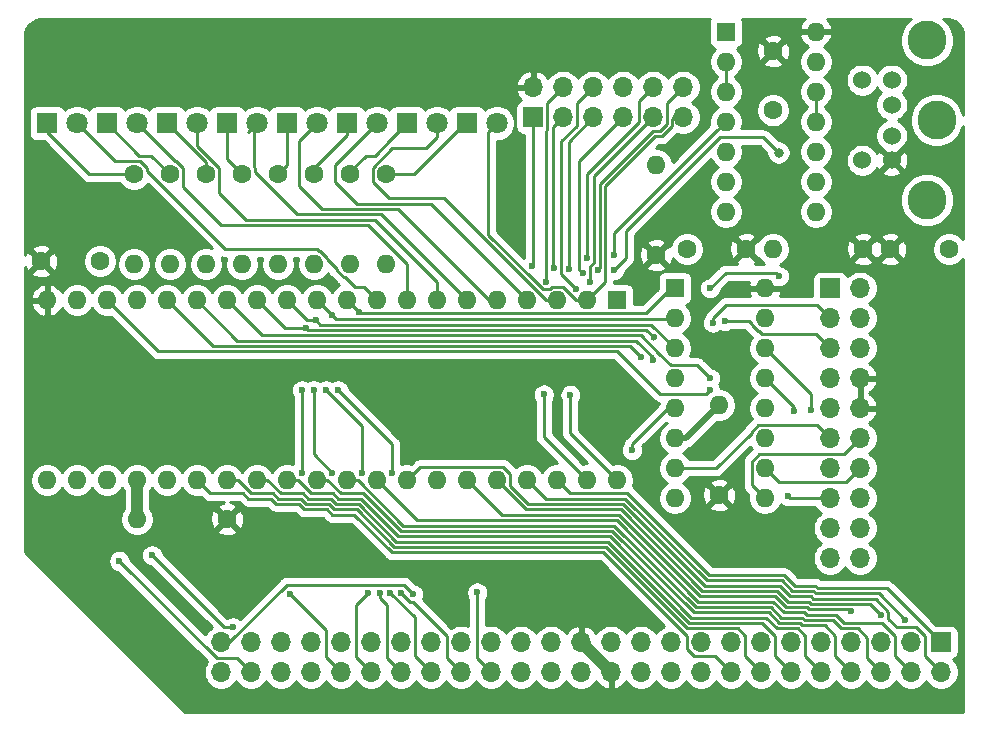
<source format=gbr>
%TF.GenerationSoftware,KiCad,Pcbnew,(5.1.10-1-10_14)*%
%TF.CreationDate,2021-10-31T16:46:36+01:00*%
%TF.ProjectId,io_board,696f5f62-6f61-4726-942e-6b696361645f,rev?*%
%TF.SameCoordinates,Original*%
%TF.FileFunction,Copper,L1,Top*%
%TF.FilePolarity,Positive*%
%FSLAX46Y46*%
G04 Gerber Fmt 4.6, Leading zero omitted, Abs format (unit mm)*
G04 Created by KiCad (PCBNEW (5.1.10-1-10_14)) date 2021-10-31 16:46:36*
%MOMM*%
%LPD*%
G01*
G04 APERTURE LIST*
%TA.AperFunction,ComponentPad*%
%ADD10C,1.800000*%
%TD*%
%TA.AperFunction,ComponentPad*%
%ADD11R,1.800000X1.800000*%
%TD*%
%TA.AperFunction,ComponentPad*%
%ADD12O,1.600000X1.600000*%
%TD*%
%TA.AperFunction,ComponentPad*%
%ADD13C,1.600000*%
%TD*%
%TA.AperFunction,ComponentPad*%
%ADD14O,1.700000X1.700000*%
%TD*%
%TA.AperFunction,ComponentPad*%
%ADD15R,1.700000X1.700000*%
%TD*%
%TA.AperFunction,ComponentPad*%
%ADD16R,1.600000X1.600000*%
%TD*%
%TA.AperFunction,ComponentPad*%
%ADD17C,3.300000*%
%TD*%
%TA.AperFunction,ComponentPad*%
%ADD18C,1.524000*%
%TD*%
%TA.AperFunction,ViaPad*%
%ADD19C,0.600000*%
%TD*%
%TA.AperFunction,ViaPad*%
%ADD20C,0.800000*%
%TD*%
%TA.AperFunction,Conductor*%
%ADD21C,1.000000*%
%TD*%
%TA.AperFunction,Conductor*%
%ADD22C,0.250000*%
%TD*%
%TA.AperFunction,Conductor*%
%ADD23C,0.500000*%
%TD*%
%TA.AperFunction,Conductor*%
%ADD24C,0.254000*%
%TD*%
%TA.AperFunction,Conductor*%
%ADD25C,0.100000*%
%TD*%
G04 APERTURE END LIST*
D10*
%TO.P,D6,2*%
%TO.N,/PA5*%
X15240000Y50546000D03*
D11*
%TO.P,D6,1*%
%TO.N,Net-(D6-Pad1)*%
X12700000Y50546000D03*
%TD*%
D10*
%TO.P,D8,2*%
%TO.N,/PA7*%
X5080000Y50546000D03*
D11*
%TO.P,D8,1*%
%TO.N,Net-(D8-Pad1)*%
X2540000Y50546000D03*
%TD*%
D10*
%TO.P,D7,2*%
%TO.N,/PA6*%
X10160000Y50546000D03*
D11*
%TO.P,D7,1*%
%TO.N,Net-(D7-Pad1)*%
X7620000Y50546000D03*
%TD*%
D10*
%TO.P,D5,2*%
%TO.N,/PA4*%
X20320000Y50546000D03*
D11*
%TO.P,D5,1*%
%TO.N,Net-(D5-Pad1)*%
X17780000Y50546000D03*
%TD*%
D10*
%TO.P,D4,2*%
%TO.N,/PA3*%
X25400000Y50546000D03*
D11*
%TO.P,D4,1*%
%TO.N,Net-(D4-Pad1)*%
X22860000Y50546000D03*
%TD*%
D10*
%TO.P,D3,2*%
%TO.N,/PA2*%
X30480000Y50546000D03*
D11*
%TO.P,D3,1*%
%TO.N,Net-(D3-Pad1)*%
X27940000Y50546000D03*
%TD*%
D10*
%TO.P,D2,2*%
%TO.N,/PA1*%
X35560000Y50546000D03*
D11*
%TO.P,D2,1*%
%TO.N,Net-(D2-Pad1)*%
X33020000Y50546000D03*
%TD*%
D10*
%TO.P,D1,2*%
%TO.N,/PA0*%
X40640000Y50546000D03*
D11*
%TO.P,D1,1*%
%TO.N,Net-(D1-Pad1)*%
X38100000Y50546000D03*
%TD*%
D12*
%TO.P,R12,2*%
%TO.N,GND*%
X9906000Y38608000D03*
D13*
%TO.P,R12,1*%
%TO.N,Net-(D8-Pad1)*%
X9906000Y46228000D03*
%TD*%
D12*
%TO.P,R11,2*%
%TO.N,GND*%
X12954000Y38608000D03*
D13*
%TO.P,R11,1*%
%TO.N,Net-(D7-Pad1)*%
X12954000Y46228000D03*
%TD*%
D12*
%TO.P,R10,2*%
%TO.N,GND*%
X16002000Y38608000D03*
D13*
%TO.P,R10,1*%
%TO.N,Net-(D6-Pad1)*%
X16002000Y46228000D03*
%TD*%
D12*
%TO.P,R9,2*%
%TO.N,GND*%
X19050000Y38608000D03*
D13*
%TO.P,R9,1*%
%TO.N,Net-(D5-Pad1)*%
X19050000Y46228000D03*
%TD*%
D12*
%TO.P,R8,2*%
%TO.N,GND*%
X22098000Y38608000D03*
D13*
%TO.P,R8,1*%
%TO.N,Net-(D4-Pad1)*%
X22098000Y46228000D03*
%TD*%
D12*
%TO.P,R7,2*%
%TO.N,GND*%
X25146000Y38608000D03*
D13*
%TO.P,R7,1*%
%TO.N,Net-(D3-Pad1)*%
X25146000Y46228000D03*
%TD*%
D12*
%TO.P,R6,2*%
%TO.N,GND*%
X28194000Y38608000D03*
D13*
%TO.P,R6,1*%
%TO.N,Net-(D2-Pad1)*%
X28194000Y46228000D03*
%TD*%
D12*
%TO.P,R5,2*%
%TO.N,GND*%
X31242000Y38608000D03*
D13*
%TO.P,R5,1*%
%TO.N,Net-(D1-Pad1)*%
X31242000Y46228000D03*
%TD*%
D12*
%TO.P,R4,2*%
%TO.N,Net-(R4-Pad2)*%
X59436000Y26670000D03*
D13*
%TO.P,R4,1*%
%TO.N,+5V*%
X59436000Y19050000D03*
%TD*%
D12*
%TO.P,R3,2*%
%TO.N,Net-(R3-Pad2)*%
X10160000Y17018000D03*
D13*
%TO.P,R3,1*%
%TO.N,+5V*%
X17780000Y17018000D03*
%TD*%
D12*
%TO.P,R2,2*%
%TO.N,PS2_DATA*%
X64008000Y39878000D03*
D13*
%TO.P,R2,1*%
%TO.N,+5V*%
X71628000Y39878000D03*
%TD*%
D12*
%TO.P,R1,2*%
%TO.N,Net-(J3-Pad5)*%
X54102000Y46990000D03*
D13*
%TO.P,R1,1*%
%TO.N,+5V*%
X54102000Y39370000D03*
%TD*%
D14*
%TO.P,J2,12*%
%TO.N,/PA6*%
X56388000Y53594000D03*
%TO.P,J2,11*%
%TO.N,/PA0*%
X56388000Y51054000D03*
%TO.P,J2,10*%
%TO.N,/PA7*%
X53848000Y53594000D03*
%TO.P,J2,9*%
%TO.N,/PA1*%
X53848000Y51054000D03*
%TO.P,J2,8*%
%TO.N,GND*%
X51308000Y53594000D03*
%TO.P,J2,7*%
%TO.N,/PA2*%
X51308000Y51054000D03*
%TO.P,J2,6*%
%TO.N,/CA1*%
X48768000Y53594000D03*
%TO.P,J2,5*%
%TO.N,/PA3*%
X48768000Y51054000D03*
%TO.P,J2,4*%
%TO.N,/CA2*%
X46228000Y53594000D03*
%TO.P,J2,3*%
%TO.N,/PA4*%
X46228000Y51054000D03*
%TO.P,J2,2*%
%TO.N,+5V*%
X43688000Y53594000D03*
D15*
%TO.P,J2,1*%
%TO.N,/PA5*%
X43688000Y51054000D03*
%TD*%
D13*
%TO.P,C4,2*%
%TO.N,GND*%
X7032000Y38862000D03*
%TO.P,C4,1*%
%TO.N,+5V*%
X2032000Y38862000D03*
%TD*%
%TO.P,C3,2*%
%TO.N,GND*%
X78914000Y39878000D03*
%TO.P,C3,1*%
%TO.N,+5V*%
X73914000Y39878000D03*
%TD*%
%TO.P,C2,2*%
%TO.N,GND*%
X64008000Y51642000D03*
%TO.P,C2,1*%
%TO.N,+5V*%
X64008000Y56642000D03*
%TD*%
%TO.P,C1,2*%
%TO.N,GND*%
X56722000Y39878000D03*
%TO.P,C1,1*%
%TO.N,+5V*%
X61722000Y39878000D03*
%TD*%
D12*
%TO.P,U1,16*%
%TO.N,+5V*%
X63309500Y36576000D03*
%TO.P,U1,8*%
%TO.N,GND*%
X55689500Y18796000D03*
%TO.P,U1,15*%
%TO.N,Net-(U1-Pad15)*%
X63309500Y34036000D03*
%TO.P,U1,7*%
%TO.N,/SS1*%
X55689500Y21336000D03*
%TO.P,U1,14*%
%TO.N,/SS7*%
X63309500Y31496000D03*
%TO.P,U1,6*%
%TO.N,Net-(R4-Pad2)*%
X55689500Y23876000D03*
%TO.P,U1,13*%
%TO.N,/SS6*%
X63309500Y28956000D03*
%TO.P,U1,5*%
%TO.N,~SLOT_SEL~*%
X55689500Y26416000D03*
%TO.P,U1,12*%
%TO.N,/SS5*%
X63309500Y26416000D03*
%TO.P,U1,4*%
%TO.N,~SLOT_SEL~*%
X55689500Y28956000D03*
%TO.P,U1,11*%
%TO.N,/SS4*%
X63309500Y23876000D03*
%TO.P,U1,3*%
%TO.N,LED3*%
X55689500Y31496000D03*
%TO.P,U1,10*%
%TO.N,/SS3*%
X63309500Y21336000D03*
%TO.P,U1,2*%
%TO.N,LED2*%
X55689500Y34036000D03*
%TO.P,U1,9*%
%TO.N,/SS2*%
X63309500Y18796000D03*
D16*
%TO.P,U1,1*%
%TO.N,LED1*%
X55689500Y36576000D03*
%TD*%
D12*
%TO.P,U3,14*%
%TO.N,+5V*%
X67627500Y58293000D03*
%TO.P,U3,7*%
%TO.N,GND*%
X60007500Y43053000D03*
%TO.P,U3,13*%
%TO.N,PS2_DATA*%
X67627500Y55753000D03*
%TO.P,U3,6*%
%TO.N,Net-(U3-Pad6)*%
X60007500Y45593000D03*
%TO.P,U3,12*%
%TO.N,Net-(U3-Pad11)*%
X67627500Y53213000D03*
%TO.P,U3,5*%
%TO.N,GND*%
X60007500Y48133000D03*
%TO.P,U3,11*%
%TO.N,Net-(U3-Pad11)*%
X67627500Y50673000D03*
%TO.P,U3,4*%
%TO.N,Net-(U2-Pad19)*%
X60007500Y50673000D03*
%TO.P,U3,10*%
%TO.N,Net-(U2-Pad17)*%
X67627500Y48133000D03*
%TO.P,U3,3*%
%TO.N,Net-(U3-Pad2)*%
X60007500Y53213000D03*
%TO.P,U3,9*%
%TO.N,GND*%
X67627500Y45593000D03*
%TO.P,U3,2*%
%TO.N,Net-(U3-Pad2)*%
X60007500Y55753000D03*
%TO.P,U3,8*%
%TO.N,Net-(U3-Pad8)*%
X67627500Y43053000D03*
D16*
%TO.P,U3,1*%
%TO.N,Net-(J3-Pad5)*%
X60007500Y58293000D03*
%TD*%
D12*
%TO.P,U2,40*%
%TO.N,/CA1*%
X50800000Y20320000D03*
%TO.P,U2,20*%
%TO.N,+5V*%
X2540000Y35560000D03*
%TO.P,U2,39*%
%TO.N,/CA2*%
X48260000Y20320000D03*
%TO.P,U2,19*%
%TO.N,Net-(U2-Pad19)*%
X5080000Y35560000D03*
%TO.P,U2,38*%
%TO.N,A0*%
X45720000Y20320000D03*
%TO.P,U2,18*%
%TO.N,~SINT~*%
X7620000Y35560000D03*
%TO.P,U2,37*%
%TO.N,A1*%
X43180000Y20320000D03*
%TO.P,U2,17*%
%TO.N,Net-(U2-Pad17)*%
X10160000Y35560000D03*
%TO.P,U2,36*%
%TO.N,A2*%
X40640000Y20320000D03*
%TO.P,U2,16*%
%TO.N,~CONF~*%
X12700000Y35560000D03*
%TO.P,U2,35*%
%TO.N,A3*%
X38100000Y20320000D03*
%TO.P,U2,15*%
%TO.N,MOSI*%
X15240000Y35560000D03*
%TO.P,U2,34*%
%TO.N,~RESET~*%
X35560000Y20320000D03*
%TO.P,U2,14*%
%TO.N,MISO*%
X17780000Y35560000D03*
%TO.P,U2,33*%
%TO.N,D0*%
X33020000Y20320000D03*
%TO.P,U2,13*%
%TO.N,LED4*%
X20320000Y35560000D03*
%TO.P,U2,32*%
%TO.N,D1*%
X30480000Y20320000D03*
%TO.P,U2,12*%
%TO.N,LED3*%
X22860000Y35560000D03*
%TO.P,U2,31*%
%TO.N,D2*%
X27940000Y20320000D03*
%TO.P,U2,11*%
%TO.N,LED2*%
X25400000Y35560000D03*
%TO.P,U2,30*%
%TO.N,D3*%
X25400000Y20320000D03*
%TO.P,U2,10*%
%TO.N,LED1*%
X27940000Y35560000D03*
%TO.P,U2,29*%
%TO.N,D4*%
X22860000Y20320000D03*
%TO.P,U2,9*%
%TO.N,/PA7*%
X30480000Y35560000D03*
%TO.P,U2,28*%
%TO.N,D5*%
X20320000Y20320000D03*
%TO.P,U2,8*%
%TO.N,/PA6*%
X33020000Y35560000D03*
%TO.P,U2,27*%
%TO.N,D6*%
X17780000Y20320000D03*
%TO.P,U2,7*%
%TO.N,/PA5*%
X35560000Y35560000D03*
%TO.P,U2,26*%
%TO.N,D7*%
X15240000Y20320000D03*
%TO.P,U2,6*%
%TO.N,/PA4*%
X38100000Y35560000D03*
%TO.P,U2,25*%
%TO.N,CLK_12M*%
X12700000Y20320000D03*
%TO.P,U2,5*%
%TO.N,/PA3*%
X40640000Y35560000D03*
%TO.P,U2,24*%
%TO.N,Net-(R3-Pad2)*%
X10160000Y20320000D03*
%TO.P,U2,4*%
%TO.N,/PA2*%
X43180000Y35560000D03*
%TO.P,U2,23*%
%TO.N,~SLOT_SEL~*%
X7620000Y20320000D03*
%TO.P,U2,3*%
%TO.N,/PA1*%
X45720000Y35560000D03*
%TO.P,U2,22*%
%TO.N,R~W~*%
X5080000Y20320000D03*
%TO.P,U2,2*%
%TO.N,/PA0*%
X48260000Y35560000D03*
%TO.P,U2,21*%
%TO.N,~SLOT_IRQ~*%
X2540000Y20320000D03*
D16*
%TO.P,U2,1*%
%TO.N,GND*%
X50800000Y35560000D03*
%TD*%
D14*
%TO.P,J4,20*%
%TO.N,/SS7*%
X71374000Y13716000D03*
%TO.P,J4,19*%
%TO.N,GND*%
X68834000Y13716000D03*
%TO.P,J4,18*%
%TO.N,/SS6*%
X71374000Y16256000D03*
%TO.P,J4,17*%
%TO.N,/SS5*%
X68834000Y16256000D03*
%TO.P,J4,16*%
%TO.N,GND*%
X71374000Y18796000D03*
%TO.P,J4,15*%
%TO.N,/SS4*%
X68834000Y18796000D03*
%TO.P,J4,14*%
%TO.N,/SS3*%
X71374000Y21336000D03*
%TO.P,J4,13*%
%TO.N,Net-(J4-Pad13)*%
X68834000Y21336000D03*
%TO.P,J4,12*%
%TO.N,/SS2*%
X71374000Y23876000D03*
%TO.P,J4,11*%
%TO.N,/SS1*%
X68834000Y23876000D03*
%TO.P,J4,10*%
%TO.N,+5V*%
X71374000Y26416000D03*
%TO.P,J4,9*%
%TO.N,~SINT~*%
X68834000Y26416000D03*
%TO.P,J4,8*%
%TO.N,+5V*%
X71374000Y28956000D03*
%TO.P,J4,7*%
%TO.N,MISO*%
X68834000Y28956000D03*
%TO.P,J4,6*%
%TO.N,GND*%
X71374000Y31496000D03*
%TO.P,J4,5*%
%TO.N,MOSI*%
X68834000Y31496000D03*
%TO.P,J4,4*%
%TO.N,GND*%
X71374000Y34036000D03*
%TO.P,J4,3*%
%TO.N,LED4*%
X68834000Y34036000D03*
%TO.P,J4,2*%
%TO.N,GND*%
X71374000Y36576000D03*
D15*
%TO.P,J4,1*%
%TO.N,~CONF~*%
X68834000Y36576000D03*
%TD*%
D17*
%TO.P,J3,7*%
%TO.N,N/C*%
X77850000Y50800000D03*
D18*
%TO.P,J3,1*%
%TO.N,PS2_DATA*%
X74050000Y52100000D03*
%TO.P,J3,2*%
%TO.N,Net-(J3-Pad2)*%
X74050000Y49500000D03*
%TO.P,J3,5*%
%TO.N,Net-(J3-Pad5)*%
X71550000Y54200000D03*
%TO.P,J3,3*%
%TO.N,GND*%
X74050000Y54200000D03*
%TO.P,J3,6*%
%TO.N,Net-(J3-Pad6)*%
X71550000Y47400000D03*
%TO.P,J3,4*%
%TO.N,+5V*%
X74050000Y47400000D03*
D17*
%TO.P,J3,7*%
%TO.N,N/C*%
X77050000Y44050000D03*
X77050000Y57550000D03*
%TD*%
D14*
%TO.P,J1,50*%
%TO.N,~NMI~*%
X17272000Y4064000D03*
%TO.P,J1,49*%
%TO.N,~RESET~*%
X17272000Y6604000D03*
%TO.P,J1,48*%
%TO.N,~SLOT_IRQ~*%
X19812000Y4064000D03*
%TO.P,J1,47*%
%TO.N,SYNC*%
X19812000Y6604000D03*
%TO.P,J1,46*%
%TO.N,EX3*%
X22352000Y4064000D03*
%TO.P,J1,45*%
%TO.N,~IRQ~*%
X22352000Y6604000D03*
%TO.P,J1,44*%
%TO.N,EX2*%
X24892000Y4064000D03*
%TO.P,J1,43*%
%TO.N,R~W~*%
X24892000Y6604000D03*
%TO.P,J1,42*%
%TO.N,CLK_12M*%
X27432000Y4064000D03*
%TO.P,J1,41*%
%TO.N,CLK*%
X27432000Y6604000D03*
%TO.P,J1,40*%
%TO.N,LED4*%
X29972000Y4064000D03*
%TO.P,J1,39*%
%TO.N,BE*%
X29972000Y6604000D03*
%TO.P,J1,38*%
%TO.N,LED3*%
X32512000Y4064000D03*
%TO.P,J1,37*%
%TO.N,RDY*%
X32512000Y6604000D03*
%TO.P,J1,36*%
%TO.N,LED2*%
X35052000Y4064000D03*
%TO.P,J1,35*%
%TO.N,A15*%
X35052000Y6604000D03*
%TO.P,J1,34*%
%TO.N,LED1*%
X37592000Y4064000D03*
%TO.P,J1,33*%
%TO.N,A14*%
X37592000Y6604000D03*
%TO.P,J1,32*%
%TO.N,~SLOT_SEL~*%
X40132000Y4064000D03*
%TO.P,J1,31*%
%TO.N,A13*%
X40132000Y6604000D03*
%TO.P,J1,30*%
%TO.N,~INH~*%
X42672000Y4064000D03*
%TO.P,J1,29*%
%TO.N,A12*%
X42672000Y6604000D03*
%TO.P,J1,28*%
%TO.N,~SSEL~*%
X45212000Y4064000D03*
%TO.P,J1,27*%
%TO.N,A11*%
X45212000Y6604000D03*
%TO.P,J1,26*%
%TO.N,GND*%
X47752000Y4064000D03*
%TO.P,J1,25*%
%TO.N,+5V*%
X47752000Y6604000D03*
%TO.P,J1,24*%
X50292000Y4064000D03*
%TO.P,J1,23*%
%TO.N,GND*%
X50292000Y6604000D03*
%TO.P,J1,22*%
%TO.N,~SLOW~*%
X52832000Y4064000D03*
%TO.P,J1,21*%
%TO.N,A10*%
X52832000Y6604000D03*
%TO.P,J1,20*%
%TO.N,EX1*%
X55372000Y4064000D03*
%TO.P,J1,19*%
%TO.N,A9*%
X55372000Y6604000D03*
%TO.P,J1,18*%
%TO.N,EX0*%
X57912000Y4064000D03*
%TO.P,J1,17*%
%TO.N,A8*%
X57912000Y6604000D03*
%TO.P,J1,16*%
%TO.N,D7*%
X60452000Y4064000D03*
%TO.P,J1,15*%
%TO.N,A7*%
X60452000Y6604000D03*
%TO.P,J1,14*%
%TO.N,D6*%
X62992000Y4064000D03*
%TO.P,J1,13*%
%TO.N,A6*%
X62992000Y6604000D03*
%TO.P,J1,12*%
%TO.N,D5*%
X65532000Y4064000D03*
%TO.P,J1,11*%
%TO.N,A5*%
X65532000Y6604000D03*
%TO.P,J1,10*%
%TO.N,D4*%
X68072000Y4064000D03*
%TO.P,J1,9*%
%TO.N,A4*%
X68072000Y6604000D03*
%TO.P,J1,8*%
%TO.N,D3*%
X70612000Y4064000D03*
%TO.P,J1,7*%
%TO.N,A3*%
X70612000Y6604000D03*
%TO.P,J1,6*%
%TO.N,D2*%
X73152000Y4064000D03*
%TO.P,J1,5*%
%TO.N,A2*%
X73152000Y6604000D03*
%TO.P,J1,4*%
%TO.N,D1*%
X75692000Y4064000D03*
%TO.P,J1,3*%
%TO.N,A1*%
X75692000Y6604000D03*
%TO.P,J1,2*%
%TO.N,D0*%
X78232000Y4064000D03*
D15*
%TO.P,J1,1*%
%TO.N,A0*%
X78232000Y6604000D03*
%TD*%
D19*
%TO.N,A3*%
X70612000Y9200957D03*
%TO.N,A2*%
X73152000Y8890000D03*
%TO.N,A1*%
X75218047Y8522055D03*
%TO.N,LED4*%
X24130000Y27940000D03*
X29689519Y10804990D03*
X24436570Y33223929D03*
X53886482Y32415120D03*
X58927994Y33645010D03*
X24130000Y20964990D03*
%TO.N,LED3*%
X25107987Y27940000D03*
X30743450Y10804990D03*
X25273000Y33845500D03*
X26670000Y20964990D03*
%TO.N,LED2*%
X26670000Y34290000D03*
X26162008Y27940000D03*
X31602346Y10804990D03*
X29210000Y20964990D03*
%TO.N,LED1*%
X27178000Y27940000D03*
X32509556Y10802546D03*
X28956000Y34567076D03*
X31750000Y20964990D03*
%TO.N,~RESET~*%
X33528000Y10668000D03*
%TO.N,R~W~*%
X11430000Y13970000D03*
X18288000Y7874000D03*
%TO.N,~SLOT_SEL~*%
X38956999Y10827001D03*
X52070000Y22860000D03*
%TO.N,/PA6*%
X49158990Y38100000D03*
%TO.N,/PA7*%
X48258966Y39116000D03*
%TO.N,/PA5*%
X43632654Y38410957D03*
%TO.N,/PA4*%
X45457648Y38244547D03*
%TO.N,/CA1*%
X46845001Y27541001D03*
X47341126Y36479605D03*
%TO.N,/PA3*%
X46707660Y38158509D03*
%TO.N,/CA2*%
X44594999Y27576999D03*
X44781684Y37114674D03*
%TO.N,/PA2*%
X47908978Y37846000D03*
%TO.N,/PA1*%
X48514000Y37084000D03*
%TO.N,~SINT~*%
X58655619Y27940000D03*
%TO.N,MOSI*%
X53848000Y30480000D03*
X59944000Y33782000D03*
%TO.N,MISO*%
X58674000Y28955996D03*
%TO.N,~CONF~*%
X52832000Y30734000D03*
X64516000Y37592000D03*
X58674000Y36576000D03*
%TO.N,/SS7*%
X67183000Y26225500D03*
%TO.N,/SS6*%
X65786000Y26162000D03*
%TO.N,/SS4*%
X65278000Y18986498D03*
%TO.N,~SLOT_IRQ~*%
X8655499Y13481499D03*
%TO.N,CLK_12M*%
X23114000Y10668000D03*
%TO.N,Net-(U2-Pad19)*%
X50546000Y39370000D03*
%TO.N,Net-(U2-Pad17)*%
X50546000Y38100000D03*
D20*
X64479010Y48050188D03*
%TD*%
D21*
%TO.N,+5V*%
X50292000Y4064000D02*
X47752000Y6604000D01*
D22*
X65659000Y58293000D02*
X64008000Y56642000D01*
X67627500Y58293000D02*
X65659000Y58293000D01*
%TO.N,D7*%
X16365001Y19194999D02*
X16039999Y19520001D01*
X26204389Y17844966D02*
X24300799Y17844966D01*
X56736999Y7128487D02*
X49641486Y14224000D01*
X59087001Y5428999D02*
X57347999Y5428999D01*
X21497189Y18744988D02*
X19593599Y18744988D01*
X24300799Y17844966D02*
X23850789Y18294977D01*
X60452000Y4064000D02*
X59087001Y5428999D01*
X26654399Y17394955D02*
X26204389Y17844966D01*
X28557989Y17394955D02*
X26654399Y17394955D01*
X56736999Y6039999D02*
X56736999Y7128487D01*
X57347999Y5428999D02*
X56736999Y6039999D01*
X19143589Y19194999D02*
X16365001Y19194999D01*
X21947198Y18294978D02*
X21497189Y18744988D01*
X16039999Y19520001D02*
X15240000Y20320000D01*
X19593599Y18744988D02*
X19143589Y19194999D01*
X49641486Y14224000D02*
X31728944Y14224000D01*
X31728944Y14224000D02*
X28557989Y17394955D01*
X23850789Y18294977D02*
X21947198Y18294978D01*
%TO.N,D6*%
X26390787Y18294978D02*
X24487197Y18294979D01*
X49827884Y14674012D02*
X31915343Y14674012D01*
X19795411Y19194999D02*
X18670410Y20320000D01*
X61627001Y5428999D02*
X61627001Y7168001D01*
X62992000Y4064000D02*
X61627001Y5428999D01*
X31915343Y14674012D02*
X28744389Y17844966D01*
X61627001Y7168001D02*
X61016001Y7779001D01*
X56722895Y7779001D02*
X49827884Y14674012D01*
X26840799Y17844966D02*
X26390787Y18294978D01*
X28744389Y17844966D02*
X26840799Y17844966D01*
X61016001Y7779001D02*
X56722895Y7779001D01*
X18670410Y20320000D02*
X17780000Y20320000D01*
X22133599Y18744988D02*
X21683589Y19194999D01*
X24487197Y18294979D02*
X24037189Y18744988D01*
X21683589Y19194999D02*
X19795411Y19194999D01*
X24037189Y18744988D02*
X22133599Y18744988D01*
%TO.N,D5*%
X22319999Y19194999D02*
X21194998Y20320000D01*
X64167001Y7168001D02*
X63105990Y8229012D01*
X32101743Y15124023D02*
X28930789Y18294977D01*
X24673598Y18744989D02*
X24223589Y19194999D01*
X28930789Y18294977D02*
X27027199Y18294977D01*
X24223589Y19194999D02*
X22319999Y19194999D01*
X50014284Y15124023D02*
X32101743Y15124023D01*
X63105990Y8229012D02*
X56909295Y8229012D01*
X27027199Y18294977D02*
X26577187Y18744989D01*
X65532000Y4064000D02*
X64167001Y5428999D01*
X64167001Y5428999D02*
X64167001Y7168001D01*
X56909295Y8229012D02*
X50014284Y15124023D01*
X26577187Y18744989D02*
X24673598Y18744989D01*
X21194998Y20320000D02*
X20320000Y20320000D01*
%TO.N,D4*%
X66096001Y7779001D02*
X64345712Y7779001D01*
X23753233Y20320000D02*
X22860000Y20320000D01*
X29117189Y18744988D02*
X27213599Y18744988D01*
X24878233Y19195000D02*
X23753233Y20320000D01*
X68072000Y4064000D02*
X66707001Y5428999D01*
X66707001Y7168001D02*
X66096001Y7779001D01*
X66707001Y5428999D02*
X66707001Y7168001D01*
X57095695Y8679021D02*
X50200682Y15574034D01*
X32288143Y15574034D02*
X29117189Y18744988D01*
X27213599Y18744988D02*
X26763587Y19195000D01*
X50200682Y15574034D02*
X32288143Y15574034D01*
X26763587Y19195000D02*
X24878233Y19195000D01*
X64345712Y7779001D02*
X63445692Y8679021D01*
X63445692Y8679021D02*
X57095695Y8679021D01*
%TO.N,D3*%
X57282095Y9129032D02*
X50387082Y16024045D01*
X32474543Y16024045D02*
X29303589Y19194999D01*
X66282401Y8229012D02*
X64532112Y8229012D01*
X70612000Y4064000D02*
X69247001Y5428999D01*
X27399999Y19194999D02*
X26274998Y20320000D01*
X50387082Y16024045D02*
X32474543Y16024045D01*
X69247001Y5428999D02*
X69247001Y7168001D01*
X66485490Y8025923D02*
X66282401Y8229012D01*
X29303589Y19194999D02*
X27399999Y19194999D01*
X26274998Y20320000D02*
X25400000Y20320000D01*
X68389079Y8025923D02*
X66485490Y8025923D01*
X64532112Y8229012D02*
X63632092Y9129032D01*
X63632092Y9129032D02*
X57282095Y9129032D01*
X69247001Y7168001D02*
X68389079Y8025923D01*
%TO.N,A3*%
X67044690Y9375956D02*
X70437001Y9375956D01*
X50925407Y17394955D02*
X57841297Y10479065D01*
X70437001Y9375956D02*
X70612000Y9200957D01*
X57841297Y10479065D02*
X64191292Y10479065D01*
X64191292Y10479065D02*
X65091311Y9579045D01*
X65091311Y9579045D02*
X66841601Y9579045D01*
X38100000Y20320000D02*
X41025045Y17394955D01*
X66841601Y9579045D02*
X67044690Y9375956D01*
X41025045Y17394955D02*
X50925407Y17394955D01*
%TO.N,D2*%
X71976999Y5239001D02*
X71976999Y6978003D01*
X57468495Y9579043D02*
X50573482Y16474056D01*
X73152000Y4064000D02*
X71976999Y5239001D01*
X71976999Y6978003D02*
X71161033Y7793969D01*
X71161033Y7793969D02*
X69798799Y7793969D01*
X69798799Y7793969D02*
X69116834Y8475934D01*
X66468801Y8679023D02*
X64718511Y8679023D01*
X63818492Y9579043D02*
X57468495Y9579043D01*
X50573482Y16474056D02*
X32681995Y16474056D01*
X66671890Y8475934D02*
X66468801Y8679023D01*
X28836051Y20320000D02*
X27940000Y20320000D01*
X64718511Y8679023D02*
X63818492Y9579043D01*
X32681995Y16474056D02*
X28836051Y20320000D01*
X69116834Y8475934D02*
X66671890Y8475934D01*
%TO.N,A2*%
X67231090Y9825967D02*
X72216033Y9825967D01*
X65277711Y10029056D02*
X67028001Y10029056D01*
X58027692Y10929075D02*
X64377693Y10929075D01*
X64377693Y10929075D02*
X65277711Y10029056D01*
X67028001Y10029056D02*
X67231090Y9825967D01*
X51111801Y17844966D02*
X58027692Y10929075D01*
X40640000Y20320000D02*
X43115033Y17844966D01*
X43115033Y17844966D02*
X51111801Y17844966D01*
X72216033Y9825967D02*
X73152000Y8890000D01*
%TO.N,D1*%
X64004892Y10029054D02*
X57654895Y10029054D01*
X33875933Y16924067D02*
X30480000Y20320000D01*
X57654895Y10029054D02*
X50759882Y16924067D01*
X73209409Y8243980D02*
X69985199Y8243980D01*
X64904911Y9129034D02*
X64004892Y10029054D01*
X66858290Y8925945D02*
X66655201Y9129034D01*
X50759882Y16924067D02*
X33875933Y16924067D01*
X75692000Y4064000D02*
X74327001Y5428999D01*
X69303234Y8925945D02*
X66858290Y8925945D01*
X74327001Y5428999D02*
X74327001Y7126388D01*
X66655201Y9129034D02*
X64904911Y9129034D01*
X74327001Y7126388D02*
X73209409Y8243980D01*
X69985199Y8243980D02*
X69303234Y8925945D01*
%TO.N,A1*%
X73014113Y10725989D02*
X75218047Y8522055D01*
X44755012Y18744988D02*
X51484601Y18744988D01*
X67400801Y10929078D02*
X67603890Y10725989D01*
X65650511Y10929078D02*
X67400801Y10929078D01*
X43180000Y20320000D02*
X44755012Y18744988D01*
X51484601Y18744988D02*
X58400489Y11829100D01*
X67603890Y10725989D02*
X73014113Y10725989D01*
X64750490Y11829100D02*
X65650511Y10929078D01*
X58400489Y11829100D02*
X64750490Y11829100D01*
%TO.N,D0*%
X76867001Y7120589D02*
X76090537Y7897053D01*
X73777001Y8589999D02*
X73777001Y9190001D01*
X67214401Y10479067D02*
X65464111Y10479067D01*
X73777001Y9190001D02*
X72691024Y10275978D01*
X65464111Y10479067D02*
X64564090Y11379089D01*
X78232000Y4064000D02*
X76867001Y5428999D01*
X34145001Y21445001D02*
X33020000Y20320000D01*
X76090537Y7897053D02*
X74469947Y7897053D01*
X67417490Y10275978D02*
X67214401Y10479067D01*
X74469947Y7897053D02*
X73777001Y8589999D01*
X72691024Y10275978D02*
X67417490Y10275978D01*
X43301433Y18294977D02*
X41765001Y19831409D01*
X64564090Y11379089D02*
X58214089Y11379089D01*
X41765001Y20860001D02*
X41180001Y21445001D01*
X76867001Y5428999D02*
X76867001Y7120589D01*
X41180001Y21445001D02*
X34145001Y21445001D01*
X41765001Y19831409D02*
X41765001Y20860001D01*
X58214089Y11379089D02*
X51298201Y18294977D01*
X51298201Y18294977D02*
X43301433Y18294977D01*
%TO.N,A0*%
X67790290Y11176000D02*
X73660000Y11176000D01*
X64936891Y12279110D02*
X65836911Y11379089D01*
X58610802Y12285632D02*
X58616555Y12279111D01*
X58610791Y12285633D02*
X58610802Y12285632D01*
X58563072Y12302950D02*
X58573950Y12302495D01*
X51955495Y18910509D02*
X52590111Y18275889D01*
X46845001Y19194999D02*
X51671001Y19194999D01*
X73660000Y11176000D02*
X78232000Y6604000D01*
X45720000Y20320000D02*
X46845001Y19194999D01*
X58573950Y12302495D02*
X58588153Y12287056D01*
X58610784Y12285641D02*
X58610791Y12285633D01*
X58616555Y12279111D02*
X64936891Y12279110D01*
X67587201Y11379089D02*
X67790290Y11176000D01*
X51691882Y19174122D02*
X51955495Y18910509D01*
X58555379Y12310643D02*
X58563072Y12302950D01*
X51691878Y19174122D02*
X51691882Y19174122D01*
X65836911Y11379089D02*
X67587201Y11379089D01*
X58555357Y12310643D02*
X58555379Y12310643D01*
X52590111Y18275889D02*
X58555357Y12310643D01*
X58588153Y12287056D02*
X58610784Y12285641D01*
X51671001Y19194999D02*
X51691878Y19174122D01*
%TO.N,LED4*%
X53848000Y32258000D02*
X53848000Y32258000D01*
X28656001Y9771472D02*
X29689519Y10804990D01*
X28656001Y5379999D02*
X28656001Y9771472D01*
X29972000Y4064000D02*
X28656001Y5379999D01*
X22656071Y33223929D02*
X24436570Y33223929D01*
X20320000Y35560000D02*
X22656071Y33223929D01*
X53886482Y32454414D02*
X53886482Y32415120D01*
X53259558Y33042044D02*
X24618455Y33042044D01*
X24618455Y33042044D02*
X24436570Y33223929D01*
X53886482Y32415120D02*
X53259558Y33042044D01*
X68834000Y34036000D02*
X67708999Y35161001D01*
X67708999Y35161001D02*
X60019721Y35161001D01*
X60019721Y35161001D02*
X58927994Y34069274D01*
X58927994Y34069274D02*
X58927994Y33645010D01*
X24130000Y27940000D02*
X24130000Y20964990D01*
%TO.N,LED3*%
X31336999Y9787177D02*
X30743450Y10380726D01*
X30743450Y10380726D02*
X30743450Y10804990D01*
X32512000Y4064000D02*
X31336999Y5239001D01*
X31336999Y5239001D02*
X31336999Y9787177D01*
X24574500Y33845500D02*
X25273000Y33845500D01*
X22860000Y35560000D02*
X24574500Y33845500D01*
X55626000Y31496000D02*
X55626000Y31639898D01*
X25626445Y33492055D02*
X25273000Y33845500D01*
X55689500Y31496000D02*
X53693445Y33492055D01*
X53693445Y33492055D02*
X25626445Y33492055D01*
X25107987Y22527003D02*
X26670000Y20964990D01*
X25107987Y27940000D02*
X25107987Y22527003D01*
%TO.N,LED2*%
X25400000Y35560000D02*
X26670000Y34290000D01*
X35052000Y4064000D02*
X33687001Y5428999D01*
X33687001Y5428999D02*
X33687001Y8720335D01*
X33687001Y8720335D02*
X31602346Y10804990D01*
X27017934Y33942066D02*
X55278066Y33942066D01*
X55278066Y33688066D02*
X55626000Y34036000D01*
X26670000Y34290000D02*
X27017934Y33942066D01*
X26162008Y27940000D02*
X29210000Y24892008D01*
X29210000Y24892008D02*
X29210000Y20964990D01*
%TO.N,LED1*%
X33269103Y10042999D02*
X32509556Y10802546D01*
X33481999Y10042999D02*
X33269103Y10042999D01*
X36416999Y5239001D02*
X36416999Y7107999D01*
X37592000Y4064000D02*
X36416999Y5239001D01*
X36416999Y7107999D02*
X33481999Y10042999D01*
X55626000Y36830000D02*
X53230999Y34434999D01*
X53230999Y34434999D02*
X29088077Y34434999D01*
X27940000Y35560000D02*
X28932924Y34567076D01*
X28932924Y34567076D02*
X28956000Y34567076D01*
X29088077Y34434999D02*
X28956000Y34567076D01*
X31750000Y23368000D02*
X31750000Y20964990D01*
X27178000Y27940000D02*
X31750000Y23368000D01*
%TO.N,~RESET~*%
X32720001Y11475999D02*
X33528000Y10668000D01*
X22815003Y11475999D02*
X32720001Y11475999D01*
X17272000Y6604000D02*
X17943004Y6604000D01*
X17943004Y6604000D02*
X22815003Y11475999D01*
%TO.N,R~W~*%
X17526000Y7874000D02*
X18288000Y7874000D01*
X11430000Y13970000D02*
X17526000Y7874000D01*
%TO.N,~SLOT_SEL~*%
X38956999Y5239001D02*
X38956999Y10827001D01*
X40132000Y4064000D02*
X38956999Y5239001D01*
X38956999Y10827001D02*
X38956999Y10827001D01*
X55372000Y26416000D02*
X55626000Y26416000D01*
X52070000Y23368000D02*
X52070000Y22860000D01*
X55372000Y26670000D02*
X52070000Y23368000D01*
%TO.N,/PA6*%
X10160000Y50546000D02*
X13352999Y47353001D01*
X13352999Y47353001D02*
X13494001Y47353001D01*
X13494001Y47353001D02*
X14079001Y46768001D01*
X33020000Y38608000D02*
X33020000Y35560000D01*
X14079001Y46768001D02*
X14079001Y45109997D01*
X14079001Y45109997D02*
X17269997Y41919001D01*
X29708999Y41919001D02*
X33020000Y38608000D01*
X17269997Y41919001D02*
X29708999Y41919001D01*
X49333989Y45398400D02*
X49333989Y38274999D01*
X53814589Y49878999D02*
X49333989Y45398400D01*
X56388000Y53594000D02*
X55023001Y52229001D01*
X55023001Y52229001D02*
X55023001Y50489999D01*
X55023001Y50489999D02*
X54412001Y49878999D01*
X54412001Y49878999D02*
X53814589Y49878999D01*
X49333989Y38274999D02*
X49158990Y38100000D01*
%TO.N,/PA7*%
X53848000Y53594000D02*
X52672999Y52418999D01*
X48258966Y46265964D02*
X48258966Y39116000D01*
X52672999Y50679997D02*
X48258966Y46265964D01*
X52672999Y52418999D02*
X52672999Y50679997D01*
X27653999Y37482999D02*
X27795001Y37482999D01*
X26271001Y39006999D02*
X27068999Y38209001D01*
X25544999Y39733001D02*
X25686001Y39733001D01*
X27068999Y38067999D02*
X27653999Y37482999D01*
X25686001Y39733001D02*
X26271001Y39148001D01*
X25409001Y39868999D02*
X25544999Y39733001D01*
X27795001Y37482999D02*
X28592999Y36685001D01*
X24390998Y39878000D02*
X24399999Y39868999D01*
X24399999Y39868999D02*
X25409001Y39868999D01*
X22844001Y39868999D02*
X22853002Y39878000D01*
X22853002Y39878000D02*
X24390998Y39878000D01*
X21850998Y39878000D02*
X21859999Y39868999D01*
X21859999Y39868999D02*
X22844001Y39868999D01*
X17638998Y39878000D02*
X21850998Y39878000D01*
X29354999Y36685001D02*
X30480000Y35560000D01*
X8272999Y47353001D02*
X10446001Y47353001D01*
X27068999Y38209001D02*
X27068999Y38067999D01*
X11031001Y46485997D02*
X17638998Y39878000D01*
X26271001Y39148001D02*
X26271001Y39006999D01*
X5080000Y50546000D02*
X8272999Y47353001D01*
X11031001Y46768001D02*
X11031001Y46485997D01*
X28592999Y36685001D02*
X29354999Y36685001D01*
X10446001Y47353001D02*
X11031001Y46768001D01*
%TO.N,/PA5*%
X43688000Y38466303D02*
X43632654Y38410957D01*
X43688000Y51054000D02*
X43688000Y38466303D01*
X15240000Y48655002D02*
X17127001Y46768001D01*
X17127001Y44601997D02*
X19359986Y42369012D01*
X15240000Y50546000D02*
X15240000Y48655002D01*
X19359986Y42369012D02*
X30274988Y42369012D01*
X17127001Y46768001D02*
X17127001Y44601997D01*
X35560000Y37084000D02*
X35560000Y35560000D01*
X30274988Y42369012D02*
X35560000Y37084000D01*
%TO.N,/PA4*%
X38100000Y35814000D02*
X38100000Y35560000D01*
X20320000Y50546000D02*
X19548999Y49774999D01*
X46228000Y51054000D02*
X45378001Y50204001D01*
X45378001Y50204001D02*
X45378001Y38324194D01*
X45378001Y38324194D02*
X45457648Y38244547D01*
X30840977Y42819023D02*
X38100000Y35560000D01*
X20175001Y46372999D02*
X23728977Y42819023D01*
X20175001Y46768001D02*
X20175001Y46372999D01*
X20066000Y46877002D02*
X20175001Y46768001D01*
X20066000Y50292000D02*
X20066000Y46877002D01*
X23728977Y42819023D02*
X30840977Y42819023D01*
X20320000Y50546000D02*
X20066000Y50292000D01*
%TO.N,/CA1*%
X46845001Y24274999D02*
X50800000Y20320000D01*
X46845001Y27541001D02*
X46845001Y24274999D01*
X48768000Y53594000D02*
X47403001Y52229001D01*
X47403001Y52229001D02*
X47403001Y50325411D01*
X46082650Y37738081D02*
X47341126Y36479605D01*
X46082650Y49005060D02*
X46082650Y37738081D01*
X47403001Y50325411D02*
X46082650Y49005060D01*
%TO.N,/PA3*%
X40640000Y35814000D02*
X40640000Y35560000D01*
X25400000Y50163590D02*
X25400000Y50546000D01*
X46707660Y48993660D02*
X46707660Y38158509D01*
X48768000Y51054000D02*
X46707660Y48993660D01*
X23876000Y49022000D02*
X25400000Y50546000D01*
X39981182Y35560000D02*
X32272148Y43269034D01*
X23876000Y45212000D02*
X23876000Y49022000D01*
X32272148Y43269034D02*
X25818966Y43269034D01*
X25818966Y43269034D02*
X23876000Y45212000D01*
X40640000Y35560000D02*
X39981182Y35560000D01*
%TO.N,/CA2*%
X44594999Y23985001D02*
X48260000Y20320000D01*
X44594999Y27576999D02*
X44594999Y23985001D01*
X44863001Y49943999D02*
X44781684Y49862682D01*
X44781684Y49862682D02*
X44781684Y37114674D01*
X46228000Y53594000D02*
X44863001Y52229001D01*
X44863001Y52229001D02*
X44863001Y49943999D01*
%TO.N,/PA2*%
X43180000Y35814000D02*
X43180000Y35560000D01*
X29753002Y50546000D02*
X30480000Y50546000D01*
X47608979Y47354979D02*
X47608979Y38145999D01*
X51308000Y51054000D02*
X47608979Y47354979D01*
X47608979Y38145999D02*
X47908978Y37846000D01*
X26924000Y46990000D02*
X30480000Y50546000D01*
X28783953Y43719045D02*
X26924000Y45578998D01*
X35020955Y43719045D02*
X28783953Y43719045D01*
X26924000Y45578998D02*
X26924000Y46990000D01*
X43180000Y35560000D02*
X35020955Y43719045D01*
%TO.N,/PA1*%
X45720000Y35814000D02*
X45720000Y35560000D01*
X48883978Y38749992D02*
X48533988Y38400002D01*
X53848000Y51054000D02*
X48883978Y46089978D01*
X48883978Y46089978D02*
X48883978Y38749992D01*
X48533988Y37103988D02*
X48514000Y37084000D01*
X48533988Y38400002D02*
X48533988Y37103988D01*
X35560000Y49396000D02*
X35560000Y50546000D01*
X31769975Y48420977D02*
X34584977Y48420977D01*
X30116999Y46768001D02*
X31769975Y48420977D01*
X31522944Y44169056D02*
X30116999Y45575001D01*
X34584977Y48420977D02*
X35560000Y49396000D01*
X30116999Y45575001D02*
X30116999Y46768001D01*
X36165889Y44169056D02*
X31522944Y44169056D01*
X44774945Y35560000D02*
X36165889Y44169056D01*
X45720000Y35560000D02*
X44774945Y35560000D01*
%TO.N,/PA0*%
X43669999Y37319999D02*
X43327940Y37662058D01*
X45081685Y36489673D02*
X44500325Y36489673D01*
X46210116Y36685001D02*
X45277013Y36685001D01*
X48260000Y35560000D02*
X47335117Y35560000D01*
X44500325Y36489673D02*
X43669999Y37319999D01*
X45277013Y36685001D02*
X45081685Y36489673D01*
X47335117Y35560000D02*
X46210116Y36685001D01*
X39878000Y49784000D02*
X39878000Y41111998D01*
X39878000Y41111998D02*
X43669999Y37319999D01*
X40640000Y50546000D02*
X39878000Y49784000D01*
X49784000Y37084000D02*
X49784000Y45212000D01*
X54598401Y49428988D02*
X55473012Y50303599D01*
X48260000Y35560000D02*
X49784000Y37084000D01*
X55626000Y51054000D02*
X56388000Y51054000D01*
X49784000Y45212000D02*
X54000990Y49428988D01*
X55473012Y50303599D02*
X55473012Y50901012D01*
X54000990Y49428988D02*
X54598401Y49428988D01*
X55473012Y50901012D02*
X55626000Y51054000D01*
%TO.N,~SINT~*%
X58355620Y27640001D02*
X58655619Y27940000D01*
X50800000Y31242000D02*
X54401999Y27640001D01*
X7620000Y35560000D02*
X11938000Y31242000D01*
X54401999Y27640001D02*
X58355620Y27640001D01*
X11938000Y31242000D02*
X50800000Y31242000D01*
%TO.N,MOSI*%
X53848000Y30480000D02*
X53848000Y30480000D01*
X15240000Y35560000D02*
X18657978Y32142022D01*
X18657978Y32142022D02*
X52439978Y32142022D01*
X52439978Y32142022D02*
X53848000Y30734000D01*
X61976000Y33782000D02*
X59944000Y33782000D01*
X62184499Y33573501D02*
X61976000Y33782000D01*
X62769499Y32910999D02*
X62184499Y33495999D01*
X62847001Y32910999D02*
X62769499Y32910999D01*
X63037999Y32720001D02*
X62847001Y32910999D01*
X62184499Y33495999D02*
X62184499Y33573501D01*
X67609999Y32720001D02*
X63037999Y32720001D01*
X68834000Y31496000D02*
X67609999Y32720001D01*
%TO.N,MISO*%
X17780000Y35560000D02*
X20747967Y32592033D01*
X20747967Y32592033D02*
X52823861Y32592033D01*
X54391947Y31023947D02*
X55080893Y30335001D01*
X52823861Y32592033D02*
X54391947Y31023947D01*
X54391947Y31023947D02*
X55334893Y30081001D01*
X57548995Y30081001D02*
X58674000Y28955996D01*
X55334893Y30081001D02*
X57548995Y30081001D01*
D21*
%TO.N,Net-(R3-Pad2)*%
X10160000Y17018000D02*
X10160000Y20320000D01*
D22*
%TO.N,~CONF~*%
X52832000Y30734000D02*
X52832000Y30734000D01*
X64216001Y37891999D02*
X59989999Y37891999D01*
X64516000Y37592000D02*
X64216001Y37891999D01*
X59989999Y37891999D02*
X58674000Y36576000D01*
X12700000Y35560000D02*
X16567989Y31692011D01*
X51873989Y31692011D02*
X52832000Y30734000D01*
X16567989Y31692011D02*
X51873989Y31692011D01*
D23*
%TO.N,Net-(R4-Pad2)*%
X56642000Y23876000D02*
X55689500Y23876000D01*
X59436000Y26670000D02*
X56642000Y23876000D01*
D22*
%TO.N,/SS7*%
X63309500Y31496000D02*
X67183000Y27622500D01*
X67183000Y27622500D02*
X67183000Y26225500D01*
X67183000Y26225500D02*
X67183000Y26225500D01*
%TO.N,/SS6*%
X63309500Y28956000D02*
X65786000Y26479500D01*
X65786000Y26479500D02*
X65786000Y26162000D01*
X65786000Y26162000D02*
X65786000Y26162000D01*
%TO.N,/SS5*%
X68326000Y16256000D02*
X68834000Y16256000D01*
%TO.N,/SS4*%
X68326000Y18796000D02*
X68834000Y18796000D01*
X65468498Y18796000D02*
X65278000Y18986498D01*
X68834000Y18796000D02*
X65468498Y18796000D01*
%TO.N,/SS3*%
X64484501Y20160999D02*
X63309500Y21336000D01*
X70198999Y20160999D02*
X64484501Y20160999D01*
X71374000Y21336000D02*
X70198999Y20160999D01*
%TO.N,/SS2*%
X63309500Y18796000D02*
X62184499Y19921001D01*
X62184499Y21876001D02*
X62819499Y22511001D01*
X62819499Y22511001D02*
X70009001Y22511001D01*
X62184499Y19921001D02*
X62184499Y21876001D01*
X70009001Y22511001D02*
X71374000Y23876000D01*
%TO.N,/SS1*%
X59182000Y21336000D02*
X55689500Y21336000D01*
X62184499Y24338499D02*
X59182000Y21336000D01*
X68834000Y23876000D02*
X67708999Y25001001D01*
X62184499Y24416001D02*
X62184499Y24338499D01*
X62769499Y25001001D02*
X62184499Y24416001D01*
X67708999Y25001001D02*
X62769499Y25001001D01*
%TO.N,~SLOT_IRQ~*%
X16897997Y5239001D02*
X8655499Y13481499D01*
X18636999Y5239001D02*
X16897997Y5239001D01*
X19812000Y4064000D02*
X18636999Y5239001D01*
X8655499Y13481499D02*
X8636000Y13500998D01*
%TO.N,CLK_12M*%
X26162000Y5334000D02*
X27432000Y4064000D01*
X26162000Y7620000D02*
X26162000Y5334000D01*
X23114000Y10668000D02*
X26162000Y7620000D01*
%TO.N,Net-(U2-Pad19)*%
X59213499Y49878999D02*
X60007500Y50673000D01*
X50546000Y41211500D02*
X59213499Y49878999D01*
X50546000Y39370000D02*
X50546000Y41211500D01*
%TO.N,Net-(U2-Pad17)*%
X59499500Y49339500D02*
X63189698Y49339500D01*
X51562000Y41402000D02*
X59499500Y49339500D01*
X51562000Y39116000D02*
X51562000Y41402000D01*
X63189698Y49339500D02*
X64479010Y48050188D01*
X50546000Y38100000D02*
X51562000Y39116000D01*
%TO.N,Net-(U3-Pad2)*%
X60007500Y53213000D02*
X60007500Y55753000D01*
%TO.N,Net-(U3-Pad11)*%
X67627500Y50673000D02*
X67627500Y53213000D01*
%TO.N,Net-(D1-Pad1)*%
X33627002Y46228000D02*
X31242000Y46228000D01*
X37945002Y50546000D02*
X33627002Y46228000D01*
X38100000Y50546000D02*
X37945002Y50546000D01*
%TO.N,Net-(D2-Pad1)*%
X33020000Y50546000D02*
X31344988Y48870988D01*
X30277012Y47803012D02*
X33020000Y50546000D01*
X29515012Y47803012D02*
X30277012Y47803012D01*
X27940000Y46228000D02*
X29515012Y47803012D01*
%TO.N,Net-(D3-Pad1)*%
X27940000Y50546000D02*
X27785002Y50546000D01*
X27940000Y49530000D02*
X27940000Y50546000D01*
X24638000Y46228000D02*
X27940000Y49530000D01*
%TO.N,Net-(D4-Pad1)*%
X22860000Y46990000D02*
X22098000Y46228000D01*
X22860000Y50546000D02*
X22860000Y46990000D01*
%TO.N,Net-(D5-Pad1)*%
X17780000Y47498000D02*
X19050000Y46228000D01*
X17780000Y50546000D02*
X17780000Y47498000D01*
%TO.N,Net-(D6-Pad1)*%
X16002000Y47244000D02*
X16002000Y46228000D01*
X12700000Y50546000D02*
X16002000Y47244000D01*
%TO.N,Net-(D7-Pad1)*%
X7620000Y50546000D02*
X10362988Y47803012D01*
X10362988Y47803012D02*
X11378988Y47803012D01*
X11378988Y47803012D02*
X12954000Y46228000D01*
%TO.N,Net-(D8-Pad1)*%
X6096000Y46228000D02*
X9906000Y46228000D01*
X2540000Y49784000D02*
X6096000Y46228000D01*
X2540000Y50546000D02*
X2540000Y49784000D01*
%TD*%
D24*
%TO.N,+5V*%
X2125353Y59386000D02*
X58644093Y59386000D01*
X58617998Y59337180D01*
X58581688Y59217482D01*
X58569428Y59093000D01*
X58569428Y57493000D01*
X58581688Y57368518D01*
X58617998Y57248820D01*
X58676963Y57138506D01*
X58756315Y57041815D01*
X58853006Y56962463D01*
X58963320Y56903498D01*
X59083018Y56867188D01*
X59091461Y56866357D01*
X58892863Y56667759D01*
X58735820Y56432727D01*
X58627647Y56171574D01*
X58572500Y55894335D01*
X58572500Y55611665D01*
X58627647Y55334426D01*
X58735820Y55073273D01*
X58892863Y54838241D01*
X59092741Y54638363D01*
X59247501Y54534956D01*
X59247500Y54431044D01*
X59092741Y54327637D01*
X58892863Y54127759D01*
X58735820Y53892727D01*
X58627647Y53631574D01*
X58572500Y53354335D01*
X58572500Y53071665D01*
X58627647Y52794426D01*
X58735820Y52533273D01*
X58892863Y52298241D01*
X59092741Y52098363D01*
X59325259Y51943000D01*
X59092741Y51787637D01*
X58892863Y51587759D01*
X58735820Y51352727D01*
X58627647Y51091574D01*
X58572500Y50814335D01*
X58572500Y50531665D01*
X58608812Y50349114D01*
X55512782Y47253084D01*
X55481853Y47408574D01*
X55373680Y47669727D01*
X55216637Y47904759D01*
X55016759Y48104637D01*
X54781727Y48261680D01*
X54520574Y48369853D01*
X54243335Y48425000D01*
X54071804Y48425000D01*
X54315792Y48668988D01*
X54561079Y48668988D01*
X54598401Y48665312D01*
X54635723Y48668988D01*
X54635734Y48668988D01*
X54747387Y48679985D01*
X54890648Y48723442D01*
X55022677Y48794014D01*
X55138402Y48888987D01*
X55162204Y48917990D01*
X55895050Y49650835D01*
X55954842Y49626068D01*
X56241740Y49569000D01*
X56534260Y49569000D01*
X56821158Y49626068D01*
X57091411Y49738010D01*
X57334632Y49900525D01*
X57541475Y50107368D01*
X57703990Y50350589D01*
X57815932Y50620842D01*
X57873000Y50907740D01*
X57873000Y51200260D01*
X57815932Y51487158D01*
X57703990Y51757411D01*
X57541475Y52000632D01*
X57334632Y52207475D01*
X57160240Y52324000D01*
X57334632Y52440525D01*
X57541475Y52647368D01*
X57703990Y52890589D01*
X57815932Y53160842D01*
X57873000Y53447740D01*
X57873000Y53740260D01*
X57815932Y54027158D01*
X57703990Y54297411D01*
X57541475Y54540632D01*
X57334632Y54747475D01*
X57091411Y54909990D01*
X56821158Y55021932D01*
X56534260Y55079000D01*
X56241740Y55079000D01*
X55954842Y55021932D01*
X55684589Y54909990D01*
X55441368Y54747475D01*
X55234525Y54540632D01*
X55118000Y54366240D01*
X55001475Y54540632D01*
X54794632Y54747475D01*
X54551411Y54909990D01*
X54281158Y55021932D01*
X53994260Y55079000D01*
X53701740Y55079000D01*
X53414842Y55021932D01*
X53144589Y54909990D01*
X52901368Y54747475D01*
X52694525Y54540632D01*
X52578000Y54366240D01*
X52461475Y54540632D01*
X52254632Y54747475D01*
X52011411Y54909990D01*
X51741158Y55021932D01*
X51454260Y55079000D01*
X51161740Y55079000D01*
X50874842Y55021932D01*
X50604589Y54909990D01*
X50361368Y54747475D01*
X50154525Y54540632D01*
X50038000Y54366240D01*
X49921475Y54540632D01*
X49714632Y54747475D01*
X49471411Y54909990D01*
X49201158Y55021932D01*
X48914260Y55079000D01*
X48621740Y55079000D01*
X48334842Y55021932D01*
X48064589Y54909990D01*
X47821368Y54747475D01*
X47614525Y54540632D01*
X47498000Y54366240D01*
X47381475Y54540632D01*
X47174632Y54747475D01*
X46931411Y54909990D01*
X46661158Y55021932D01*
X46374260Y55079000D01*
X46081740Y55079000D01*
X45794842Y55021932D01*
X45524589Y54909990D01*
X45281368Y54747475D01*
X45074525Y54540632D01*
X44952805Y54358466D01*
X44883178Y54475355D01*
X44688269Y54691588D01*
X44454920Y54865641D01*
X44192099Y54990825D01*
X44044890Y55035476D01*
X43815000Y54914155D01*
X43815000Y53721000D01*
X43835000Y53721000D01*
X43835000Y53467000D01*
X43815000Y53467000D01*
X43815000Y53447000D01*
X43561000Y53447000D01*
X43561000Y53467000D01*
X42367186Y53467000D01*
X42246519Y53237109D01*
X42343843Y52962748D01*
X42492822Y52712645D01*
X42669626Y52516498D01*
X42593820Y52493502D01*
X42483506Y52434537D01*
X42386815Y52355185D01*
X42307463Y52258494D01*
X42248498Y52148180D01*
X42212188Y52028482D01*
X42199928Y51904000D01*
X42199928Y50204000D01*
X42212188Y50079518D01*
X42248498Y49959820D01*
X42307463Y49849506D01*
X42386815Y49752815D01*
X42483506Y49673463D01*
X42593820Y49614498D01*
X42713518Y49578188D01*
X42838000Y49565928D01*
X42928000Y49565928D01*
X42928001Y39136799D01*
X40638000Y41426799D01*
X40638000Y49011000D01*
X40791184Y49011000D01*
X41087743Y49069989D01*
X41367095Y49185701D01*
X41618505Y49353688D01*
X41832312Y49567495D01*
X42000299Y49818905D01*
X42116011Y50098257D01*
X42175000Y50394816D01*
X42175000Y50697184D01*
X42116011Y50993743D01*
X42000299Y51273095D01*
X41832312Y51524505D01*
X41618505Y51738312D01*
X41367095Y51906299D01*
X41087743Y52022011D01*
X40791184Y52081000D01*
X40488816Y52081000D01*
X40192257Y52022011D01*
X39912905Y51906299D01*
X39661495Y51738312D01*
X39595056Y51671873D01*
X39589502Y51690180D01*
X39530537Y51800494D01*
X39451185Y51897185D01*
X39354494Y51976537D01*
X39244180Y52035502D01*
X39124482Y52071812D01*
X39000000Y52084072D01*
X37200000Y52084072D01*
X37075518Y52071812D01*
X36955820Y52035502D01*
X36845506Y51976537D01*
X36748815Y51897185D01*
X36669463Y51800494D01*
X36610498Y51690180D01*
X36604944Y51671873D01*
X36538505Y51738312D01*
X36287095Y51906299D01*
X36007743Y52022011D01*
X35711184Y52081000D01*
X35408816Y52081000D01*
X35112257Y52022011D01*
X34832905Y51906299D01*
X34581495Y51738312D01*
X34515056Y51671873D01*
X34509502Y51690180D01*
X34450537Y51800494D01*
X34371185Y51897185D01*
X34274494Y51976537D01*
X34164180Y52035502D01*
X34044482Y52071812D01*
X33920000Y52084072D01*
X32120000Y52084072D01*
X31995518Y52071812D01*
X31875820Y52035502D01*
X31765506Y51976537D01*
X31668815Y51897185D01*
X31589463Y51800494D01*
X31530498Y51690180D01*
X31524944Y51671873D01*
X31458505Y51738312D01*
X31207095Y51906299D01*
X30927743Y52022011D01*
X30631184Y52081000D01*
X30328816Y52081000D01*
X30032257Y52022011D01*
X29752905Y51906299D01*
X29501495Y51738312D01*
X29435056Y51671873D01*
X29429502Y51690180D01*
X29370537Y51800494D01*
X29291185Y51897185D01*
X29194494Y51976537D01*
X29084180Y52035502D01*
X28964482Y52071812D01*
X28840000Y52084072D01*
X27040000Y52084072D01*
X26915518Y52071812D01*
X26795820Y52035502D01*
X26685506Y51976537D01*
X26588815Y51897185D01*
X26509463Y51800494D01*
X26450498Y51690180D01*
X26444944Y51671873D01*
X26378505Y51738312D01*
X26127095Y51906299D01*
X25847743Y52022011D01*
X25551184Y52081000D01*
X25248816Y52081000D01*
X24952257Y52022011D01*
X24672905Y51906299D01*
X24421495Y51738312D01*
X24355056Y51671873D01*
X24349502Y51690180D01*
X24290537Y51800494D01*
X24211185Y51897185D01*
X24114494Y51976537D01*
X24004180Y52035502D01*
X23884482Y52071812D01*
X23760000Y52084072D01*
X21960000Y52084072D01*
X21835518Y52071812D01*
X21715820Y52035502D01*
X21605506Y51976537D01*
X21508815Y51897185D01*
X21429463Y51800494D01*
X21370498Y51690180D01*
X21364944Y51671873D01*
X21298505Y51738312D01*
X21047095Y51906299D01*
X20767743Y52022011D01*
X20471184Y52081000D01*
X20168816Y52081000D01*
X19872257Y52022011D01*
X19592905Y51906299D01*
X19341495Y51738312D01*
X19275056Y51671873D01*
X19269502Y51690180D01*
X19210537Y51800494D01*
X19131185Y51897185D01*
X19034494Y51976537D01*
X18924180Y52035502D01*
X18804482Y52071812D01*
X18680000Y52084072D01*
X16880000Y52084072D01*
X16755518Y52071812D01*
X16635820Y52035502D01*
X16525506Y51976537D01*
X16428815Y51897185D01*
X16349463Y51800494D01*
X16290498Y51690180D01*
X16284944Y51671873D01*
X16218505Y51738312D01*
X15967095Y51906299D01*
X15687743Y52022011D01*
X15391184Y52081000D01*
X15088816Y52081000D01*
X14792257Y52022011D01*
X14512905Y51906299D01*
X14261495Y51738312D01*
X14195056Y51671873D01*
X14189502Y51690180D01*
X14130537Y51800494D01*
X14051185Y51897185D01*
X13954494Y51976537D01*
X13844180Y52035502D01*
X13724482Y52071812D01*
X13600000Y52084072D01*
X11800000Y52084072D01*
X11675518Y52071812D01*
X11555820Y52035502D01*
X11445506Y51976537D01*
X11348815Y51897185D01*
X11269463Y51800494D01*
X11210498Y51690180D01*
X11204944Y51671873D01*
X11138505Y51738312D01*
X10887095Y51906299D01*
X10607743Y52022011D01*
X10311184Y52081000D01*
X10008816Y52081000D01*
X9712257Y52022011D01*
X9432905Y51906299D01*
X9181495Y51738312D01*
X9115056Y51671873D01*
X9109502Y51690180D01*
X9050537Y51800494D01*
X8971185Y51897185D01*
X8874494Y51976537D01*
X8764180Y52035502D01*
X8644482Y52071812D01*
X8520000Y52084072D01*
X6720000Y52084072D01*
X6595518Y52071812D01*
X6475820Y52035502D01*
X6365506Y51976537D01*
X6268815Y51897185D01*
X6189463Y51800494D01*
X6130498Y51690180D01*
X6124944Y51671873D01*
X6058505Y51738312D01*
X5807095Y51906299D01*
X5527743Y52022011D01*
X5231184Y52081000D01*
X4928816Y52081000D01*
X4632257Y52022011D01*
X4352905Y51906299D01*
X4101495Y51738312D01*
X4035056Y51671873D01*
X4029502Y51690180D01*
X3970537Y51800494D01*
X3891185Y51897185D01*
X3794494Y51976537D01*
X3684180Y52035502D01*
X3564482Y52071812D01*
X3440000Y52084072D01*
X1640000Y52084072D01*
X1515518Y52071812D01*
X1395820Y52035502D01*
X1285506Y51976537D01*
X1188815Y51897185D01*
X1109463Y51800494D01*
X1050498Y51690180D01*
X1014188Y51570482D01*
X1001928Y51446000D01*
X1001928Y49646000D01*
X1014188Y49521518D01*
X1050498Y49401820D01*
X1109463Y49291506D01*
X1188815Y49194815D01*
X1285506Y49115463D01*
X1395820Y49056498D01*
X1515518Y49020188D01*
X1640000Y49007928D01*
X2241271Y49007928D01*
X5532205Y45716992D01*
X5555999Y45687999D01*
X5584992Y45664205D01*
X5584996Y45664201D01*
X5633987Y45623996D01*
X5671724Y45593026D01*
X5803753Y45522454D01*
X5947014Y45478997D01*
X6058667Y45468000D01*
X6058676Y45468000D01*
X6095999Y45464324D01*
X6133322Y45468000D01*
X8687957Y45468000D01*
X8791363Y45313241D01*
X8991241Y45113363D01*
X9226273Y44956320D01*
X9487426Y44848147D01*
X9764665Y44793000D01*
X10047335Y44793000D01*
X10324574Y44848147D01*
X10585727Y44956320D01*
X10820759Y45113363D01*
X11020637Y45313241D01*
X11064023Y45378174D01*
X16478221Y39963975D01*
X16420574Y39987853D01*
X16143335Y40043000D01*
X15860665Y40043000D01*
X15583426Y39987853D01*
X15322273Y39879680D01*
X15087241Y39722637D01*
X14887363Y39522759D01*
X14730320Y39287727D01*
X14622147Y39026574D01*
X14567000Y38749335D01*
X14567000Y38466665D01*
X14622147Y38189426D01*
X14730320Y37928273D01*
X14887363Y37693241D01*
X15087241Y37493363D01*
X15322273Y37336320D01*
X15583426Y37228147D01*
X15860665Y37173000D01*
X16143335Y37173000D01*
X16420574Y37228147D01*
X16681727Y37336320D01*
X16916759Y37493363D01*
X17116637Y37693241D01*
X17273680Y37928273D01*
X17381853Y38189426D01*
X17437000Y38466665D01*
X17437000Y38749335D01*
X17381853Y39026574D01*
X17314227Y39189839D01*
X17322656Y39185333D01*
X17346751Y39172454D01*
X17490012Y39128997D01*
X17601665Y39118000D01*
X17601675Y39118000D01*
X17638998Y39114324D01*
X17676321Y39118000D01*
X17708017Y39118000D01*
X17670147Y39026574D01*
X17615000Y38749335D01*
X17615000Y38466665D01*
X17670147Y38189426D01*
X17778320Y37928273D01*
X17935363Y37693241D01*
X18135241Y37493363D01*
X18370273Y37336320D01*
X18631426Y37228147D01*
X18908665Y37173000D01*
X19191335Y37173000D01*
X19468574Y37228147D01*
X19729727Y37336320D01*
X19964759Y37493363D01*
X20164637Y37693241D01*
X20321680Y37928273D01*
X20429853Y38189426D01*
X20485000Y38466665D01*
X20485000Y38749335D01*
X20429853Y39026574D01*
X20391983Y39118000D01*
X20756017Y39118000D01*
X20718147Y39026574D01*
X20663000Y38749335D01*
X20663000Y38466665D01*
X20718147Y38189426D01*
X20826320Y37928273D01*
X20983363Y37693241D01*
X21183241Y37493363D01*
X21418273Y37336320D01*
X21679426Y37228147D01*
X21956665Y37173000D01*
X22239335Y37173000D01*
X22516574Y37228147D01*
X22777727Y37336320D01*
X23012759Y37493363D01*
X23212637Y37693241D01*
X23369680Y37928273D01*
X23477853Y38189426D01*
X23533000Y38466665D01*
X23533000Y38749335D01*
X23477853Y39026574D01*
X23439983Y39118000D01*
X23804017Y39118000D01*
X23766147Y39026574D01*
X23711000Y38749335D01*
X23711000Y38466665D01*
X23766147Y38189426D01*
X23874320Y37928273D01*
X24031363Y37693241D01*
X24231241Y37493363D01*
X24466273Y37336320D01*
X24727426Y37228147D01*
X25004665Y37173000D01*
X25287335Y37173000D01*
X25564574Y37228147D01*
X25825727Y37336320D01*
X26060759Y37493363D01*
X26260637Y37693241D01*
X26348564Y37824834D01*
X26363453Y37775752D01*
X26434025Y37643723D01*
X26528998Y37527998D01*
X26558000Y37504197D01*
X27090199Y36971997D01*
X27113998Y36942998D01*
X27142996Y36919200D01*
X27229722Y36848025D01*
X27260289Y36831687D01*
X27260273Y36831680D01*
X27025241Y36674637D01*
X26825363Y36474759D01*
X26670000Y36242241D01*
X26514637Y36474759D01*
X26314759Y36674637D01*
X26079727Y36831680D01*
X25818574Y36939853D01*
X25541335Y36995000D01*
X25258665Y36995000D01*
X24981426Y36939853D01*
X24720273Y36831680D01*
X24485241Y36674637D01*
X24285363Y36474759D01*
X24130000Y36242241D01*
X23974637Y36474759D01*
X23774759Y36674637D01*
X23539727Y36831680D01*
X23278574Y36939853D01*
X23001335Y36995000D01*
X22718665Y36995000D01*
X22441426Y36939853D01*
X22180273Y36831680D01*
X21945241Y36674637D01*
X21745363Y36474759D01*
X21590000Y36242241D01*
X21434637Y36474759D01*
X21234759Y36674637D01*
X20999727Y36831680D01*
X20738574Y36939853D01*
X20461335Y36995000D01*
X20178665Y36995000D01*
X19901426Y36939853D01*
X19640273Y36831680D01*
X19405241Y36674637D01*
X19205363Y36474759D01*
X19050000Y36242241D01*
X18894637Y36474759D01*
X18694759Y36674637D01*
X18459727Y36831680D01*
X18198574Y36939853D01*
X17921335Y36995000D01*
X17638665Y36995000D01*
X17361426Y36939853D01*
X17100273Y36831680D01*
X16865241Y36674637D01*
X16665363Y36474759D01*
X16510000Y36242241D01*
X16354637Y36474759D01*
X16154759Y36674637D01*
X15919727Y36831680D01*
X15658574Y36939853D01*
X15381335Y36995000D01*
X15098665Y36995000D01*
X14821426Y36939853D01*
X14560273Y36831680D01*
X14325241Y36674637D01*
X14125363Y36474759D01*
X13970000Y36242241D01*
X13814637Y36474759D01*
X13614759Y36674637D01*
X13379727Y36831680D01*
X13118574Y36939853D01*
X12841335Y36995000D01*
X12558665Y36995000D01*
X12281426Y36939853D01*
X12020273Y36831680D01*
X11785241Y36674637D01*
X11585363Y36474759D01*
X11430000Y36242241D01*
X11274637Y36474759D01*
X11074759Y36674637D01*
X10839727Y36831680D01*
X10578574Y36939853D01*
X10301335Y36995000D01*
X10018665Y36995000D01*
X9741426Y36939853D01*
X9480273Y36831680D01*
X9245241Y36674637D01*
X9045363Y36474759D01*
X8890000Y36242241D01*
X8734637Y36474759D01*
X8534759Y36674637D01*
X8299727Y36831680D01*
X8038574Y36939853D01*
X7761335Y36995000D01*
X7478665Y36995000D01*
X7201426Y36939853D01*
X6940273Y36831680D01*
X6705241Y36674637D01*
X6505363Y36474759D01*
X6350000Y36242241D01*
X6194637Y36474759D01*
X5994759Y36674637D01*
X5759727Y36831680D01*
X5498574Y36939853D01*
X5221335Y36995000D01*
X4938665Y36995000D01*
X4661426Y36939853D01*
X4400273Y36831680D01*
X4165241Y36674637D01*
X3965363Y36474759D01*
X3808320Y36239727D01*
X3803933Y36229135D01*
X3692385Y36415131D01*
X3503414Y36623519D01*
X3277420Y36791037D01*
X3023087Y36911246D01*
X2889039Y36951904D01*
X2667000Y36829915D01*
X2667000Y35687000D01*
X2687000Y35687000D01*
X2687000Y35433000D01*
X2667000Y35433000D01*
X2667000Y34290085D01*
X2889039Y34168096D01*
X3023087Y34208754D01*
X3277420Y34328963D01*
X3503414Y34496481D01*
X3692385Y34704869D01*
X3803933Y34890865D01*
X3808320Y34880273D01*
X3965363Y34645241D01*
X4165241Y34445363D01*
X4400273Y34288320D01*
X4661426Y34180147D01*
X4938665Y34125000D01*
X5221335Y34125000D01*
X5498574Y34180147D01*
X5759727Y34288320D01*
X5994759Y34445363D01*
X6194637Y34645241D01*
X6350000Y34877759D01*
X6505363Y34645241D01*
X6705241Y34445363D01*
X6940273Y34288320D01*
X7201426Y34180147D01*
X7478665Y34125000D01*
X7761335Y34125000D01*
X7943887Y34161312D01*
X11374200Y30730998D01*
X11397999Y30701999D01*
X11513724Y30607026D01*
X11645753Y30536454D01*
X11789014Y30492997D01*
X11900667Y30482000D01*
X11900676Y30482000D01*
X11937999Y30478324D01*
X11975322Y30482000D01*
X50485199Y30482000D01*
X53838200Y27128998D01*
X53861998Y27100000D01*
X53977723Y27005027D01*
X54109752Y26934455D01*
X54253013Y26890998D01*
X54329883Y26883427D01*
X54309647Y26834574D01*
X54271873Y26644675D01*
X51559003Y23931804D01*
X51529999Y23908001D01*
X51482993Y23850723D01*
X51435026Y23792276D01*
X51387587Y23703525D01*
X51364454Y23660246D01*
X51320997Y23516985D01*
X51310023Y23405571D01*
X51241414Y23302889D01*
X51170932Y23132729D01*
X51135000Y22952089D01*
X51135000Y22767911D01*
X51170932Y22587271D01*
X51241414Y22417111D01*
X51343738Y22263972D01*
X51473972Y22133738D01*
X51627111Y22031414D01*
X51797271Y21960932D01*
X51977911Y21925000D01*
X52162089Y21925000D01*
X52342729Y21960932D01*
X52512889Y22031414D01*
X52666028Y22133738D01*
X52796262Y22263972D01*
X52898586Y22417111D01*
X52969068Y22587271D01*
X53005000Y22767911D01*
X53005000Y22952089D01*
X52969068Y23132729D01*
X52951630Y23174829D01*
X54956630Y25179829D01*
X55007259Y25146000D01*
X54774741Y24990637D01*
X54574863Y24790759D01*
X54417820Y24555727D01*
X54309647Y24294574D01*
X54254500Y24017335D01*
X54254500Y23734665D01*
X54309647Y23457426D01*
X54417820Y23196273D01*
X54574863Y22961241D01*
X54774741Y22761363D01*
X55007259Y22606000D01*
X54774741Y22450637D01*
X54574863Y22250759D01*
X54417820Y22015727D01*
X54309647Y21754574D01*
X54254500Y21477335D01*
X54254500Y21194665D01*
X54309647Y20917426D01*
X54417820Y20656273D01*
X54574863Y20421241D01*
X54774741Y20221363D01*
X55007259Y20066000D01*
X54774741Y19910637D01*
X54574863Y19710759D01*
X54417820Y19475727D01*
X54309647Y19214574D01*
X54254500Y18937335D01*
X54254500Y18654665D01*
X54309647Y18377426D01*
X54417820Y18116273D01*
X54574863Y17881241D01*
X54774741Y17681363D01*
X55009773Y17524320D01*
X55270926Y17416147D01*
X55548165Y17361000D01*
X55830835Y17361000D01*
X56108074Y17416147D01*
X56369227Y17524320D01*
X56604259Y17681363D01*
X56804137Y17881241D01*
X56921774Y18057298D01*
X58622903Y18057298D01*
X58694486Y17813329D01*
X58949996Y17692429D01*
X59224184Y17623700D01*
X59506512Y17609783D01*
X59786130Y17651213D01*
X60052292Y17746397D01*
X60177514Y17813329D01*
X60249097Y18057298D01*
X59436000Y18870395D01*
X58622903Y18057298D01*
X56921774Y18057298D01*
X56961180Y18116273D01*
X57069353Y18377426D01*
X57124500Y18654665D01*
X57124500Y18937335D01*
X57116116Y18979488D01*
X57995783Y18979488D01*
X58037213Y18699870D01*
X58132397Y18433708D01*
X58199329Y18308486D01*
X58443298Y18236903D01*
X59256395Y19050000D01*
X59615605Y19050000D01*
X60428702Y18236903D01*
X60672671Y18308486D01*
X60793571Y18563996D01*
X60862300Y18838184D01*
X60876217Y19120512D01*
X60834787Y19400130D01*
X60739603Y19666292D01*
X60672671Y19791514D01*
X60428702Y19863097D01*
X59615605Y19050000D01*
X59256395Y19050000D01*
X58443298Y19863097D01*
X58199329Y19791514D01*
X58078429Y19536004D01*
X58009700Y19261816D01*
X57995783Y18979488D01*
X57116116Y18979488D01*
X57069353Y19214574D01*
X56961180Y19475727D01*
X56804137Y19710759D01*
X56604259Y19910637D01*
X56406610Y20042702D01*
X58622903Y20042702D01*
X59436000Y19229605D01*
X60249097Y20042702D01*
X60177514Y20286671D01*
X59922004Y20407571D01*
X59647816Y20476300D01*
X59365488Y20490217D01*
X59085870Y20448787D01*
X58819708Y20353603D01*
X58694486Y20286671D01*
X58622903Y20042702D01*
X56406610Y20042702D01*
X56371741Y20066000D01*
X56604259Y20221363D01*
X56804137Y20421241D01*
X56907543Y20576000D01*
X59144678Y20576000D01*
X59182000Y20572324D01*
X59219322Y20576000D01*
X59219333Y20576000D01*
X59330986Y20586997D01*
X59474247Y20630454D01*
X59606276Y20701026D01*
X59722001Y20795999D01*
X59745804Y20825003D01*
X62069565Y23148763D01*
X62194863Y22961241D01*
X62194900Y22961204D01*
X61673497Y22439800D01*
X61644499Y22416002D01*
X61620701Y22387004D01*
X61620700Y22387003D01*
X61549525Y22300277D01*
X61478953Y22168247D01*
X61461587Y22110997D01*
X61439873Y22039411D01*
X61435497Y22024986D01*
X61420823Y21876001D01*
X61424500Y21838669D01*
X61424499Y19958324D01*
X61420823Y19921001D01*
X61424499Y19883679D01*
X61424499Y19883669D01*
X61435496Y19772016D01*
X61475459Y19640273D01*
X61478953Y19628755D01*
X61549525Y19496725D01*
X61587433Y19450535D01*
X61644498Y19381000D01*
X61673501Y19357197D01*
X61910812Y19119887D01*
X61874500Y18937335D01*
X61874500Y18654665D01*
X61929647Y18377426D01*
X62037820Y18116273D01*
X62194863Y17881241D01*
X62394741Y17681363D01*
X62629773Y17524320D01*
X62890926Y17416147D01*
X63168165Y17361000D01*
X63450835Y17361000D01*
X63728074Y17416147D01*
X63989227Y17524320D01*
X64224259Y17681363D01*
X64424137Y17881241D01*
X64581180Y18116273D01*
X64652867Y18289341D01*
X64681972Y18260236D01*
X64835111Y18157912D01*
X65005271Y18087430D01*
X65185911Y18051498D01*
X65304674Y18051498D01*
X65319512Y18046997D01*
X65431165Y18036000D01*
X65431175Y18036000D01*
X65468498Y18032324D01*
X65505821Y18036000D01*
X67555822Y18036000D01*
X67680525Y17849368D01*
X67887368Y17642525D01*
X68061760Y17526000D01*
X67887368Y17409475D01*
X67680525Y17202632D01*
X67518010Y16959411D01*
X67406068Y16689158D01*
X67349000Y16402260D01*
X67349000Y16109740D01*
X67406068Y15822842D01*
X67518010Y15552589D01*
X67680525Y15309368D01*
X67887368Y15102525D01*
X68061760Y14986000D01*
X67887368Y14869475D01*
X67680525Y14662632D01*
X67518010Y14419411D01*
X67406068Y14149158D01*
X67349000Y13862260D01*
X67349000Y13569740D01*
X67406068Y13282842D01*
X67518010Y13012589D01*
X67680525Y12769368D01*
X67887368Y12562525D01*
X68130589Y12400010D01*
X68400842Y12288068D01*
X68687740Y12231000D01*
X68980260Y12231000D01*
X69267158Y12288068D01*
X69537411Y12400010D01*
X69780632Y12562525D01*
X69987475Y12769368D01*
X70104000Y12943760D01*
X70220525Y12769368D01*
X70427368Y12562525D01*
X70670589Y12400010D01*
X70940842Y12288068D01*
X71227740Y12231000D01*
X71520260Y12231000D01*
X71807158Y12288068D01*
X72077411Y12400010D01*
X72320632Y12562525D01*
X72527475Y12769368D01*
X72689990Y13012589D01*
X72801932Y13282842D01*
X72859000Y13569740D01*
X72859000Y13862260D01*
X72801932Y14149158D01*
X72689990Y14419411D01*
X72527475Y14662632D01*
X72320632Y14869475D01*
X72146240Y14986000D01*
X72320632Y15102525D01*
X72527475Y15309368D01*
X72689990Y15552589D01*
X72801932Y15822842D01*
X72859000Y16109740D01*
X72859000Y16402260D01*
X72801932Y16689158D01*
X72689990Y16959411D01*
X72527475Y17202632D01*
X72320632Y17409475D01*
X72146240Y17526000D01*
X72320632Y17642525D01*
X72527475Y17849368D01*
X72689990Y18092589D01*
X72801932Y18362842D01*
X72859000Y18649740D01*
X72859000Y18942260D01*
X72801932Y19229158D01*
X72689990Y19499411D01*
X72527475Y19742632D01*
X72320632Y19949475D01*
X72146240Y20066000D01*
X72320632Y20182525D01*
X72527475Y20389368D01*
X72689990Y20632589D01*
X72801932Y20902842D01*
X72859000Y21189740D01*
X72859000Y21482260D01*
X72801932Y21769158D01*
X72689990Y22039411D01*
X72527475Y22282632D01*
X72320632Y22489475D01*
X72146240Y22606000D01*
X72320632Y22722525D01*
X72527475Y22929368D01*
X72689990Y23172589D01*
X72801932Y23442842D01*
X72859000Y23729740D01*
X72859000Y24022260D01*
X72801932Y24309158D01*
X72689990Y24579411D01*
X72527475Y24822632D01*
X72320632Y25029475D01*
X72138466Y25151195D01*
X72255355Y25220822D01*
X72471588Y25415731D01*
X72645641Y25649080D01*
X72770825Y25911901D01*
X72815476Y26059110D01*
X72694155Y26289000D01*
X71501000Y26289000D01*
X71501000Y26269000D01*
X71247000Y26269000D01*
X71247000Y26289000D01*
X71227000Y26289000D01*
X71227000Y26543000D01*
X71247000Y26543000D01*
X71247000Y28829000D01*
X71501000Y28829000D01*
X71501000Y26543000D01*
X72694155Y26543000D01*
X72815476Y26772890D01*
X72770825Y26920099D01*
X72645641Y27182920D01*
X72471588Y27416269D01*
X72255355Y27611178D01*
X72129745Y27686000D01*
X72255355Y27760822D01*
X72471588Y27955731D01*
X72645641Y28189080D01*
X72770825Y28451901D01*
X72815476Y28599110D01*
X72694155Y28829000D01*
X71501000Y28829000D01*
X71247000Y28829000D01*
X71227000Y28829000D01*
X71227000Y29083000D01*
X71247000Y29083000D01*
X71247000Y29103000D01*
X71501000Y29103000D01*
X71501000Y29083000D01*
X72694155Y29083000D01*
X72815476Y29312890D01*
X72770825Y29460099D01*
X72645641Y29722920D01*
X72471588Y29956269D01*
X72255355Y30151178D01*
X72138466Y30220805D01*
X72320632Y30342525D01*
X72527475Y30549368D01*
X72689990Y30792589D01*
X72801932Y31062842D01*
X72859000Y31349740D01*
X72859000Y31642260D01*
X72801932Y31929158D01*
X72689990Y32199411D01*
X72527475Y32442632D01*
X72320632Y32649475D01*
X72146240Y32766000D01*
X72320632Y32882525D01*
X72527475Y33089368D01*
X72689990Y33332589D01*
X72801932Y33602842D01*
X72859000Y33889740D01*
X72859000Y34182260D01*
X72801932Y34469158D01*
X72689990Y34739411D01*
X72527475Y34982632D01*
X72320632Y35189475D01*
X72146240Y35306000D01*
X72320632Y35422525D01*
X72527475Y35629368D01*
X72689990Y35872589D01*
X72801932Y36142842D01*
X72859000Y36429740D01*
X72859000Y36722260D01*
X72801932Y37009158D01*
X72689990Y37279411D01*
X72527475Y37522632D01*
X72320632Y37729475D01*
X72077411Y37891990D01*
X71807158Y38003932D01*
X71520260Y38061000D01*
X71227740Y38061000D01*
X70940842Y38003932D01*
X70670589Y37891990D01*
X70427368Y37729475D01*
X70295513Y37597620D01*
X70273502Y37670180D01*
X70214537Y37780494D01*
X70135185Y37877185D01*
X70038494Y37956537D01*
X69928180Y38015502D01*
X69808482Y38051812D01*
X69684000Y38064072D01*
X67984000Y38064072D01*
X67859518Y38051812D01*
X67739820Y38015502D01*
X67629506Y37956537D01*
X67532815Y37877185D01*
X67453463Y37780494D01*
X67394498Y37670180D01*
X67358188Y37550482D01*
X67345928Y37426000D01*
X67345928Y35921001D01*
X64579493Y35921001D01*
X64660746Y36092913D01*
X64701404Y36226961D01*
X64579415Y36449000D01*
X63436500Y36449000D01*
X63436500Y36429000D01*
X63182500Y36429000D01*
X63182500Y36449000D01*
X62039585Y36449000D01*
X61917596Y36226961D01*
X61958254Y36092913D01*
X62039507Y35921001D01*
X60057043Y35921001D01*
X60019720Y35924677D01*
X59982397Y35921001D01*
X59982388Y35921001D01*
X59870735Y35910004D01*
X59747392Y35872589D01*
X59727474Y35866547D01*
X59595444Y35795975D01*
X59515789Y35730603D01*
X59479720Y35701002D01*
X59455922Y35672004D01*
X58416996Y34633078D01*
X58387993Y34609275D01*
X58349794Y34562729D01*
X58293020Y34493550D01*
X58231272Y34378028D01*
X58222448Y34361520D01*
X58178991Y34218259D01*
X58177691Y34205058D01*
X58099408Y34087899D01*
X58028926Y33917739D01*
X57992994Y33737099D01*
X57992994Y33552921D01*
X58028926Y33372281D01*
X58099408Y33202121D01*
X58201732Y33048982D01*
X58331966Y32918748D01*
X58485105Y32816424D01*
X58655265Y32745942D01*
X58835905Y32710010D01*
X59020083Y32710010D01*
X59200723Y32745942D01*
X59370883Y32816424D01*
X59524022Y32918748D01*
X59541824Y32936550D01*
X59671271Y32882932D01*
X59851911Y32847000D01*
X60036089Y32847000D01*
X60216729Y32882932D01*
X60386889Y32953414D01*
X60489535Y33022000D01*
X61590332Y33022000D01*
X61644498Y32955998D01*
X61673501Y32932196D01*
X62194900Y32410796D01*
X62194863Y32410759D01*
X62037820Y32175727D01*
X61929647Y31914574D01*
X61874500Y31637335D01*
X61874500Y31354665D01*
X61929647Y31077426D01*
X62037820Y30816273D01*
X62194863Y30581241D01*
X62394741Y30381363D01*
X62627259Y30226000D01*
X62394741Y30070637D01*
X62194863Y29870759D01*
X62037820Y29635727D01*
X61929647Y29374574D01*
X61874500Y29097335D01*
X61874500Y28814665D01*
X61929647Y28537426D01*
X62037820Y28276273D01*
X62194863Y28041241D01*
X62394741Y27841363D01*
X62627259Y27686000D01*
X62394741Y27530637D01*
X62194863Y27330759D01*
X62037820Y27095727D01*
X61929647Y26834574D01*
X61874500Y26557335D01*
X61874500Y26274665D01*
X61929647Y25997426D01*
X62037820Y25736273D01*
X62194863Y25501241D01*
X62194900Y25501204D01*
X61673501Y24979804D01*
X61644498Y24956002D01*
X61600425Y24902298D01*
X61549525Y24840277D01*
X61500306Y24748195D01*
X61478953Y24708247D01*
X61478739Y24707541D01*
X58867199Y22096000D01*
X56907543Y22096000D01*
X56804137Y22250759D01*
X56604259Y22450637D01*
X56371741Y22606000D01*
X56604259Y22761363D01*
X56804137Y22961241D01*
X56836921Y23010306D01*
X56982313Y23054411D01*
X57136059Y23136589D01*
X57270817Y23247183D01*
X57298534Y23280956D01*
X59259561Y25241983D01*
X59294665Y25235000D01*
X59577335Y25235000D01*
X59854574Y25290147D01*
X60115727Y25398320D01*
X60350759Y25555363D01*
X60550637Y25755241D01*
X60707680Y25990273D01*
X60815853Y26251426D01*
X60871000Y26528665D01*
X60871000Y26811335D01*
X60815853Y27088574D01*
X60707680Y27349727D01*
X60550637Y27584759D01*
X60350759Y27784637D01*
X60115727Y27941680D01*
X59854574Y28049853D01*
X59577335Y28105000D01*
X59576116Y28105000D01*
X59554687Y28212729D01*
X59484205Y28382889D01*
X59449891Y28434243D01*
X59502586Y28513107D01*
X59573068Y28683267D01*
X59609000Y28863907D01*
X59609000Y29048085D01*
X59573068Y29228725D01*
X59502586Y29398885D01*
X59400262Y29552024D01*
X59270028Y29682258D01*
X59116889Y29784582D01*
X58946729Y29855064D01*
X58825649Y29879149D01*
X58112799Y30591999D01*
X58088996Y30621002D01*
X57973271Y30715975D01*
X57841242Y30786547D01*
X57697981Y30830004D01*
X57586328Y30841001D01*
X57586317Y30841001D01*
X57548995Y30844677D01*
X57511673Y30841001D01*
X56971423Y30841001D01*
X57069353Y31077426D01*
X57124500Y31354665D01*
X57124500Y31637335D01*
X57069353Y31914574D01*
X56961180Y32175727D01*
X56804137Y32410759D01*
X56604259Y32610637D01*
X56371741Y32766000D01*
X56604259Y32921363D01*
X56804137Y33121241D01*
X56961180Y33356273D01*
X57069353Y33617426D01*
X57124500Y33894665D01*
X57124500Y34177335D01*
X57069353Y34454574D01*
X56961180Y34715727D01*
X56804137Y34950759D01*
X56605539Y35149357D01*
X56613982Y35150188D01*
X56733680Y35186498D01*
X56843994Y35245463D01*
X56940685Y35324815D01*
X57020037Y35421506D01*
X57079002Y35531820D01*
X57115312Y35651518D01*
X57127572Y35776000D01*
X57127572Y36668089D01*
X57739000Y36668089D01*
X57739000Y36483911D01*
X57774932Y36303271D01*
X57845414Y36133111D01*
X57947738Y35979972D01*
X58077972Y35849738D01*
X58231111Y35747414D01*
X58401271Y35676932D01*
X58581911Y35641000D01*
X58766089Y35641000D01*
X58946729Y35676932D01*
X59116889Y35747414D01*
X59270028Y35849738D01*
X59400262Y35979972D01*
X59502586Y36133111D01*
X59573068Y36303271D01*
X59597153Y36424351D01*
X60304801Y37131999D01*
X61992715Y37131999D01*
X61958254Y37059087D01*
X61917596Y36925039D01*
X62039585Y36703000D01*
X63182500Y36703000D01*
X63182500Y36723000D01*
X63436500Y36723000D01*
X63436500Y36703000D01*
X64218964Y36703000D01*
X64243271Y36692932D01*
X64423911Y36657000D01*
X64608089Y36657000D01*
X64788729Y36692932D01*
X64958889Y36763414D01*
X65112028Y36865738D01*
X65242262Y36995972D01*
X65344586Y37149111D01*
X65415068Y37319271D01*
X65451000Y37499911D01*
X65451000Y37684089D01*
X65415068Y37864729D01*
X65344586Y38034889D01*
X65242262Y38188028D01*
X65112028Y38318262D01*
X64958889Y38420586D01*
X64788729Y38491068D01*
X64650531Y38518558D01*
X64640277Y38526973D01*
X64577359Y38560604D01*
X64687727Y38606320D01*
X64922759Y38763363D01*
X65044694Y38885298D01*
X70814903Y38885298D01*
X70886486Y38641329D01*
X71141996Y38520429D01*
X71416184Y38451700D01*
X71698512Y38437783D01*
X71978130Y38479213D01*
X72244292Y38574397D01*
X72369514Y38641329D01*
X72441097Y38885298D01*
X73100903Y38885298D01*
X73172486Y38641329D01*
X73427996Y38520429D01*
X73702184Y38451700D01*
X73984512Y38437783D01*
X74264130Y38479213D01*
X74530292Y38574397D01*
X74655514Y38641329D01*
X74727097Y38885298D01*
X73914000Y39698395D01*
X73100903Y38885298D01*
X72441097Y38885298D01*
X71628000Y39698395D01*
X70814903Y38885298D01*
X65044694Y38885298D01*
X65122637Y38963241D01*
X65279680Y39198273D01*
X65387853Y39459426D01*
X65443000Y39736665D01*
X65443000Y39807488D01*
X70187783Y39807488D01*
X70229213Y39527870D01*
X70324397Y39261708D01*
X70391329Y39136486D01*
X70635298Y39064903D01*
X71448395Y39878000D01*
X71807605Y39878000D01*
X72620702Y39064903D01*
X72771000Y39109002D01*
X72921298Y39064903D01*
X73734395Y39878000D01*
X74093605Y39878000D01*
X74906702Y39064903D01*
X75150671Y39136486D01*
X75271571Y39391996D01*
X75340300Y39666184D01*
X75354217Y39948512D01*
X75312787Y40228130D01*
X75217603Y40494292D01*
X75150671Y40619514D01*
X74906702Y40691097D01*
X74093605Y39878000D01*
X73734395Y39878000D01*
X72921298Y40691097D01*
X72771000Y40646998D01*
X72620702Y40691097D01*
X71807605Y39878000D01*
X71448395Y39878000D01*
X70635298Y40691097D01*
X70391329Y40619514D01*
X70270429Y40364004D01*
X70201700Y40089816D01*
X70187783Y39807488D01*
X65443000Y39807488D01*
X65443000Y40019335D01*
X65387853Y40296574D01*
X65279680Y40557727D01*
X65122637Y40792759D01*
X65044694Y40870702D01*
X70814903Y40870702D01*
X71628000Y40057605D01*
X72441097Y40870702D01*
X73100903Y40870702D01*
X73914000Y40057605D01*
X74727097Y40870702D01*
X74655514Y41114671D01*
X74400004Y41235571D01*
X74125816Y41304300D01*
X73843488Y41318217D01*
X73563870Y41276787D01*
X73297708Y41181603D01*
X73172486Y41114671D01*
X73100903Y40870702D01*
X72441097Y40870702D01*
X72369514Y41114671D01*
X72114004Y41235571D01*
X71839816Y41304300D01*
X71557488Y41318217D01*
X71277870Y41276787D01*
X71011708Y41181603D01*
X70886486Y41114671D01*
X70814903Y40870702D01*
X65044694Y40870702D01*
X64922759Y40992637D01*
X64687727Y41149680D01*
X64426574Y41257853D01*
X64149335Y41313000D01*
X63866665Y41313000D01*
X63589426Y41257853D01*
X63328273Y41149680D01*
X63093241Y40992637D01*
X62893363Y40792759D01*
X62807284Y40663932D01*
X62714702Y40691097D01*
X61901605Y39878000D01*
X62714702Y39064903D01*
X62807284Y39092068D01*
X62893363Y38963241D01*
X63093241Y38763363D01*
X63259909Y38651999D01*
X62466645Y38651999D01*
X62535097Y38885298D01*
X61722000Y39698395D01*
X60908903Y38885298D01*
X60977355Y38651999D01*
X60027324Y38651999D01*
X59989999Y38655675D01*
X59952674Y38651999D01*
X59952666Y38651999D01*
X59841013Y38641002D01*
X59697752Y38597545D01*
X59565723Y38526973D01*
X59449998Y38432000D01*
X59426200Y38403002D01*
X58522351Y37499153D01*
X58401271Y37475068D01*
X58231111Y37404586D01*
X58077972Y37302262D01*
X57947738Y37172028D01*
X57845414Y37018889D01*
X57774932Y36848729D01*
X57739000Y36668089D01*
X57127572Y36668089D01*
X57127572Y37376000D01*
X57115312Y37500482D01*
X57079002Y37620180D01*
X57020037Y37730494D01*
X56940685Y37827185D01*
X56843994Y37906537D01*
X56733680Y37965502D01*
X56613982Y38001812D01*
X56489500Y38014072D01*
X54889500Y38014072D01*
X54765018Y38001812D01*
X54645320Y37965502D01*
X54535006Y37906537D01*
X54438315Y37827185D01*
X54358963Y37730494D01*
X54299998Y37620180D01*
X54263688Y37500482D01*
X54251428Y37376000D01*
X54251428Y36530230D01*
X52916198Y35194999D01*
X52238072Y35194999D01*
X52238072Y36360000D01*
X52225812Y36484482D01*
X52189502Y36604180D01*
X52130537Y36714494D01*
X52051185Y36811185D01*
X51954494Y36890537D01*
X51844180Y36949502D01*
X51724482Y36985812D01*
X51600000Y36998072D01*
X50539214Y36998072D01*
X50544000Y37046667D01*
X50544000Y37046676D01*
X50547676Y37083999D01*
X50544000Y37121322D01*
X50544000Y37165000D01*
X50638089Y37165000D01*
X50818729Y37200932D01*
X50988889Y37271414D01*
X51142028Y37373738D01*
X51272262Y37503972D01*
X51374586Y37657111D01*
X51445068Y37827271D01*
X51469153Y37948351D01*
X51898100Y38377298D01*
X53288903Y38377298D01*
X53360486Y38133329D01*
X53615996Y38012429D01*
X53890184Y37943700D01*
X54172512Y37929783D01*
X54452130Y37971213D01*
X54718292Y38066397D01*
X54843514Y38133329D01*
X54915097Y38377298D01*
X54102000Y39190395D01*
X53288903Y38377298D01*
X51898100Y38377298D01*
X52073004Y38552202D01*
X52102001Y38575999D01*
X52164373Y38651999D01*
X52196974Y38691723D01*
X52267546Y38823753D01*
X52272649Y38840575D01*
X52311003Y38967014D01*
X52322000Y39078667D01*
X52322000Y39078677D01*
X52325676Y39116000D01*
X52322000Y39153322D01*
X52322000Y39299488D01*
X52661783Y39299488D01*
X52703213Y39019870D01*
X52798397Y38753708D01*
X52865329Y38628486D01*
X53109298Y38556903D01*
X53922395Y39370000D01*
X54281605Y39370000D01*
X55094702Y38556903D01*
X55338671Y38628486D01*
X55459571Y38883996D01*
X55514334Y39102469D01*
X55607363Y38963241D01*
X55807241Y38763363D01*
X56042273Y38606320D01*
X56303426Y38498147D01*
X56580665Y38443000D01*
X56863335Y38443000D01*
X57140574Y38498147D01*
X57401727Y38606320D01*
X57636759Y38763363D01*
X57836637Y38963241D01*
X57993680Y39198273D01*
X58101853Y39459426D01*
X58157000Y39736665D01*
X58157000Y39807488D01*
X60281783Y39807488D01*
X60323213Y39527870D01*
X60418397Y39261708D01*
X60485329Y39136486D01*
X60729298Y39064903D01*
X61542395Y39878000D01*
X60729298Y40691097D01*
X60485329Y40619514D01*
X60364429Y40364004D01*
X60295700Y40089816D01*
X60281783Y39807488D01*
X58157000Y39807488D01*
X58157000Y40019335D01*
X58101853Y40296574D01*
X57993680Y40557727D01*
X57836637Y40792759D01*
X57758694Y40870702D01*
X60908903Y40870702D01*
X61722000Y40057605D01*
X62535097Y40870702D01*
X62463514Y41114671D01*
X62208004Y41235571D01*
X61933816Y41304300D01*
X61651488Y41318217D01*
X61371870Y41276787D01*
X61105708Y41181603D01*
X60980486Y41114671D01*
X60908903Y40870702D01*
X57758694Y40870702D01*
X57636759Y40992637D01*
X57401727Y41149680D01*
X57140574Y41257853D01*
X56863335Y41313000D01*
X56580665Y41313000D01*
X56303426Y41257853D01*
X56042273Y41149680D01*
X55807241Y40992637D01*
X55607363Y40792759D01*
X55450320Y40557727D01*
X55342147Y40296574D01*
X55307174Y40120756D01*
X55094702Y40183097D01*
X54281605Y39370000D01*
X53922395Y39370000D01*
X53109298Y40183097D01*
X52865329Y40111514D01*
X52744429Y39856004D01*
X52675700Y39581816D01*
X52661783Y39299488D01*
X52322000Y39299488D01*
X52322000Y40362702D01*
X53288903Y40362702D01*
X54102000Y39549605D01*
X54915097Y40362702D01*
X54843514Y40606671D01*
X54588004Y40727571D01*
X54313816Y40796300D01*
X54031488Y40810217D01*
X53751870Y40768787D01*
X53485708Y40673603D01*
X53360486Y40606671D01*
X53288903Y40362702D01*
X52322000Y40362702D01*
X52322000Y41087199D01*
X58721836Y47487034D01*
X58735820Y47453273D01*
X58892863Y47218241D01*
X59092741Y47018363D01*
X59325259Y46863000D01*
X59092741Y46707637D01*
X58892863Y46507759D01*
X58735820Y46272727D01*
X58627647Y46011574D01*
X58572500Y45734335D01*
X58572500Y45451665D01*
X58627647Y45174426D01*
X58735820Y44913273D01*
X58892863Y44678241D01*
X59092741Y44478363D01*
X59325259Y44323000D01*
X59092741Y44167637D01*
X58892863Y43967759D01*
X58735820Y43732727D01*
X58627647Y43471574D01*
X58572500Y43194335D01*
X58572500Y42911665D01*
X58627647Y42634426D01*
X58735820Y42373273D01*
X58892863Y42138241D01*
X59092741Y41938363D01*
X59327773Y41781320D01*
X59588926Y41673147D01*
X59866165Y41618000D01*
X60148835Y41618000D01*
X60426074Y41673147D01*
X60687227Y41781320D01*
X60922259Y41938363D01*
X61122137Y42138241D01*
X61279180Y42373273D01*
X61387353Y42634426D01*
X61442500Y42911665D01*
X61442500Y43194335D01*
X61387353Y43471574D01*
X61279180Y43732727D01*
X61122137Y43967759D01*
X60922259Y44167637D01*
X60689741Y44323000D01*
X60922259Y44478363D01*
X61122137Y44678241D01*
X61279180Y44913273D01*
X61387353Y45174426D01*
X61442500Y45451665D01*
X61442500Y45734335D01*
X61387353Y46011574D01*
X61279180Y46272727D01*
X61122137Y46507759D01*
X60922259Y46707637D01*
X60689741Y46863000D01*
X60922259Y47018363D01*
X61122137Y47218241D01*
X61279180Y47453273D01*
X61387353Y47714426D01*
X61442500Y47991665D01*
X61442500Y48274335D01*
X61387353Y48551574D01*
X61375786Y48579500D01*
X62874897Y48579500D01*
X63444010Y48010386D01*
X63444010Y47948249D01*
X63483784Y47748290D01*
X63561805Y47559932D01*
X63675073Y47390414D01*
X63819236Y47246251D01*
X63988754Y47132983D01*
X64177112Y47054962D01*
X64377071Y47015188D01*
X64580949Y47015188D01*
X64780908Y47054962D01*
X64969266Y47132983D01*
X65138784Y47246251D01*
X65282947Y47390414D01*
X65396215Y47559932D01*
X65474236Y47748290D01*
X65514010Y47948249D01*
X65514010Y48152127D01*
X65474236Y48352086D01*
X65396215Y48540444D01*
X65282947Y48709962D01*
X65138784Y48854125D01*
X64969266Y48967393D01*
X64780908Y49045414D01*
X64580949Y49085188D01*
X64518812Y49085188D01*
X63753502Y49850497D01*
X63729699Y49879501D01*
X63613974Y49974474D01*
X63481945Y50045046D01*
X63338684Y50088503D01*
X63227031Y50099500D01*
X63227020Y50099500D01*
X63189698Y50103176D01*
X63152376Y50099500D01*
X61323181Y50099500D01*
X61387353Y50254426D01*
X61442500Y50531665D01*
X61442500Y50814335D01*
X61387353Y51091574D01*
X61279180Y51352727D01*
X61122137Y51587759D01*
X60926561Y51783335D01*
X62573000Y51783335D01*
X62573000Y51500665D01*
X62628147Y51223426D01*
X62736320Y50962273D01*
X62893363Y50727241D01*
X63093241Y50527363D01*
X63328273Y50370320D01*
X63589426Y50262147D01*
X63866665Y50207000D01*
X64149335Y50207000D01*
X64426574Y50262147D01*
X64687727Y50370320D01*
X64922759Y50527363D01*
X65122637Y50727241D01*
X65279680Y50962273D01*
X65387853Y51223426D01*
X65443000Y51500665D01*
X65443000Y51783335D01*
X65387853Y52060574D01*
X65279680Y52321727D01*
X65122637Y52556759D01*
X64922759Y52756637D01*
X64687727Y52913680D01*
X64426574Y53021853D01*
X64149335Y53077000D01*
X63866665Y53077000D01*
X63589426Y53021853D01*
X63328273Y52913680D01*
X63093241Y52756637D01*
X62893363Y52556759D01*
X62736320Y52321727D01*
X62628147Y52060574D01*
X62573000Y51783335D01*
X60926561Y51783335D01*
X60922259Y51787637D01*
X60689741Y51943000D01*
X60922259Y52098363D01*
X61122137Y52298241D01*
X61279180Y52533273D01*
X61387353Y52794426D01*
X61442500Y53071665D01*
X61442500Y53354335D01*
X61387353Y53631574D01*
X61279180Y53892727D01*
X61122137Y54127759D01*
X60922259Y54327637D01*
X60767500Y54431043D01*
X60767500Y54534957D01*
X60922259Y54638363D01*
X61122137Y54838241D01*
X61279180Y55073273D01*
X61387353Y55334426D01*
X61442500Y55611665D01*
X61442500Y55649298D01*
X63194903Y55649298D01*
X63266486Y55405329D01*
X63521996Y55284429D01*
X63796184Y55215700D01*
X64078512Y55201783D01*
X64358130Y55243213D01*
X64624292Y55338397D01*
X64749514Y55405329D01*
X64821097Y55649298D01*
X64008000Y56462395D01*
X63194903Y55649298D01*
X61442500Y55649298D01*
X61442500Y55894335D01*
X61387353Y56171574D01*
X61279180Y56432727D01*
X61186464Y56571488D01*
X62567783Y56571488D01*
X62609213Y56291870D01*
X62704397Y56025708D01*
X62771329Y55900486D01*
X63015298Y55828903D01*
X63828395Y56642000D01*
X64187605Y56642000D01*
X65000702Y55828903D01*
X65223707Y55894335D01*
X66192500Y55894335D01*
X66192500Y55611665D01*
X66247647Y55334426D01*
X66355820Y55073273D01*
X66512863Y54838241D01*
X66712741Y54638363D01*
X66945259Y54483000D01*
X66712741Y54327637D01*
X66512863Y54127759D01*
X66355820Y53892727D01*
X66247647Y53631574D01*
X66192500Y53354335D01*
X66192500Y53071665D01*
X66247647Y52794426D01*
X66355820Y52533273D01*
X66512863Y52298241D01*
X66712741Y52098363D01*
X66867501Y51994956D01*
X66867500Y51891044D01*
X66712741Y51787637D01*
X66512863Y51587759D01*
X66355820Y51352727D01*
X66247647Y51091574D01*
X66192500Y50814335D01*
X66192500Y50531665D01*
X66247647Y50254426D01*
X66355820Y49993273D01*
X66512863Y49758241D01*
X66712741Y49558363D01*
X66945259Y49403000D01*
X66712741Y49247637D01*
X66512863Y49047759D01*
X66355820Y48812727D01*
X66247647Y48551574D01*
X66192500Y48274335D01*
X66192500Y47991665D01*
X66247647Y47714426D01*
X66355820Y47453273D01*
X66512863Y47218241D01*
X66712741Y47018363D01*
X66945259Y46863000D01*
X66712741Y46707637D01*
X66512863Y46507759D01*
X66355820Y46272727D01*
X66247647Y46011574D01*
X66192500Y45734335D01*
X66192500Y45451665D01*
X66247647Y45174426D01*
X66355820Y44913273D01*
X66512863Y44678241D01*
X66712741Y44478363D01*
X66945259Y44323000D01*
X66712741Y44167637D01*
X66512863Y43967759D01*
X66355820Y43732727D01*
X66247647Y43471574D01*
X66192500Y43194335D01*
X66192500Y42911665D01*
X66247647Y42634426D01*
X66355820Y42373273D01*
X66512863Y42138241D01*
X66712741Y41938363D01*
X66947773Y41781320D01*
X67208926Y41673147D01*
X67486165Y41618000D01*
X67768835Y41618000D01*
X68046074Y41673147D01*
X68307227Y41781320D01*
X68542259Y41938363D01*
X68742137Y42138241D01*
X68899180Y42373273D01*
X69007353Y42634426D01*
X69062500Y42911665D01*
X69062500Y43194335D01*
X69007353Y43471574D01*
X68899180Y43732727D01*
X68742137Y43967759D01*
X68542259Y44167637D01*
X68381500Y44275053D01*
X74765000Y44275053D01*
X74765000Y43824947D01*
X74852811Y43383490D01*
X75025059Y42967647D01*
X75275125Y42593397D01*
X75593397Y42275125D01*
X75967647Y42025059D01*
X76383490Y41852811D01*
X76824947Y41765000D01*
X77275053Y41765000D01*
X77716510Y41852811D01*
X78132353Y42025059D01*
X78506603Y42275125D01*
X78824875Y42593397D01*
X79074941Y42967647D01*
X79247189Y43383490D01*
X79335000Y43824947D01*
X79335000Y44275053D01*
X79247189Y44716510D01*
X79074941Y45132353D01*
X78824875Y45506603D01*
X78506603Y45824875D01*
X78132353Y46074941D01*
X77716510Y46247189D01*
X77275053Y46335000D01*
X76824947Y46335000D01*
X76383490Y46247189D01*
X75967647Y46074941D01*
X75593397Y45824875D01*
X75275125Y45506603D01*
X75025059Y45132353D01*
X74852811Y44716510D01*
X74765000Y44275053D01*
X68381500Y44275053D01*
X68309741Y44323000D01*
X68542259Y44478363D01*
X68742137Y44678241D01*
X68899180Y44913273D01*
X69007353Y45174426D01*
X69062500Y45451665D01*
X69062500Y45734335D01*
X69007353Y46011574D01*
X68899180Y46272727D01*
X68742137Y46507759D01*
X68542259Y46707637D01*
X68309741Y46863000D01*
X68542259Y47018363D01*
X68742137Y47218241D01*
X68899180Y47453273D01*
X68934106Y47537592D01*
X70153000Y47537592D01*
X70153000Y47262408D01*
X70206686Y46992510D01*
X70311995Y46738273D01*
X70464880Y46509465D01*
X70659465Y46314880D01*
X70888273Y46161995D01*
X71142510Y46056686D01*
X71412408Y46003000D01*
X71687592Y46003000D01*
X71957490Y46056686D01*
X72211727Y46161995D01*
X72440535Y46314880D01*
X72560090Y46434435D01*
X73264040Y46434435D01*
X73331020Y46194344D01*
X73580048Y46077244D01*
X73847135Y46010977D01*
X74122017Y45998090D01*
X74394133Y46039078D01*
X74653023Y46132364D01*
X74768980Y46194344D01*
X74835960Y46434435D01*
X74050000Y47220395D01*
X73264040Y46434435D01*
X72560090Y46434435D01*
X72635120Y46509465D01*
X72788005Y46738273D01*
X72799242Y46765401D01*
X72844344Y46681020D01*
X73084435Y46614040D01*
X73870395Y47400000D01*
X74229605Y47400000D01*
X75015565Y46614040D01*
X75255656Y46681020D01*
X75372756Y46930048D01*
X75439023Y47197135D01*
X75451910Y47472017D01*
X75410922Y47744133D01*
X75317636Y48003023D01*
X75255656Y48118980D01*
X75015565Y48185960D01*
X74229605Y47400000D01*
X73870395Y47400000D01*
X73084435Y48185960D01*
X72844344Y48118980D01*
X72801782Y48028467D01*
X72788005Y48061727D01*
X72635120Y48290535D01*
X72440535Y48485120D01*
X72211727Y48638005D01*
X71957490Y48743314D01*
X71687592Y48797000D01*
X71412408Y48797000D01*
X71142510Y48743314D01*
X70888273Y48638005D01*
X70659465Y48485120D01*
X70464880Y48290535D01*
X70311995Y48061727D01*
X70206686Y47807490D01*
X70153000Y47537592D01*
X68934106Y47537592D01*
X69007353Y47714426D01*
X69062500Y47991665D01*
X69062500Y48274335D01*
X69007353Y48551574D01*
X68899180Y48812727D01*
X68742137Y49047759D01*
X68542259Y49247637D01*
X68309741Y49403000D01*
X68542259Y49558363D01*
X68742137Y49758241D01*
X68899180Y49993273D01*
X69007353Y50254426D01*
X69062500Y50531665D01*
X69062500Y50814335D01*
X69007353Y51091574D01*
X68899180Y51352727D01*
X68742137Y51587759D01*
X68542259Y51787637D01*
X68387500Y51891043D01*
X68387500Y51994957D01*
X68542259Y52098363D01*
X68742137Y52298241D01*
X68899180Y52533273D01*
X69007353Y52794426D01*
X69062500Y53071665D01*
X69062500Y53354335D01*
X69007353Y53631574D01*
X68899180Y53892727D01*
X68742137Y54127759D01*
X68542259Y54327637D01*
X68527361Y54337592D01*
X70153000Y54337592D01*
X70153000Y54062408D01*
X70206686Y53792510D01*
X70311995Y53538273D01*
X70464880Y53309465D01*
X70659465Y53114880D01*
X70888273Y52961995D01*
X71142510Y52856686D01*
X71412408Y52803000D01*
X71687592Y52803000D01*
X71957490Y52856686D01*
X72211727Y52961995D01*
X72440535Y53114880D01*
X72635120Y53309465D01*
X72788005Y53538273D01*
X72800000Y53567231D01*
X72811995Y53538273D01*
X72964880Y53309465D01*
X73124345Y53150000D01*
X72964880Y52990535D01*
X72811995Y52761727D01*
X72706686Y52507490D01*
X72653000Y52237592D01*
X72653000Y51962408D01*
X72706686Y51692510D01*
X72811995Y51438273D01*
X72964880Y51209465D01*
X73159465Y51014880D01*
X73388273Y50861995D01*
X73537941Y50800000D01*
X73388273Y50738005D01*
X73159465Y50585120D01*
X72964880Y50390535D01*
X72811995Y50161727D01*
X72706686Y49907490D01*
X72653000Y49637592D01*
X72653000Y49362408D01*
X72706686Y49092510D01*
X72811995Y48838273D01*
X72964880Y48609465D01*
X73159465Y48414880D01*
X73326001Y48303604D01*
X74050000Y47579605D01*
X74773999Y48303604D01*
X74940535Y48414880D01*
X75135120Y48609465D01*
X75288005Y48838273D01*
X75393314Y49092510D01*
X75447000Y49362408D01*
X75447000Y49637592D01*
X75393314Y49907490D01*
X75288005Y50161727D01*
X75135120Y50390535D01*
X74940535Y50585120D01*
X74711727Y50738005D01*
X74562059Y50800000D01*
X74711727Y50861995D01*
X74940535Y51014880D01*
X75135120Y51209465D01*
X75288005Y51438273D01*
X75393314Y51692510D01*
X75447000Y51962408D01*
X75447000Y52237592D01*
X75393314Y52507490D01*
X75288005Y52761727D01*
X75135120Y52990535D01*
X74975655Y53150000D01*
X75135120Y53309465D01*
X75288005Y53538273D01*
X75393314Y53792510D01*
X75447000Y54062408D01*
X75447000Y54337592D01*
X75393314Y54607490D01*
X75288005Y54861727D01*
X75135120Y55090535D01*
X74940535Y55285120D01*
X74711727Y55438005D01*
X74457490Y55543314D01*
X74187592Y55597000D01*
X73912408Y55597000D01*
X73642510Y55543314D01*
X73388273Y55438005D01*
X73159465Y55285120D01*
X72964880Y55090535D01*
X72811995Y54861727D01*
X72800000Y54832769D01*
X72788005Y54861727D01*
X72635120Y55090535D01*
X72440535Y55285120D01*
X72211727Y55438005D01*
X71957490Y55543314D01*
X71687592Y55597000D01*
X71412408Y55597000D01*
X71142510Y55543314D01*
X70888273Y55438005D01*
X70659465Y55285120D01*
X70464880Y55090535D01*
X70311995Y54861727D01*
X70206686Y54607490D01*
X70153000Y54337592D01*
X68527361Y54337592D01*
X68309741Y54483000D01*
X68542259Y54638363D01*
X68742137Y54838241D01*
X68899180Y55073273D01*
X69007353Y55334426D01*
X69062500Y55611665D01*
X69062500Y55894335D01*
X69007353Y56171574D01*
X68899180Y56432727D01*
X68742137Y56667759D01*
X68542259Y56867637D01*
X68307227Y57024680D01*
X68296635Y57029067D01*
X68482631Y57140615D01*
X68691019Y57329586D01*
X68858537Y57555580D01*
X68978746Y57809913D01*
X69019404Y57943961D01*
X68897415Y58166000D01*
X67754500Y58166000D01*
X67754500Y58146000D01*
X67500500Y58146000D01*
X67500500Y58166000D01*
X66357585Y58166000D01*
X66235596Y57943961D01*
X66276254Y57809913D01*
X66396463Y57555580D01*
X66563981Y57329586D01*
X66772369Y57140615D01*
X66958365Y57029067D01*
X66947773Y57024680D01*
X66712741Y56867637D01*
X66512863Y56667759D01*
X66355820Y56432727D01*
X66247647Y56171574D01*
X66192500Y55894335D01*
X65223707Y55894335D01*
X65244671Y55900486D01*
X65365571Y56155996D01*
X65434300Y56430184D01*
X65448217Y56712512D01*
X65406787Y56992130D01*
X65311603Y57258292D01*
X65244671Y57383514D01*
X65000702Y57455097D01*
X64187605Y56642000D01*
X63828395Y56642000D01*
X63015298Y57455097D01*
X62771329Y57383514D01*
X62650429Y57128004D01*
X62581700Y56853816D01*
X62567783Y56571488D01*
X61186464Y56571488D01*
X61122137Y56667759D01*
X60923539Y56866357D01*
X60931982Y56867188D01*
X61051680Y56903498D01*
X61161994Y56962463D01*
X61258685Y57041815D01*
X61338037Y57138506D01*
X61397002Y57248820D01*
X61433312Y57368518D01*
X61445572Y57493000D01*
X61445572Y57634702D01*
X63194903Y57634702D01*
X64008000Y56821605D01*
X64821097Y57634702D01*
X64749514Y57878671D01*
X64494004Y57999571D01*
X64219816Y58068300D01*
X63937488Y58082217D01*
X63657870Y58040787D01*
X63391708Y57945603D01*
X63266486Y57878671D01*
X63194903Y57634702D01*
X61445572Y57634702D01*
X61445572Y59093000D01*
X61433312Y59217482D01*
X61397002Y59337180D01*
X61370907Y59386000D01*
X66706882Y59386000D01*
X66563981Y59256414D01*
X66396463Y59030420D01*
X66276254Y58776087D01*
X66235596Y58642039D01*
X66357585Y58420000D01*
X67500500Y58420000D01*
X67500500Y58440000D01*
X67754500Y58440000D01*
X67754500Y58420000D01*
X68897415Y58420000D01*
X69019404Y58642039D01*
X68978746Y58776087D01*
X68858537Y59030420D01*
X68691019Y59256414D01*
X68548118Y59386000D01*
X75684877Y59386000D01*
X75593397Y59324875D01*
X75275125Y59006603D01*
X75025059Y58632353D01*
X74852811Y58216510D01*
X74765000Y57775053D01*
X74765000Y57324947D01*
X74852811Y56883490D01*
X75025059Y56467647D01*
X75275125Y56093397D01*
X75593397Y55775125D01*
X75967647Y55525059D01*
X76383490Y55352811D01*
X76824947Y55265000D01*
X77275053Y55265000D01*
X77716510Y55352811D01*
X78132353Y55525059D01*
X78506603Y55775125D01*
X78824875Y56093397D01*
X79074941Y56467647D01*
X79247189Y56883490D01*
X79335000Y57324947D01*
X79335000Y57775053D01*
X79247189Y58216510D01*
X79074941Y58632353D01*
X78824875Y59006603D01*
X78506603Y59324875D01*
X78415123Y59386000D01*
X78646647Y59386000D01*
X78740956Y59395289D01*
X78903542Y59379347D01*
X79183018Y59294969D01*
X79440780Y59157915D01*
X79667015Y58973401D01*
X79853103Y58748460D01*
X79991956Y58491658D01*
X80078282Y58212781D01*
X80096365Y58040731D01*
X80087000Y57945646D01*
X80087000Y51266365D01*
X80047189Y51466510D01*
X79874941Y51882353D01*
X79624875Y52256603D01*
X79306603Y52574875D01*
X78932353Y52824941D01*
X78516510Y52997189D01*
X78075053Y53085000D01*
X77624947Y53085000D01*
X77183490Y52997189D01*
X76767647Y52824941D01*
X76393397Y52574875D01*
X76075125Y52256603D01*
X75825059Y51882353D01*
X75652811Y51466510D01*
X75565000Y51025053D01*
X75565000Y50574947D01*
X75652811Y50133490D01*
X75825059Y49717647D01*
X76075125Y49343397D01*
X76393397Y49025125D01*
X76767647Y48775059D01*
X77183490Y48602811D01*
X77624947Y48515000D01*
X78075053Y48515000D01*
X78516510Y48602811D01*
X78932353Y48775059D01*
X79306603Y49025125D01*
X79624875Y49343397D01*
X79874941Y49717647D01*
X80047189Y50133490D01*
X80087000Y50333635D01*
X80087000Y40705412D01*
X80028637Y40792759D01*
X79828759Y40992637D01*
X79593727Y41149680D01*
X79332574Y41257853D01*
X79055335Y41313000D01*
X78772665Y41313000D01*
X78495426Y41257853D01*
X78234273Y41149680D01*
X77999241Y40992637D01*
X77799363Y40792759D01*
X77642320Y40557727D01*
X77534147Y40296574D01*
X77479000Y40019335D01*
X77479000Y39736665D01*
X77534147Y39459426D01*
X77642320Y39198273D01*
X77799363Y38963241D01*
X77999241Y38763363D01*
X78234273Y38606320D01*
X78495426Y38498147D01*
X78772665Y38443000D01*
X79055335Y38443000D01*
X79332574Y38498147D01*
X79593727Y38606320D01*
X79828759Y38763363D01*
X80028637Y38963241D01*
X80087000Y39050588D01*
X80087001Y685000D01*
X14218381Y685000D01*
X685000Y14218380D01*
X685000Y20461335D01*
X1105000Y20461335D01*
X1105000Y20178665D01*
X1160147Y19901426D01*
X1268320Y19640273D01*
X1425363Y19405241D01*
X1625241Y19205363D01*
X1860273Y19048320D01*
X2121426Y18940147D01*
X2398665Y18885000D01*
X2681335Y18885000D01*
X2958574Y18940147D01*
X3219727Y19048320D01*
X3454759Y19205363D01*
X3654637Y19405241D01*
X3810000Y19637759D01*
X3965363Y19405241D01*
X4165241Y19205363D01*
X4400273Y19048320D01*
X4661426Y18940147D01*
X4938665Y18885000D01*
X5221335Y18885000D01*
X5498574Y18940147D01*
X5759727Y19048320D01*
X5994759Y19205363D01*
X6194637Y19405241D01*
X6350000Y19637759D01*
X6505363Y19405241D01*
X6705241Y19205363D01*
X6940273Y19048320D01*
X7201426Y18940147D01*
X7478665Y18885000D01*
X7761335Y18885000D01*
X8038574Y18940147D01*
X8299727Y19048320D01*
X8534759Y19205363D01*
X8734637Y19405241D01*
X8890000Y19637759D01*
X9025001Y19435715D01*
X9025000Y17902284D01*
X8888320Y17697727D01*
X8780147Y17436574D01*
X8725000Y17159335D01*
X8725000Y16876665D01*
X8780147Y16599426D01*
X8888320Y16338273D01*
X9045363Y16103241D01*
X9245241Y15903363D01*
X9480273Y15746320D01*
X9741426Y15638147D01*
X10018665Y15583000D01*
X10301335Y15583000D01*
X10578574Y15638147D01*
X10839727Y15746320D01*
X11074759Y15903363D01*
X11196694Y16025298D01*
X16966903Y16025298D01*
X17038486Y15781329D01*
X17293996Y15660429D01*
X17568184Y15591700D01*
X17850512Y15577783D01*
X18130130Y15619213D01*
X18396292Y15714397D01*
X18521514Y15781329D01*
X18593097Y16025298D01*
X17780000Y16838395D01*
X16966903Y16025298D01*
X11196694Y16025298D01*
X11274637Y16103241D01*
X11431680Y16338273D01*
X11539853Y16599426D01*
X11595000Y16876665D01*
X11595000Y16947488D01*
X16339783Y16947488D01*
X16381213Y16667870D01*
X16476397Y16401708D01*
X16543329Y16276486D01*
X16787298Y16204903D01*
X17600395Y17018000D01*
X17959605Y17018000D01*
X18772702Y16204903D01*
X19016671Y16276486D01*
X19137571Y16531996D01*
X19206300Y16806184D01*
X19220217Y17088512D01*
X19178787Y17368130D01*
X19083603Y17634292D01*
X19016671Y17759514D01*
X18772702Y17831097D01*
X17959605Y17018000D01*
X17600395Y17018000D01*
X16787298Y17831097D01*
X16543329Y17759514D01*
X16422429Y17504004D01*
X16353700Y17229816D01*
X16339783Y16947488D01*
X11595000Y16947488D01*
X11595000Y17159335D01*
X11539853Y17436574D01*
X11431680Y17697727D01*
X11295000Y17902284D01*
X11295000Y19435716D01*
X11430000Y19637759D01*
X11585363Y19405241D01*
X11785241Y19205363D01*
X12020273Y19048320D01*
X12281426Y18940147D01*
X12558665Y18885000D01*
X12841335Y18885000D01*
X13118574Y18940147D01*
X13379727Y19048320D01*
X13614759Y19205363D01*
X13814637Y19405241D01*
X13970000Y19637759D01*
X14125363Y19405241D01*
X14325241Y19205363D01*
X14560273Y19048320D01*
X14821426Y18940147D01*
X15098665Y18885000D01*
X15381335Y18885000D01*
X15563887Y18921312D01*
X15801197Y18684002D01*
X15825000Y18654998D01*
X15940725Y18560025D01*
X16072754Y18489453D01*
X16216015Y18445996D01*
X16327668Y18434999D01*
X16327677Y18434999D01*
X16365000Y18431323D01*
X16402323Y18434999D01*
X17552786Y18434999D01*
X17429870Y18416787D01*
X17163708Y18321603D01*
X17038486Y18254671D01*
X16966903Y18010702D01*
X17780000Y17197605D01*
X18593097Y18010702D01*
X18521514Y18254671D01*
X18266004Y18375571D01*
X18028921Y18434999D01*
X18828787Y18434999D01*
X19029798Y18233987D01*
X19053598Y18204987D01*
X19169323Y18110014D01*
X19301352Y18039442D01*
X19444613Y17995985D01*
X19556266Y17984988D01*
X19556275Y17984988D01*
X19593598Y17981312D01*
X19630923Y17984988D01*
X21182387Y17984988D01*
X21383403Y17783971D01*
X21407197Y17754978D01*
X21436190Y17731184D01*
X21436195Y17731179D01*
X21522921Y17660005D01*
X21654951Y17589432D01*
X21798211Y17545975D01*
X21947197Y17531301D01*
X21984539Y17534979D01*
X23535986Y17534977D01*
X23736999Y17333964D01*
X23760798Y17304965D01*
X23876523Y17209992D01*
X24008552Y17139420D01*
X24151813Y17095963D01*
X24263466Y17084966D01*
X24263475Y17084966D01*
X24300798Y17081290D01*
X24338123Y17084966D01*
X25889587Y17084966D01*
X26090599Y16883953D01*
X26114398Y16854954D01*
X26230123Y16759981D01*
X26362152Y16689409D01*
X26505413Y16645952D01*
X26617066Y16634955D01*
X26617075Y16634955D01*
X26654398Y16631279D01*
X26691723Y16634955D01*
X28243188Y16634955D01*
X31165144Y13712998D01*
X31188943Y13683999D01*
X31217941Y13660201D01*
X31304668Y13589026D01*
X31436697Y13518454D01*
X31579958Y13474997D01*
X31728944Y13460323D01*
X31766277Y13464000D01*
X49326685Y13464000D01*
X54811499Y7979185D01*
X54668589Y7919990D01*
X54425368Y7757475D01*
X54218525Y7550632D01*
X54102000Y7376240D01*
X53985475Y7550632D01*
X53778632Y7757475D01*
X53535411Y7919990D01*
X53265158Y8031932D01*
X52978260Y8089000D01*
X52685740Y8089000D01*
X52398842Y8031932D01*
X52128589Y7919990D01*
X51885368Y7757475D01*
X51678525Y7550632D01*
X51562000Y7376240D01*
X51445475Y7550632D01*
X51238632Y7757475D01*
X50995411Y7919990D01*
X50725158Y8031932D01*
X50438260Y8089000D01*
X50145740Y8089000D01*
X49858842Y8031932D01*
X49588589Y7919990D01*
X49345368Y7757475D01*
X49138525Y7550632D01*
X49016805Y7368466D01*
X48947178Y7485355D01*
X48752269Y7701588D01*
X48518920Y7875641D01*
X48256099Y8000825D01*
X48108890Y8045476D01*
X47879000Y7924155D01*
X47879000Y6731000D01*
X47899000Y6731000D01*
X47899000Y6477000D01*
X47879000Y6477000D01*
X47879000Y6457000D01*
X47625000Y6457000D01*
X47625000Y6477000D01*
X47605000Y6477000D01*
X47605000Y6731000D01*
X47625000Y6731000D01*
X47625000Y7924155D01*
X47395110Y8045476D01*
X47247901Y8000825D01*
X46985080Y7875641D01*
X46751731Y7701588D01*
X46556822Y7485355D01*
X46487195Y7368466D01*
X46365475Y7550632D01*
X46158632Y7757475D01*
X45915411Y7919990D01*
X45645158Y8031932D01*
X45358260Y8089000D01*
X45065740Y8089000D01*
X44778842Y8031932D01*
X44508589Y7919990D01*
X44265368Y7757475D01*
X44058525Y7550632D01*
X43942000Y7376240D01*
X43825475Y7550632D01*
X43618632Y7757475D01*
X43375411Y7919990D01*
X43105158Y8031932D01*
X42818260Y8089000D01*
X42525740Y8089000D01*
X42238842Y8031932D01*
X41968589Y7919990D01*
X41725368Y7757475D01*
X41518525Y7550632D01*
X41402000Y7376240D01*
X41285475Y7550632D01*
X41078632Y7757475D01*
X40835411Y7919990D01*
X40565158Y8031932D01*
X40278260Y8089000D01*
X39985740Y8089000D01*
X39716999Y8035544D01*
X39716999Y10281466D01*
X39785585Y10384112D01*
X39856067Y10554272D01*
X39891999Y10734912D01*
X39891999Y10919090D01*
X39856067Y11099730D01*
X39785585Y11269890D01*
X39683261Y11423029D01*
X39553027Y11553263D01*
X39399888Y11655587D01*
X39229728Y11726069D01*
X39049088Y11762001D01*
X38864910Y11762001D01*
X38684270Y11726069D01*
X38514110Y11655587D01*
X38360971Y11553263D01*
X38230737Y11423029D01*
X38128413Y11269890D01*
X38057931Y11099730D01*
X38021999Y10919090D01*
X38021999Y10734912D01*
X38057931Y10554272D01*
X38128413Y10384112D01*
X38197000Y10281464D01*
X38196999Y7960753D01*
X38025158Y8031932D01*
X37738260Y8089000D01*
X37445740Y8089000D01*
X37158842Y8031932D01*
X36888589Y7919990D01*
X36763435Y7836365D01*
X34361888Y10237911D01*
X34427068Y10395271D01*
X34463000Y10575911D01*
X34463000Y10760089D01*
X34427068Y10940729D01*
X34356586Y11110889D01*
X34254262Y11264028D01*
X34124028Y11394262D01*
X33970889Y11496586D01*
X33800729Y11567068D01*
X33679649Y11591153D01*
X33283804Y11986997D01*
X33260002Y12016000D01*
X33144277Y12110973D01*
X33012248Y12181545D01*
X32868987Y12225002D01*
X32757334Y12235999D01*
X32757323Y12235999D01*
X32720001Y12239675D01*
X32682679Y12235999D01*
X22852325Y12235999D01*
X22815002Y12239675D01*
X22777679Y12235999D01*
X22777670Y12235999D01*
X22666017Y12225002D01*
X22540106Y12186808D01*
X22522756Y12181545D01*
X22390726Y12110973D01*
X22307086Y12042331D01*
X22275002Y12016000D01*
X22251204Y11987002D01*
X18872301Y8608098D01*
X18730889Y8702586D01*
X18560729Y8773068D01*
X18380089Y8809000D01*
X18195911Y8809000D01*
X18015271Y8773068D01*
X17845111Y8702586D01*
X17801414Y8673388D01*
X12353153Y14121648D01*
X12329068Y14242729D01*
X12258586Y14412889D01*
X12156262Y14566028D01*
X12026028Y14696262D01*
X11872889Y14798586D01*
X11702729Y14869068D01*
X11522089Y14905000D01*
X11337911Y14905000D01*
X11157271Y14869068D01*
X10987111Y14798586D01*
X10833972Y14696262D01*
X10703738Y14566028D01*
X10601414Y14412889D01*
X10530932Y14242729D01*
X10495000Y14062089D01*
X10495000Y13877911D01*
X10530932Y13697271D01*
X10601414Y13527111D01*
X10703738Y13373972D01*
X10833972Y13243738D01*
X10987111Y13141414D01*
X11157271Y13070932D01*
X11278352Y13046847D01*
X16470649Y7854549D01*
X16325368Y7757475D01*
X16118525Y7550632D01*
X15956010Y7307411D01*
X15940891Y7270910D01*
X9578652Y13633147D01*
X9554567Y13754228D01*
X9484085Y13924388D01*
X9381761Y14077527D01*
X9251527Y14207761D01*
X9098388Y14310085D01*
X8928228Y14380567D01*
X8747588Y14416499D01*
X8563410Y14416499D01*
X8382770Y14380567D01*
X8212610Y14310085D01*
X8059471Y14207761D01*
X7929237Y14077527D01*
X7826913Y13924388D01*
X7756431Y13754228D01*
X7720499Y13573588D01*
X7720499Y13389410D01*
X7756431Y13208770D01*
X7826913Y13038610D01*
X7929237Y12885471D01*
X8059471Y12755237D01*
X8212610Y12652913D01*
X8382770Y12582431D01*
X8503851Y12558346D01*
X16091704Y4970491D01*
X15956010Y4767411D01*
X15844068Y4497158D01*
X15787000Y4210260D01*
X15787000Y3917740D01*
X15844068Y3630842D01*
X15956010Y3360589D01*
X16118525Y3117368D01*
X16325368Y2910525D01*
X16568589Y2748010D01*
X16838842Y2636068D01*
X17125740Y2579000D01*
X17418260Y2579000D01*
X17705158Y2636068D01*
X17975411Y2748010D01*
X18218632Y2910525D01*
X18425475Y3117368D01*
X18542000Y3291760D01*
X18658525Y3117368D01*
X18865368Y2910525D01*
X19108589Y2748010D01*
X19378842Y2636068D01*
X19665740Y2579000D01*
X19958260Y2579000D01*
X20245158Y2636068D01*
X20515411Y2748010D01*
X20758632Y2910525D01*
X20965475Y3117368D01*
X21082000Y3291760D01*
X21198525Y3117368D01*
X21405368Y2910525D01*
X21648589Y2748010D01*
X21918842Y2636068D01*
X22205740Y2579000D01*
X22498260Y2579000D01*
X22785158Y2636068D01*
X23055411Y2748010D01*
X23298632Y2910525D01*
X23505475Y3117368D01*
X23622000Y3291760D01*
X23738525Y3117368D01*
X23945368Y2910525D01*
X24188589Y2748010D01*
X24458842Y2636068D01*
X24745740Y2579000D01*
X25038260Y2579000D01*
X25325158Y2636068D01*
X25595411Y2748010D01*
X25838632Y2910525D01*
X26045475Y3117368D01*
X26162000Y3291760D01*
X26278525Y3117368D01*
X26485368Y2910525D01*
X26728589Y2748010D01*
X26998842Y2636068D01*
X27285740Y2579000D01*
X27578260Y2579000D01*
X27865158Y2636068D01*
X28135411Y2748010D01*
X28378632Y2910525D01*
X28585475Y3117368D01*
X28702000Y3291760D01*
X28818525Y3117368D01*
X29025368Y2910525D01*
X29268589Y2748010D01*
X29538842Y2636068D01*
X29825740Y2579000D01*
X30118260Y2579000D01*
X30405158Y2636068D01*
X30675411Y2748010D01*
X30918632Y2910525D01*
X31125475Y3117368D01*
X31242000Y3291760D01*
X31358525Y3117368D01*
X31565368Y2910525D01*
X31808589Y2748010D01*
X32078842Y2636068D01*
X32365740Y2579000D01*
X32658260Y2579000D01*
X32945158Y2636068D01*
X33215411Y2748010D01*
X33458632Y2910525D01*
X33665475Y3117368D01*
X33782000Y3291760D01*
X33898525Y3117368D01*
X34105368Y2910525D01*
X34348589Y2748010D01*
X34618842Y2636068D01*
X34905740Y2579000D01*
X35198260Y2579000D01*
X35485158Y2636068D01*
X35755411Y2748010D01*
X35998632Y2910525D01*
X36205475Y3117368D01*
X36322000Y3291760D01*
X36438525Y3117368D01*
X36645368Y2910525D01*
X36888589Y2748010D01*
X37158842Y2636068D01*
X37445740Y2579000D01*
X37738260Y2579000D01*
X38025158Y2636068D01*
X38295411Y2748010D01*
X38538632Y2910525D01*
X38745475Y3117368D01*
X38862000Y3291760D01*
X38978525Y3117368D01*
X39185368Y2910525D01*
X39428589Y2748010D01*
X39698842Y2636068D01*
X39985740Y2579000D01*
X40278260Y2579000D01*
X40565158Y2636068D01*
X40835411Y2748010D01*
X41078632Y2910525D01*
X41285475Y3117368D01*
X41402000Y3291760D01*
X41518525Y3117368D01*
X41725368Y2910525D01*
X41968589Y2748010D01*
X42238842Y2636068D01*
X42525740Y2579000D01*
X42818260Y2579000D01*
X43105158Y2636068D01*
X43375411Y2748010D01*
X43618632Y2910525D01*
X43825475Y3117368D01*
X43942000Y3291760D01*
X44058525Y3117368D01*
X44265368Y2910525D01*
X44508589Y2748010D01*
X44778842Y2636068D01*
X45065740Y2579000D01*
X45358260Y2579000D01*
X45645158Y2636068D01*
X45915411Y2748010D01*
X46158632Y2910525D01*
X46365475Y3117368D01*
X46482000Y3291760D01*
X46598525Y3117368D01*
X46805368Y2910525D01*
X47048589Y2748010D01*
X47318842Y2636068D01*
X47605740Y2579000D01*
X47898260Y2579000D01*
X48185158Y2636068D01*
X48455411Y2748010D01*
X48698632Y2910525D01*
X48905475Y3117368D01*
X49027195Y3299534D01*
X49096822Y3182645D01*
X49291731Y2966412D01*
X49525080Y2792359D01*
X49787901Y2667175D01*
X49935110Y2622524D01*
X50165000Y2743845D01*
X50165000Y3937000D01*
X50145000Y3937000D01*
X50145000Y4191000D01*
X50165000Y4191000D01*
X50165000Y4211000D01*
X50419000Y4211000D01*
X50419000Y4191000D01*
X50439000Y4191000D01*
X50439000Y3937000D01*
X50419000Y3937000D01*
X50419000Y2743845D01*
X50648890Y2622524D01*
X50796099Y2667175D01*
X51058920Y2792359D01*
X51292269Y2966412D01*
X51487178Y3182645D01*
X51556805Y3299534D01*
X51678525Y3117368D01*
X51885368Y2910525D01*
X52128589Y2748010D01*
X52398842Y2636068D01*
X52685740Y2579000D01*
X52978260Y2579000D01*
X53265158Y2636068D01*
X53535411Y2748010D01*
X53778632Y2910525D01*
X53985475Y3117368D01*
X54102000Y3291760D01*
X54218525Y3117368D01*
X54425368Y2910525D01*
X54668589Y2748010D01*
X54938842Y2636068D01*
X55225740Y2579000D01*
X55518260Y2579000D01*
X55805158Y2636068D01*
X56075411Y2748010D01*
X56318632Y2910525D01*
X56525475Y3117368D01*
X56642000Y3291760D01*
X56758525Y3117368D01*
X56965368Y2910525D01*
X57208589Y2748010D01*
X57478842Y2636068D01*
X57765740Y2579000D01*
X58058260Y2579000D01*
X58345158Y2636068D01*
X58615411Y2748010D01*
X58858632Y2910525D01*
X59065475Y3117368D01*
X59182000Y3291760D01*
X59298525Y3117368D01*
X59505368Y2910525D01*
X59748589Y2748010D01*
X60018842Y2636068D01*
X60305740Y2579000D01*
X60598260Y2579000D01*
X60885158Y2636068D01*
X61155411Y2748010D01*
X61398632Y2910525D01*
X61605475Y3117368D01*
X61722000Y3291760D01*
X61838525Y3117368D01*
X62045368Y2910525D01*
X62288589Y2748010D01*
X62558842Y2636068D01*
X62845740Y2579000D01*
X63138260Y2579000D01*
X63425158Y2636068D01*
X63695411Y2748010D01*
X63938632Y2910525D01*
X64145475Y3117368D01*
X64262000Y3291760D01*
X64378525Y3117368D01*
X64585368Y2910525D01*
X64828589Y2748010D01*
X65098842Y2636068D01*
X65385740Y2579000D01*
X65678260Y2579000D01*
X65965158Y2636068D01*
X66235411Y2748010D01*
X66478632Y2910525D01*
X66685475Y3117368D01*
X66802000Y3291760D01*
X66918525Y3117368D01*
X67125368Y2910525D01*
X67368589Y2748010D01*
X67638842Y2636068D01*
X67925740Y2579000D01*
X68218260Y2579000D01*
X68505158Y2636068D01*
X68775411Y2748010D01*
X69018632Y2910525D01*
X69225475Y3117368D01*
X69342000Y3291760D01*
X69458525Y3117368D01*
X69665368Y2910525D01*
X69908589Y2748010D01*
X70178842Y2636068D01*
X70465740Y2579000D01*
X70758260Y2579000D01*
X71045158Y2636068D01*
X71315411Y2748010D01*
X71558632Y2910525D01*
X71765475Y3117368D01*
X71882000Y3291760D01*
X71998525Y3117368D01*
X72205368Y2910525D01*
X72448589Y2748010D01*
X72718842Y2636068D01*
X73005740Y2579000D01*
X73298260Y2579000D01*
X73585158Y2636068D01*
X73855411Y2748010D01*
X74098632Y2910525D01*
X74305475Y3117368D01*
X74422000Y3291760D01*
X74538525Y3117368D01*
X74745368Y2910525D01*
X74988589Y2748010D01*
X75258842Y2636068D01*
X75545740Y2579000D01*
X75838260Y2579000D01*
X76125158Y2636068D01*
X76395411Y2748010D01*
X76638632Y2910525D01*
X76845475Y3117368D01*
X76962000Y3291760D01*
X77078525Y3117368D01*
X77285368Y2910525D01*
X77528589Y2748010D01*
X77798842Y2636068D01*
X78085740Y2579000D01*
X78378260Y2579000D01*
X78665158Y2636068D01*
X78935411Y2748010D01*
X79178632Y2910525D01*
X79385475Y3117368D01*
X79547990Y3360589D01*
X79659932Y3630842D01*
X79717000Y3917740D01*
X79717000Y4210260D01*
X79659932Y4497158D01*
X79547990Y4767411D01*
X79385475Y5010632D01*
X79253620Y5142487D01*
X79326180Y5164498D01*
X79436494Y5223463D01*
X79533185Y5302815D01*
X79612537Y5399506D01*
X79671502Y5509820D01*
X79707812Y5629518D01*
X79720072Y5754000D01*
X79720072Y7454000D01*
X79707812Y7578482D01*
X79671502Y7698180D01*
X79612537Y7808494D01*
X79533185Y7905185D01*
X79436494Y7984537D01*
X79326180Y8043502D01*
X79206482Y8079812D01*
X79082000Y8092072D01*
X77818731Y8092072D01*
X74223804Y11686997D01*
X74200001Y11716001D01*
X74084276Y11810974D01*
X73952247Y11881546D01*
X73808986Y11925003D01*
X73697333Y11936000D01*
X73697322Y11936000D01*
X73660000Y11939676D01*
X73622678Y11936000D01*
X68106597Y11936000D01*
X68011477Y12014063D01*
X67879448Y12084635D01*
X67736187Y12128092D01*
X67624534Y12139089D01*
X67624523Y12139089D01*
X67587201Y12142765D01*
X67549879Y12139089D01*
X66151713Y12139089D01*
X65500686Y12790117D01*
X65476892Y12819110D01*
X65447899Y12842904D01*
X65447894Y12842909D01*
X65361167Y12914083D01*
X65229137Y12984656D01*
X65085877Y13028112D01*
X64936891Y13042786D01*
X64899559Y13039109D01*
X58901691Y13039111D01*
X53153916Y18786885D01*
X53153911Y18786891D01*
X52466499Y19474306D01*
X52255686Y19685119D01*
X52231883Y19714123D01*
X52220404Y19723543D01*
X52211002Y19735000D01*
X52136308Y19796300D01*
X52179853Y19901426D01*
X52235000Y20178665D01*
X52235000Y20461335D01*
X52179853Y20738574D01*
X52071680Y20999727D01*
X51914637Y21234759D01*
X51714759Y21434637D01*
X51479727Y21591680D01*
X51218574Y21699853D01*
X50941335Y21755000D01*
X50658665Y21755000D01*
X50476114Y21718688D01*
X47605001Y24589800D01*
X47605001Y26995466D01*
X47673587Y27098112D01*
X47744069Y27268272D01*
X47780001Y27448912D01*
X47780001Y27633090D01*
X47744069Y27813730D01*
X47673587Y27983890D01*
X47571263Y28137029D01*
X47441029Y28267263D01*
X47287890Y28369587D01*
X47117730Y28440069D01*
X46937090Y28476001D01*
X46752912Y28476001D01*
X46572272Y28440069D01*
X46402112Y28369587D01*
X46248973Y28267263D01*
X46118739Y28137029D01*
X46016415Y27983890D01*
X45945933Y27813730D01*
X45910001Y27633090D01*
X45910001Y27448912D01*
X45945933Y27268272D01*
X46016415Y27098112D01*
X46085001Y26995465D01*
X46085002Y24312331D01*
X46081325Y24274999D01*
X46085002Y24237666D01*
X46094326Y24143005D01*
X46095999Y24126014D01*
X46139455Y23982753D01*
X46210027Y23850723D01*
X46257993Y23792277D01*
X46305001Y23734998D01*
X46333999Y23711200D01*
X48290198Y21755000D01*
X48118665Y21755000D01*
X47936114Y21718688D01*
X45354999Y24299802D01*
X45354999Y27031464D01*
X45423585Y27134110D01*
X45494067Y27304270D01*
X45529999Y27484910D01*
X45529999Y27669088D01*
X45494067Y27849728D01*
X45423585Y28019888D01*
X45321261Y28173027D01*
X45191027Y28303261D01*
X45037888Y28405585D01*
X44867728Y28476067D01*
X44687088Y28511999D01*
X44502910Y28511999D01*
X44322270Y28476067D01*
X44152110Y28405585D01*
X43998971Y28303261D01*
X43868737Y28173027D01*
X43766413Y28019888D01*
X43695931Y27849728D01*
X43659999Y27669088D01*
X43659999Y27484910D01*
X43695931Y27304270D01*
X43766413Y27134110D01*
X43834999Y27031463D01*
X43835000Y24022333D01*
X43831323Y23985001D01*
X43835000Y23947668D01*
X43845997Y23836015D01*
X43858439Y23795000D01*
X43889453Y23692755D01*
X43960025Y23560725D01*
X44031200Y23473999D01*
X44054999Y23445000D01*
X44083997Y23421202D01*
X45750199Y21755000D01*
X45578665Y21755000D01*
X45301426Y21699853D01*
X45040273Y21591680D01*
X44805241Y21434637D01*
X44605363Y21234759D01*
X44450000Y21002241D01*
X44294637Y21234759D01*
X44094759Y21434637D01*
X43859727Y21591680D01*
X43598574Y21699853D01*
X43321335Y21755000D01*
X43038665Y21755000D01*
X42761426Y21699853D01*
X42500273Y21591680D01*
X42265241Y21434637D01*
X42265204Y21434600D01*
X41743804Y21955999D01*
X41720002Y21985002D01*
X41604277Y22079975D01*
X41472248Y22150547D01*
X41328987Y22194004D01*
X41217334Y22205001D01*
X41217323Y22205001D01*
X41180001Y22208677D01*
X41142679Y22205001D01*
X34182326Y22205001D01*
X34145001Y22208677D01*
X34107676Y22205001D01*
X34107668Y22205001D01*
X33996015Y22194004D01*
X33852754Y22150547D01*
X33720725Y22079975D01*
X33605000Y21985002D01*
X33581202Y21956004D01*
X33343886Y21718688D01*
X33161335Y21755000D01*
X32878665Y21755000D01*
X32601426Y21699853D01*
X32510000Y21661983D01*
X32510000Y23330678D01*
X32513676Y23368001D01*
X32510000Y23405324D01*
X32510000Y23405333D01*
X32499003Y23516986D01*
X32455546Y23660247D01*
X32384974Y23792276D01*
X32356070Y23827496D01*
X32313799Y23879004D01*
X32313795Y23879008D01*
X32290001Y23908001D01*
X32261009Y23931794D01*
X28101153Y28091648D01*
X28077068Y28212729D01*
X28006586Y28382889D01*
X27904262Y28536028D01*
X27774028Y28666262D01*
X27620889Y28768586D01*
X27450729Y28839068D01*
X27270089Y28875000D01*
X27085911Y28875000D01*
X26905271Y28839068D01*
X26735111Y28768586D01*
X26670004Y28725083D01*
X26604897Y28768586D01*
X26434737Y28839068D01*
X26254097Y28875000D01*
X26069919Y28875000D01*
X25889279Y28839068D01*
X25719119Y28768586D01*
X25634998Y28712378D01*
X25550876Y28768586D01*
X25380716Y28839068D01*
X25200076Y28875000D01*
X25015898Y28875000D01*
X24835258Y28839068D01*
X24665098Y28768586D01*
X24618994Y28737780D01*
X24572889Y28768586D01*
X24402729Y28839068D01*
X24222089Y28875000D01*
X24037911Y28875000D01*
X23857271Y28839068D01*
X23687111Y28768586D01*
X23533972Y28666262D01*
X23403738Y28536028D01*
X23301414Y28382889D01*
X23230932Y28212729D01*
X23195000Y28032089D01*
X23195000Y27847911D01*
X23230932Y27667271D01*
X23301414Y27497111D01*
X23370000Y27394464D01*
X23370001Y21661983D01*
X23278574Y21699853D01*
X23001335Y21755000D01*
X22718665Y21755000D01*
X22441426Y21699853D01*
X22180273Y21591680D01*
X21945241Y21434637D01*
X21745363Y21234759D01*
X21590000Y21002241D01*
X21434637Y21234759D01*
X21234759Y21434637D01*
X20999727Y21591680D01*
X20738574Y21699853D01*
X20461335Y21755000D01*
X20178665Y21755000D01*
X19901426Y21699853D01*
X19640273Y21591680D01*
X19405241Y21434637D01*
X19205363Y21234759D01*
X19050000Y21002241D01*
X18894637Y21234759D01*
X18694759Y21434637D01*
X18459727Y21591680D01*
X18198574Y21699853D01*
X17921335Y21755000D01*
X17638665Y21755000D01*
X17361426Y21699853D01*
X17100273Y21591680D01*
X16865241Y21434637D01*
X16665363Y21234759D01*
X16510000Y21002241D01*
X16354637Y21234759D01*
X16154759Y21434637D01*
X15919727Y21591680D01*
X15658574Y21699853D01*
X15381335Y21755000D01*
X15098665Y21755000D01*
X14821426Y21699853D01*
X14560273Y21591680D01*
X14325241Y21434637D01*
X14125363Y21234759D01*
X13970000Y21002241D01*
X13814637Y21234759D01*
X13614759Y21434637D01*
X13379727Y21591680D01*
X13118574Y21699853D01*
X12841335Y21755000D01*
X12558665Y21755000D01*
X12281426Y21699853D01*
X12020273Y21591680D01*
X11785241Y21434637D01*
X11585363Y21234759D01*
X11430000Y21002241D01*
X11274637Y21234759D01*
X11074759Y21434637D01*
X10839727Y21591680D01*
X10578574Y21699853D01*
X10301335Y21755000D01*
X10018665Y21755000D01*
X9741426Y21699853D01*
X9480273Y21591680D01*
X9245241Y21434637D01*
X9045363Y21234759D01*
X8890000Y21002241D01*
X8734637Y21234759D01*
X8534759Y21434637D01*
X8299727Y21591680D01*
X8038574Y21699853D01*
X7761335Y21755000D01*
X7478665Y21755000D01*
X7201426Y21699853D01*
X6940273Y21591680D01*
X6705241Y21434637D01*
X6505363Y21234759D01*
X6350000Y21002241D01*
X6194637Y21234759D01*
X5994759Y21434637D01*
X5759727Y21591680D01*
X5498574Y21699853D01*
X5221335Y21755000D01*
X4938665Y21755000D01*
X4661426Y21699853D01*
X4400273Y21591680D01*
X4165241Y21434637D01*
X3965363Y21234759D01*
X3810000Y21002241D01*
X3654637Y21234759D01*
X3454759Y21434637D01*
X3219727Y21591680D01*
X2958574Y21699853D01*
X2681335Y21755000D01*
X2398665Y21755000D01*
X2121426Y21699853D01*
X1860273Y21591680D01*
X1625241Y21434637D01*
X1425363Y21234759D01*
X1268320Y20999727D01*
X1160147Y20738574D01*
X1105000Y20461335D01*
X685000Y20461335D01*
X685000Y35210960D01*
X1148091Y35210960D01*
X1242930Y34946119D01*
X1387615Y34704869D01*
X1576586Y34496481D01*
X1802580Y34328963D01*
X2056913Y34208754D01*
X2190961Y34168096D01*
X2413000Y34290085D01*
X2413000Y35433000D01*
X1269376Y35433000D01*
X1148091Y35210960D01*
X685000Y35210960D01*
X685000Y35909040D01*
X1148091Y35909040D01*
X1269376Y35687000D01*
X2413000Y35687000D01*
X2413000Y36829915D01*
X2190961Y36951904D01*
X2056913Y36911246D01*
X1802580Y36791037D01*
X1576586Y36623519D01*
X1387615Y36415131D01*
X1242930Y36173881D01*
X1148091Y35909040D01*
X685000Y35909040D01*
X685000Y37869298D01*
X1218903Y37869298D01*
X1290486Y37625329D01*
X1545996Y37504429D01*
X1820184Y37435700D01*
X2102512Y37421783D01*
X2382130Y37463213D01*
X2648292Y37558397D01*
X2773514Y37625329D01*
X2845097Y37869298D01*
X2032000Y38682395D01*
X1218903Y37869298D01*
X685000Y37869298D01*
X685000Y38367059D01*
X728397Y38245708D01*
X795329Y38120486D01*
X1039298Y38048903D01*
X1852395Y38862000D01*
X2211605Y38862000D01*
X3024702Y38048903D01*
X3268671Y38120486D01*
X3389571Y38375996D01*
X3458300Y38650184D01*
X3472217Y38932512D01*
X3461724Y39003335D01*
X5597000Y39003335D01*
X5597000Y38720665D01*
X5652147Y38443426D01*
X5760320Y38182273D01*
X5917363Y37947241D01*
X6117241Y37747363D01*
X6352273Y37590320D01*
X6613426Y37482147D01*
X6890665Y37427000D01*
X7173335Y37427000D01*
X7450574Y37482147D01*
X7711727Y37590320D01*
X7946759Y37747363D01*
X8146637Y37947241D01*
X8303680Y38182273D01*
X8411853Y38443426D01*
X8467000Y38720665D01*
X8467000Y38749335D01*
X8471000Y38749335D01*
X8471000Y38466665D01*
X8526147Y38189426D01*
X8634320Y37928273D01*
X8791363Y37693241D01*
X8991241Y37493363D01*
X9226273Y37336320D01*
X9487426Y37228147D01*
X9764665Y37173000D01*
X10047335Y37173000D01*
X10324574Y37228147D01*
X10585727Y37336320D01*
X10820759Y37493363D01*
X11020637Y37693241D01*
X11177680Y37928273D01*
X11285853Y38189426D01*
X11341000Y38466665D01*
X11341000Y38749335D01*
X11519000Y38749335D01*
X11519000Y38466665D01*
X11574147Y38189426D01*
X11682320Y37928273D01*
X11839363Y37693241D01*
X12039241Y37493363D01*
X12274273Y37336320D01*
X12535426Y37228147D01*
X12812665Y37173000D01*
X13095335Y37173000D01*
X13372574Y37228147D01*
X13633727Y37336320D01*
X13868759Y37493363D01*
X14068637Y37693241D01*
X14225680Y37928273D01*
X14333853Y38189426D01*
X14389000Y38466665D01*
X14389000Y38749335D01*
X14333853Y39026574D01*
X14225680Y39287727D01*
X14068637Y39522759D01*
X13868759Y39722637D01*
X13633727Y39879680D01*
X13372574Y39987853D01*
X13095335Y40043000D01*
X12812665Y40043000D01*
X12535426Y39987853D01*
X12274273Y39879680D01*
X12039241Y39722637D01*
X11839363Y39522759D01*
X11682320Y39287727D01*
X11574147Y39026574D01*
X11519000Y38749335D01*
X11341000Y38749335D01*
X11285853Y39026574D01*
X11177680Y39287727D01*
X11020637Y39522759D01*
X10820759Y39722637D01*
X10585727Y39879680D01*
X10324574Y39987853D01*
X10047335Y40043000D01*
X9764665Y40043000D01*
X9487426Y39987853D01*
X9226273Y39879680D01*
X8991241Y39722637D01*
X8791363Y39522759D01*
X8634320Y39287727D01*
X8526147Y39026574D01*
X8471000Y38749335D01*
X8467000Y38749335D01*
X8467000Y39003335D01*
X8411853Y39280574D01*
X8303680Y39541727D01*
X8146637Y39776759D01*
X7946759Y39976637D01*
X7711727Y40133680D01*
X7450574Y40241853D01*
X7173335Y40297000D01*
X6890665Y40297000D01*
X6613426Y40241853D01*
X6352273Y40133680D01*
X6117241Y39976637D01*
X5917363Y39776759D01*
X5760320Y39541727D01*
X5652147Y39280574D01*
X5597000Y39003335D01*
X3461724Y39003335D01*
X3430787Y39212130D01*
X3335603Y39478292D01*
X3268671Y39603514D01*
X3024702Y39675097D01*
X2211605Y38862000D01*
X1852395Y38862000D01*
X1039298Y39675097D01*
X795329Y39603514D01*
X685000Y39370345D01*
X685000Y39854702D01*
X1218903Y39854702D01*
X2032000Y39041605D01*
X2845097Y39854702D01*
X2773514Y40098671D01*
X2518004Y40219571D01*
X2243816Y40288300D01*
X1961488Y40302217D01*
X1681870Y40260787D01*
X1415708Y40165603D01*
X1290486Y40098671D01*
X1218903Y39854702D01*
X685000Y39854702D01*
X685000Y53950891D01*
X42246519Y53950891D01*
X42367186Y53721000D01*
X43561000Y53721000D01*
X43561000Y54914155D01*
X43331110Y55035476D01*
X43183901Y54990825D01*
X42921080Y54865641D01*
X42687731Y54691588D01*
X42492822Y54475355D01*
X42343843Y54225252D01*
X42246519Y53950891D01*
X685000Y53950891D01*
X685000Y57945647D01*
X675711Y58039956D01*
X691653Y58202542D01*
X776031Y58482018D01*
X913085Y58739780D01*
X1097599Y58966015D01*
X1322540Y59152103D01*
X1579342Y59290956D01*
X1858219Y59377282D01*
X2030268Y59395365D01*
X2125353Y59386000D01*
%TA.AperFunction,Conductor*%
D25*
G36*
X2125353Y59386000D02*
G01*
X58644093Y59386000D01*
X58617998Y59337180D01*
X58581688Y59217482D01*
X58569428Y59093000D01*
X58569428Y57493000D01*
X58581688Y57368518D01*
X58617998Y57248820D01*
X58676963Y57138506D01*
X58756315Y57041815D01*
X58853006Y56962463D01*
X58963320Y56903498D01*
X59083018Y56867188D01*
X59091461Y56866357D01*
X58892863Y56667759D01*
X58735820Y56432727D01*
X58627647Y56171574D01*
X58572500Y55894335D01*
X58572500Y55611665D01*
X58627647Y55334426D01*
X58735820Y55073273D01*
X58892863Y54838241D01*
X59092741Y54638363D01*
X59247501Y54534956D01*
X59247500Y54431044D01*
X59092741Y54327637D01*
X58892863Y54127759D01*
X58735820Y53892727D01*
X58627647Y53631574D01*
X58572500Y53354335D01*
X58572500Y53071665D01*
X58627647Y52794426D01*
X58735820Y52533273D01*
X58892863Y52298241D01*
X59092741Y52098363D01*
X59325259Y51943000D01*
X59092741Y51787637D01*
X58892863Y51587759D01*
X58735820Y51352727D01*
X58627647Y51091574D01*
X58572500Y50814335D01*
X58572500Y50531665D01*
X58608812Y50349114D01*
X55512782Y47253084D01*
X55481853Y47408574D01*
X55373680Y47669727D01*
X55216637Y47904759D01*
X55016759Y48104637D01*
X54781727Y48261680D01*
X54520574Y48369853D01*
X54243335Y48425000D01*
X54071804Y48425000D01*
X54315792Y48668988D01*
X54561079Y48668988D01*
X54598401Y48665312D01*
X54635723Y48668988D01*
X54635734Y48668988D01*
X54747387Y48679985D01*
X54890648Y48723442D01*
X55022677Y48794014D01*
X55138402Y48888987D01*
X55162204Y48917990D01*
X55895050Y49650835D01*
X55954842Y49626068D01*
X56241740Y49569000D01*
X56534260Y49569000D01*
X56821158Y49626068D01*
X57091411Y49738010D01*
X57334632Y49900525D01*
X57541475Y50107368D01*
X57703990Y50350589D01*
X57815932Y50620842D01*
X57873000Y50907740D01*
X57873000Y51200260D01*
X57815932Y51487158D01*
X57703990Y51757411D01*
X57541475Y52000632D01*
X57334632Y52207475D01*
X57160240Y52324000D01*
X57334632Y52440525D01*
X57541475Y52647368D01*
X57703990Y52890589D01*
X57815932Y53160842D01*
X57873000Y53447740D01*
X57873000Y53740260D01*
X57815932Y54027158D01*
X57703990Y54297411D01*
X57541475Y54540632D01*
X57334632Y54747475D01*
X57091411Y54909990D01*
X56821158Y55021932D01*
X56534260Y55079000D01*
X56241740Y55079000D01*
X55954842Y55021932D01*
X55684589Y54909990D01*
X55441368Y54747475D01*
X55234525Y54540632D01*
X55118000Y54366240D01*
X55001475Y54540632D01*
X54794632Y54747475D01*
X54551411Y54909990D01*
X54281158Y55021932D01*
X53994260Y55079000D01*
X53701740Y55079000D01*
X53414842Y55021932D01*
X53144589Y54909990D01*
X52901368Y54747475D01*
X52694525Y54540632D01*
X52578000Y54366240D01*
X52461475Y54540632D01*
X52254632Y54747475D01*
X52011411Y54909990D01*
X51741158Y55021932D01*
X51454260Y55079000D01*
X51161740Y55079000D01*
X50874842Y55021932D01*
X50604589Y54909990D01*
X50361368Y54747475D01*
X50154525Y54540632D01*
X50038000Y54366240D01*
X49921475Y54540632D01*
X49714632Y54747475D01*
X49471411Y54909990D01*
X49201158Y55021932D01*
X48914260Y55079000D01*
X48621740Y55079000D01*
X48334842Y55021932D01*
X48064589Y54909990D01*
X47821368Y54747475D01*
X47614525Y54540632D01*
X47498000Y54366240D01*
X47381475Y54540632D01*
X47174632Y54747475D01*
X46931411Y54909990D01*
X46661158Y55021932D01*
X46374260Y55079000D01*
X46081740Y55079000D01*
X45794842Y55021932D01*
X45524589Y54909990D01*
X45281368Y54747475D01*
X45074525Y54540632D01*
X44952805Y54358466D01*
X44883178Y54475355D01*
X44688269Y54691588D01*
X44454920Y54865641D01*
X44192099Y54990825D01*
X44044890Y55035476D01*
X43815000Y54914155D01*
X43815000Y53721000D01*
X43835000Y53721000D01*
X43835000Y53467000D01*
X43815000Y53467000D01*
X43815000Y53447000D01*
X43561000Y53447000D01*
X43561000Y53467000D01*
X42367186Y53467000D01*
X42246519Y53237109D01*
X42343843Y52962748D01*
X42492822Y52712645D01*
X42669626Y52516498D01*
X42593820Y52493502D01*
X42483506Y52434537D01*
X42386815Y52355185D01*
X42307463Y52258494D01*
X42248498Y52148180D01*
X42212188Y52028482D01*
X42199928Y51904000D01*
X42199928Y50204000D01*
X42212188Y50079518D01*
X42248498Y49959820D01*
X42307463Y49849506D01*
X42386815Y49752815D01*
X42483506Y49673463D01*
X42593820Y49614498D01*
X42713518Y49578188D01*
X42838000Y49565928D01*
X42928000Y49565928D01*
X42928001Y39136799D01*
X40638000Y41426799D01*
X40638000Y49011000D01*
X40791184Y49011000D01*
X41087743Y49069989D01*
X41367095Y49185701D01*
X41618505Y49353688D01*
X41832312Y49567495D01*
X42000299Y49818905D01*
X42116011Y50098257D01*
X42175000Y50394816D01*
X42175000Y50697184D01*
X42116011Y50993743D01*
X42000299Y51273095D01*
X41832312Y51524505D01*
X41618505Y51738312D01*
X41367095Y51906299D01*
X41087743Y52022011D01*
X40791184Y52081000D01*
X40488816Y52081000D01*
X40192257Y52022011D01*
X39912905Y51906299D01*
X39661495Y51738312D01*
X39595056Y51671873D01*
X39589502Y51690180D01*
X39530537Y51800494D01*
X39451185Y51897185D01*
X39354494Y51976537D01*
X39244180Y52035502D01*
X39124482Y52071812D01*
X39000000Y52084072D01*
X37200000Y52084072D01*
X37075518Y52071812D01*
X36955820Y52035502D01*
X36845506Y51976537D01*
X36748815Y51897185D01*
X36669463Y51800494D01*
X36610498Y51690180D01*
X36604944Y51671873D01*
X36538505Y51738312D01*
X36287095Y51906299D01*
X36007743Y52022011D01*
X35711184Y52081000D01*
X35408816Y52081000D01*
X35112257Y52022011D01*
X34832905Y51906299D01*
X34581495Y51738312D01*
X34515056Y51671873D01*
X34509502Y51690180D01*
X34450537Y51800494D01*
X34371185Y51897185D01*
X34274494Y51976537D01*
X34164180Y52035502D01*
X34044482Y52071812D01*
X33920000Y52084072D01*
X32120000Y52084072D01*
X31995518Y52071812D01*
X31875820Y52035502D01*
X31765506Y51976537D01*
X31668815Y51897185D01*
X31589463Y51800494D01*
X31530498Y51690180D01*
X31524944Y51671873D01*
X31458505Y51738312D01*
X31207095Y51906299D01*
X30927743Y52022011D01*
X30631184Y52081000D01*
X30328816Y52081000D01*
X30032257Y52022011D01*
X29752905Y51906299D01*
X29501495Y51738312D01*
X29435056Y51671873D01*
X29429502Y51690180D01*
X29370537Y51800494D01*
X29291185Y51897185D01*
X29194494Y51976537D01*
X29084180Y52035502D01*
X28964482Y52071812D01*
X28840000Y52084072D01*
X27040000Y52084072D01*
X26915518Y52071812D01*
X26795820Y52035502D01*
X26685506Y51976537D01*
X26588815Y51897185D01*
X26509463Y51800494D01*
X26450498Y51690180D01*
X26444944Y51671873D01*
X26378505Y51738312D01*
X26127095Y51906299D01*
X25847743Y52022011D01*
X25551184Y52081000D01*
X25248816Y52081000D01*
X24952257Y52022011D01*
X24672905Y51906299D01*
X24421495Y51738312D01*
X24355056Y51671873D01*
X24349502Y51690180D01*
X24290537Y51800494D01*
X24211185Y51897185D01*
X24114494Y51976537D01*
X24004180Y52035502D01*
X23884482Y52071812D01*
X23760000Y52084072D01*
X21960000Y52084072D01*
X21835518Y52071812D01*
X21715820Y52035502D01*
X21605506Y51976537D01*
X21508815Y51897185D01*
X21429463Y51800494D01*
X21370498Y51690180D01*
X21364944Y51671873D01*
X21298505Y51738312D01*
X21047095Y51906299D01*
X20767743Y52022011D01*
X20471184Y52081000D01*
X20168816Y52081000D01*
X19872257Y52022011D01*
X19592905Y51906299D01*
X19341495Y51738312D01*
X19275056Y51671873D01*
X19269502Y51690180D01*
X19210537Y51800494D01*
X19131185Y51897185D01*
X19034494Y51976537D01*
X18924180Y52035502D01*
X18804482Y52071812D01*
X18680000Y52084072D01*
X16880000Y52084072D01*
X16755518Y52071812D01*
X16635820Y52035502D01*
X16525506Y51976537D01*
X16428815Y51897185D01*
X16349463Y51800494D01*
X16290498Y51690180D01*
X16284944Y51671873D01*
X16218505Y51738312D01*
X15967095Y51906299D01*
X15687743Y52022011D01*
X15391184Y52081000D01*
X15088816Y52081000D01*
X14792257Y52022011D01*
X14512905Y51906299D01*
X14261495Y51738312D01*
X14195056Y51671873D01*
X14189502Y51690180D01*
X14130537Y51800494D01*
X14051185Y51897185D01*
X13954494Y51976537D01*
X13844180Y52035502D01*
X13724482Y52071812D01*
X13600000Y52084072D01*
X11800000Y52084072D01*
X11675518Y52071812D01*
X11555820Y52035502D01*
X11445506Y51976537D01*
X11348815Y51897185D01*
X11269463Y51800494D01*
X11210498Y51690180D01*
X11204944Y51671873D01*
X11138505Y51738312D01*
X10887095Y51906299D01*
X10607743Y52022011D01*
X10311184Y52081000D01*
X10008816Y52081000D01*
X9712257Y52022011D01*
X9432905Y51906299D01*
X9181495Y51738312D01*
X9115056Y51671873D01*
X9109502Y51690180D01*
X9050537Y51800494D01*
X8971185Y51897185D01*
X8874494Y51976537D01*
X8764180Y52035502D01*
X8644482Y52071812D01*
X8520000Y52084072D01*
X6720000Y52084072D01*
X6595518Y52071812D01*
X6475820Y52035502D01*
X6365506Y51976537D01*
X6268815Y51897185D01*
X6189463Y51800494D01*
X6130498Y51690180D01*
X6124944Y51671873D01*
X6058505Y51738312D01*
X5807095Y51906299D01*
X5527743Y52022011D01*
X5231184Y52081000D01*
X4928816Y52081000D01*
X4632257Y52022011D01*
X4352905Y51906299D01*
X4101495Y51738312D01*
X4035056Y51671873D01*
X4029502Y51690180D01*
X3970537Y51800494D01*
X3891185Y51897185D01*
X3794494Y51976537D01*
X3684180Y52035502D01*
X3564482Y52071812D01*
X3440000Y52084072D01*
X1640000Y52084072D01*
X1515518Y52071812D01*
X1395820Y52035502D01*
X1285506Y51976537D01*
X1188815Y51897185D01*
X1109463Y51800494D01*
X1050498Y51690180D01*
X1014188Y51570482D01*
X1001928Y51446000D01*
X1001928Y49646000D01*
X1014188Y49521518D01*
X1050498Y49401820D01*
X1109463Y49291506D01*
X1188815Y49194815D01*
X1285506Y49115463D01*
X1395820Y49056498D01*
X1515518Y49020188D01*
X1640000Y49007928D01*
X2241271Y49007928D01*
X5532205Y45716992D01*
X5555999Y45687999D01*
X5584992Y45664205D01*
X5584996Y45664201D01*
X5633987Y45623996D01*
X5671724Y45593026D01*
X5803753Y45522454D01*
X5947014Y45478997D01*
X6058667Y45468000D01*
X6058676Y45468000D01*
X6095999Y45464324D01*
X6133322Y45468000D01*
X8687957Y45468000D01*
X8791363Y45313241D01*
X8991241Y45113363D01*
X9226273Y44956320D01*
X9487426Y44848147D01*
X9764665Y44793000D01*
X10047335Y44793000D01*
X10324574Y44848147D01*
X10585727Y44956320D01*
X10820759Y45113363D01*
X11020637Y45313241D01*
X11064023Y45378174D01*
X16478221Y39963975D01*
X16420574Y39987853D01*
X16143335Y40043000D01*
X15860665Y40043000D01*
X15583426Y39987853D01*
X15322273Y39879680D01*
X15087241Y39722637D01*
X14887363Y39522759D01*
X14730320Y39287727D01*
X14622147Y39026574D01*
X14567000Y38749335D01*
X14567000Y38466665D01*
X14622147Y38189426D01*
X14730320Y37928273D01*
X14887363Y37693241D01*
X15087241Y37493363D01*
X15322273Y37336320D01*
X15583426Y37228147D01*
X15860665Y37173000D01*
X16143335Y37173000D01*
X16420574Y37228147D01*
X16681727Y37336320D01*
X16916759Y37493363D01*
X17116637Y37693241D01*
X17273680Y37928273D01*
X17381853Y38189426D01*
X17437000Y38466665D01*
X17437000Y38749335D01*
X17381853Y39026574D01*
X17314227Y39189839D01*
X17322656Y39185333D01*
X17346751Y39172454D01*
X17490012Y39128997D01*
X17601665Y39118000D01*
X17601675Y39118000D01*
X17638998Y39114324D01*
X17676321Y39118000D01*
X17708017Y39118000D01*
X17670147Y39026574D01*
X17615000Y38749335D01*
X17615000Y38466665D01*
X17670147Y38189426D01*
X17778320Y37928273D01*
X17935363Y37693241D01*
X18135241Y37493363D01*
X18370273Y37336320D01*
X18631426Y37228147D01*
X18908665Y37173000D01*
X19191335Y37173000D01*
X19468574Y37228147D01*
X19729727Y37336320D01*
X19964759Y37493363D01*
X20164637Y37693241D01*
X20321680Y37928273D01*
X20429853Y38189426D01*
X20485000Y38466665D01*
X20485000Y38749335D01*
X20429853Y39026574D01*
X20391983Y39118000D01*
X20756017Y39118000D01*
X20718147Y39026574D01*
X20663000Y38749335D01*
X20663000Y38466665D01*
X20718147Y38189426D01*
X20826320Y37928273D01*
X20983363Y37693241D01*
X21183241Y37493363D01*
X21418273Y37336320D01*
X21679426Y37228147D01*
X21956665Y37173000D01*
X22239335Y37173000D01*
X22516574Y37228147D01*
X22777727Y37336320D01*
X23012759Y37493363D01*
X23212637Y37693241D01*
X23369680Y37928273D01*
X23477853Y38189426D01*
X23533000Y38466665D01*
X23533000Y38749335D01*
X23477853Y39026574D01*
X23439983Y39118000D01*
X23804017Y39118000D01*
X23766147Y39026574D01*
X23711000Y38749335D01*
X23711000Y38466665D01*
X23766147Y38189426D01*
X23874320Y37928273D01*
X24031363Y37693241D01*
X24231241Y37493363D01*
X24466273Y37336320D01*
X24727426Y37228147D01*
X25004665Y37173000D01*
X25287335Y37173000D01*
X25564574Y37228147D01*
X25825727Y37336320D01*
X26060759Y37493363D01*
X26260637Y37693241D01*
X26348564Y37824834D01*
X26363453Y37775752D01*
X26434025Y37643723D01*
X26528998Y37527998D01*
X26558000Y37504197D01*
X27090199Y36971997D01*
X27113998Y36942998D01*
X27142996Y36919200D01*
X27229722Y36848025D01*
X27260289Y36831687D01*
X27260273Y36831680D01*
X27025241Y36674637D01*
X26825363Y36474759D01*
X26670000Y36242241D01*
X26514637Y36474759D01*
X26314759Y36674637D01*
X26079727Y36831680D01*
X25818574Y36939853D01*
X25541335Y36995000D01*
X25258665Y36995000D01*
X24981426Y36939853D01*
X24720273Y36831680D01*
X24485241Y36674637D01*
X24285363Y36474759D01*
X24130000Y36242241D01*
X23974637Y36474759D01*
X23774759Y36674637D01*
X23539727Y36831680D01*
X23278574Y36939853D01*
X23001335Y36995000D01*
X22718665Y36995000D01*
X22441426Y36939853D01*
X22180273Y36831680D01*
X21945241Y36674637D01*
X21745363Y36474759D01*
X21590000Y36242241D01*
X21434637Y36474759D01*
X21234759Y36674637D01*
X20999727Y36831680D01*
X20738574Y36939853D01*
X20461335Y36995000D01*
X20178665Y36995000D01*
X19901426Y36939853D01*
X19640273Y36831680D01*
X19405241Y36674637D01*
X19205363Y36474759D01*
X19050000Y36242241D01*
X18894637Y36474759D01*
X18694759Y36674637D01*
X18459727Y36831680D01*
X18198574Y36939853D01*
X17921335Y36995000D01*
X17638665Y36995000D01*
X17361426Y36939853D01*
X17100273Y36831680D01*
X16865241Y36674637D01*
X16665363Y36474759D01*
X16510000Y36242241D01*
X16354637Y36474759D01*
X16154759Y36674637D01*
X15919727Y36831680D01*
X15658574Y36939853D01*
X15381335Y36995000D01*
X15098665Y36995000D01*
X14821426Y36939853D01*
X14560273Y36831680D01*
X14325241Y36674637D01*
X14125363Y36474759D01*
X13970000Y36242241D01*
X13814637Y36474759D01*
X13614759Y36674637D01*
X13379727Y36831680D01*
X13118574Y36939853D01*
X12841335Y36995000D01*
X12558665Y36995000D01*
X12281426Y36939853D01*
X12020273Y36831680D01*
X11785241Y36674637D01*
X11585363Y36474759D01*
X11430000Y36242241D01*
X11274637Y36474759D01*
X11074759Y36674637D01*
X10839727Y36831680D01*
X10578574Y36939853D01*
X10301335Y36995000D01*
X10018665Y36995000D01*
X9741426Y36939853D01*
X9480273Y36831680D01*
X9245241Y36674637D01*
X9045363Y36474759D01*
X8890000Y36242241D01*
X8734637Y36474759D01*
X8534759Y36674637D01*
X8299727Y36831680D01*
X8038574Y36939853D01*
X7761335Y36995000D01*
X7478665Y36995000D01*
X7201426Y36939853D01*
X6940273Y36831680D01*
X6705241Y36674637D01*
X6505363Y36474759D01*
X6350000Y36242241D01*
X6194637Y36474759D01*
X5994759Y36674637D01*
X5759727Y36831680D01*
X5498574Y36939853D01*
X5221335Y36995000D01*
X4938665Y36995000D01*
X4661426Y36939853D01*
X4400273Y36831680D01*
X4165241Y36674637D01*
X3965363Y36474759D01*
X3808320Y36239727D01*
X3803933Y36229135D01*
X3692385Y36415131D01*
X3503414Y36623519D01*
X3277420Y36791037D01*
X3023087Y36911246D01*
X2889039Y36951904D01*
X2667000Y36829915D01*
X2667000Y35687000D01*
X2687000Y35687000D01*
X2687000Y35433000D01*
X2667000Y35433000D01*
X2667000Y34290085D01*
X2889039Y34168096D01*
X3023087Y34208754D01*
X3277420Y34328963D01*
X3503414Y34496481D01*
X3692385Y34704869D01*
X3803933Y34890865D01*
X3808320Y34880273D01*
X3965363Y34645241D01*
X4165241Y34445363D01*
X4400273Y34288320D01*
X4661426Y34180147D01*
X4938665Y34125000D01*
X5221335Y34125000D01*
X5498574Y34180147D01*
X5759727Y34288320D01*
X5994759Y34445363D01*
X6194637Y34645241D01*
X6350000Y34877759D01*
X6505363Y34645241D01*
X6705241Y34445363D01*
X6940273Y34288320D01*
X7201426Y34180147D01*
X7478665Y34125000D01*
X7761335Y34125000D01*
X7943887Y34161312D01*
X11374200Y30730998D01*
X11397999Y30701999D01*
X11513724Y30607026D01*
X11645753Y30536454D01*
X11789014Y30492997D01*
X11900667Y30482000D01*
X11900676Y30482000D01*
X11937999Y30478324D01*
X11975322Y30482000D01*
X50485199Y30482000D01*
X53838200Y27128998D01*
X53861998Y27100000D01*
X53977723Y27005027D01*
X54109752Y26934455D01*
X54253013Y26890998D01*
X54329883Y26883427D01*
X54309647Y26834574D01*
X54271873Y26644675D01*
X51559003Y23931804D01*
X51529999Y23908001D01*
X51482993Y23850723D01*
X51435026Y23792276D01*
X51387587Y23703525D01*
X51364454Y23660246D01*
X51320997Y23516985D01*
X51310023Y23405571D01*
X51241414Y23302889D01*
X51170932Y23132729D01*
X51135000Y22952089D01*
X51135000Y22767911D01*
X51170932Y22587271D01*
X51241414Y22417111D01*
X51343738Y22263972D01*
X51473972Y22133738D01*
X51627111Y22031414D01*
X51797271Y21960932D01*
X51977911Y21925000D01*
X52162089Y21925000D01*
X52342729Y21960932D01*
X52512889Y22031414D01*
X52666028Y22133738D01*
X52796262Y22263972D01*
X52898586Y22417111D01*
X52969068Y22587271D01*
X53005000Y22767911D01*
X53005000Y22952089D01*
X52969068Y23132729D01*
X52951630Y23174829D01*
X54956630Y25179829D01*
X55007259Y25146000D01*
X54774741Y24990637D01*
X54574863Y24790759D01*
X54417820Y24555727D01*
X54309647Y24294574D01*
X54254500Y24017335D01*
X54254500Y23734665D01*
X54309647Y23457426D01*
X54417820Y23196273D01*
X54574863Y22961241D01*
X54774741Y22761363D01*
X55007259Y22606000D01*
X54774741Y22450637D01*
X54574863Y22250759D01*
X54417820Y22015727D01*
X54309647Y21754574D01*
X54254500Y21477335D01*
X54254500Y21194665D01*
X54309647Y20917426D01*
X54417820Y20656273D01*
X54574863Y20421241D01*
X54774741Y20221363D01*
X55007259Y20066000D01*
X54774741Y19910637D01*
X54574863Y19710759D01*
X54417820Y19475727D01*
X54309647Y19214574D01*
X54254500Y18937335D01*
X54254500Y18654665D01*
X54309647Y18377426D01*
X54417820Y18116273D01*
X54574863Y17881241D01*
X54774741Y17681363D01*
X55009773Y17524320D01*
X55270926Y17416147D01*
X55548165Y17361000D01*
X55830835Y17361000D01*
X56108074Y17416147D01*
X56369227Y17524320D01*
X56604259Y17681363D01*
X56804137Y17881241D01*
X56921774Y18057298D01*
X58622903Y18057298D01*
X58694486Y17813329D01*
X58949996Y17692429D01*
X59224184Y17623700D01*
X59506512Y17609783D01*
X59786130Y17651213D01*
X60052292Y17746397D01*
X60177514Y17813329D01*
X60249097Y18057298D01*
X59436000Y18870395D01*
X58622903Y18057298D01*
X56921774Y18057298D01*
X56961180Y18116273D01*
X57069353Y18377426D01*
X57124500Y18654665D01*
X57124500Y18937335D01*
X57116116Y18979488D01*
X57995783Y18979488D01*
X58037213Y18699870D01*
X58132397Y18433708D01*
X58199329Y18308486D01*
X58443298Y18236903D01*
X59256395Y19050000D01*
X59615605Y19050000D01*
X60428702Y18236903D01*
X60672671Y18308486D01*
X60793571Y18563996D01*
X60862300Y18838184D01*
X60876217Y19120512D01*
X60834787Y19400130D01*
X60739603Y19666292D01*
X60672671Y19791514D01*
X60428702Y19863097D01*
X59615605Y19050000D01*
X59256395Y19050000D01*
X58443298Y19863097D01*
X58199329Y19791514D01*
X58078429Y19536004D01*
X58009700Y19261816D01*
X57995783Y18979488D01*
X57116116Y18979488D01*
X57069353Y19214574D01*
X56961180Y19475727D01*
X56804137Y19710759D01*
X56604259Y19910637D01*
X56406610Y20042702D01*
X58622903Y20042702D01*
X59436000Y19229605D01*
X60249097Y20042702D01*
X60177514Y20286671D01*
X59922004Y20407571D01*
X59647816Y20476300D01*
X59365488Y20490217D01*
X59085870Y20448787D01*
X58819708Y20353603D01*
X58694486Y20286671D01*
X58622903Y20042702D01*
X56406610Y20042702D01*
X56371741Y20066000D01*
X56604259Y20221363D01*
X56804137Y20421241D01*
X56907543Y20576000D01*
X59144678Y20576000D01*
X59182000Y20572324D01*
X59219322Y20576000D01*
X59219333Y20576000D01*
X59330986Y20586997D01*
X59474247Y20630454D01*
X59606276Y20701026D01*
X59722001Y20795999D01*
X59745804Y20825003D01*
X62069565Y23148763D01*
X62194863Y22961241D01*
X62194900Y22961204D01*
X61673497Y22439800D01*
X61644499Y22416002D01*
X61620701Y22387004D01*
X61620700Y22387003D01*
X61549525Y22300277D01*
X61478953Y22168247D01*
X61461587Y22110997D01*
X61439873Y22039411D01*
X61435497Y22024986D01*
X61420823Y21876001D01*
X61424500Y21838669D01*
X61424499Y19958324D01*
X61420823Y19921001D01*
X61424499Y19883679D01*
X61424499Y19883669D01*
X61435496Y19772016D01*
X61475459Y19640273D01*
X61478953Y19628755D01*
X61549525Y19496725D01*
X61587433Y19450535D01*
X61644498Y19381000D01*
X61673501Y19357197D01*
X61910812Y19119887D01*
X61874500Y18937335D01*
X61874500Y18654665D01*
X61929647Y18377426D01*
X62037820Y18116273D01*
X62194863Y17881241D01*
X62394741Y17681363D01*
X62629773Y17524320D01*
X62890926Y17416147D01*
X63168165Y17361000D01*
X63450835Y17361000D01*
X63728074Y17416147D01*
X63989227Y17524320D01*
X64224259Y17681363D01*
X64424137Y17881241D01*
X64581180Y18116273D01*
X64652867Y18289341D01*
X64681972Y18260236D01*
X64835111Y18157912D01*
X65005271Y18087430D01*
X65185911Y18051498D01*
X65304674Y18051498D01*
X65319512Y18046997D01*
X65431165Y18036000D01*
X65431175Y18036000D01*
X65468498Y18032324D01*
X65505821Y18036000D01*
X67555822Y18036000D01*
X67680525Y17849368D01*
X67887368Y17642525D01*
X68061760Y17526000D01*
X67887368Y17409475D01*
X67680525Y17202632D01*
X67518010Y16959411D01*
X67406068Y16689158D01*
X67349000Y16402260D01*
X67349000Y16109740D01*
X67406068Y15822842D01*
X67518010Y15552589D01*
X67680525Y15309368D01*
X67887368Y15102525D01*
X68061760Y14986000D01*
X67887368Y14869475D01*
X67680525Y14662632D01*
X67518010Y14419411D01*
X67406068Y14149158D01*
X67349000Y13862260D01*
X67349000Y13569740D01*
X67406068Y13282842D01*
X67518010Y13012589D01*
X67680525Y12769368D01*
X67887368Y12562525D01*
X68130589Y12400010D01*
X68400842Y12288068D01*
X68687740Y12231000D01*
X68980260Y12231000D01*
X69267158Y12288068D01*
X69537411Y12400010D01*
X69780632Y12562525D01*
X69987475Y12769368D01*
X70104000Y12943760D01*
X70220525Y12769368D01*
X70427368Y12562525D01*
X70670589Y12400010D01*
X70940842Y12288068D01*
X71227740Y12231000D01*
X71520260Y12231000D01*
X71807158Y12288068D01*
X72077411Y12400010D01*
X72320632Y12562525D01*
X72527475Y12769368D01*
X72689990Y13012589D01*
X72801932Y13282842D01*
X72859000Y13569740D01*
X72859000Y13862260D01*
X72801932Y14149158D01*
X72689990Y14419411D01*
X72527475Y14662632D01*
X72320632Y14869475D01*
X72146240Y14986000D01*
X72320632Y15102525D01*
X72527475Y15309368D01*
X72689990Y15552589D01*
X72801932Y15822842D01*
X72859000Y16109740D01*
X72859000Y16402260D01*
X72801932Y16689158D01*
X72689990Y16959411D01*
X72527475Y17202632D01*
X72320632Y17409475D01*
X72146240Y17526000D01*
X72320632Y17642525D01*
X72527475Y17849368D01*
X72689990Y18092589D01*
X72801932Y18362842D01*
X72859000Y18649740D01*
X72859000Y18942260D01*
X72801932Y19229158D01*
X72689990Y19499411D01*
X72527475Y19742632D01*
X72320632Y19949475D01*
X72146240Y20066000D01*
X72320632Y20182525D01*
X72527475Y20389368D01*
X72689990Y20632589D01*
X72801932Y20902842D01*
X72859000Y21189740D01*
X72859000Y21482260D01*
X72801932Y21769158D01*
X72689990Y22039411D01*
X72527475Y22282632D01*
X72320632Y22489475D01*
X72146240Y22606000D01*
X72320632Y22722525D01*
X72527475Y22929368D01*
X72689990Y23172589D01*
X72801932Y23442842D01*
X72859000Y23729740D01*
X72859000Y24022260D01*
X72801932Y24309158D01*
X72689990Y24579411D01*
X72527475Y24822632D01*
X72320632Y25029475D01*
X72138466Y25151195D01*
X72255355Y25220822D01*
X72471588Y25415731D01*
X72645641Y25649080D01*
X72770825Y25911901D01*
X72815476Y26059110D01*
X72694155Y26289000D01*
X71501000Y26289000D01*
X71501000Y26269000D01*
X71247000Y26269000D01*
X71247000Y26289000D01*
X71227000Y26289000D01*
X71227000Y26543000D01*
X71247000Y26543000D01*
X71247000Y28829000D01*
X71501000Y28829000D01*
X71501000Y26543000D01*
X72694155Y26543000D01*
X72815476Y26772890D01*
X72770825Y26920099D01*
X72645641Y27182920D01*
X72471588Y27416269D01*
X72255355Y27611178D01*
X72129745Y27686000D01*
X72255355Y27760822D01*
X72471588Y27955731D01*
X72645641Y28189080D01*
X72770825Y28451901D01*
X72815476Y28599110D01*
X72694155Y28829000D01*
X71501000Y28829000D01*
X71247000Y28829000D01*
X71227000Y28829000D01*
X71227000Y29083000D01*
X71247000Y29083000D01*
X71247000Y29103000D01*
X71501000Y29103000D01*
X71501000Y29083000D01*
X72694155Y29083000D01*
X72815476Y29312890D01*
X72770825Y29460099D01*
X72645641Y29722920D01*
X72471588Y29956269D01*
X72255355Y30151178D01*
X72138466Y30220805D01*
X72320632Y30342525D01*
X72527475Y30549368D01*
X72689990Y30792589D01*
X72801932Y31062842D01*
X72859000Y31349740D01*
X72859000Y31642260D01*
X72801932Y31929158D01*
X72689990Y32199411D01*
X72527475Y32442632D01*
X72320632Y32649475D01*
X72146240Y32766000D01*
X72320632Y32882525D01*
X72527475Y33089368D01*
X72689990Y33332589D01*
X72801932Y33602842D01*
X72859000Y33889740D01*
X72859000Y34182260D01*
X72801932Y34469158D01*
X72689990Y34739411D01*
X72527475Y34982632D01*
X72320632Y35189475D01*
X72146240Y35306000D01*
X72320632Y35422525D01*
X72527475Y35629368D01*
X72689990Y35872589D01*
X72801932Y36142842D01*
X72859000Y36429740D01*
X72859000Y36722260D01*
X72801932Y37009158D01*
X72689990Y37279411D01*
X72527475Y37522632D01*
X72320632Y37729475D01*
X72077411Y37891990D01*
X71807158Y38003932D01*
X71520260Y38061000D01*
X71227740Y38061000D01*
X70940842Y38003932D01*
X70670589Y37891990D01*
X70427368Y37729475D01*
X70295513Y37597620D01*
X70273502Y37670180D01*
X70214537Y37780494D01*
X70135185Y37877185D01*
X70038494Y37956537D01*
X69928180Y38015502D01*
X69808482Y38051812D01*
X69684000Y38064072D01*
X67984000Y38064072D01*
X67859518Y38051812D01*
X67739820Y38015502D01*
X67629506Y37956537D01*
X67532815Y37877185D01*
X67453463Y37780494D01*
X67394498Y37670180D01*
X67358188Y37550482D01*
X67345928Y37426000D01*
X67345928Y35921001D01*
X64579493Y35921001D01*
X64660746Y36092913D01*
X64701404Y36226961D01*
X64579415Y36449000D01*
X63436500Y36449000D01*
X63436500Y36429000D01*
X63182500Y36429000D01*
X63182500Y36449000D01*
X62039585Y36449000D01*
X61917596Y36226961D01*
X61958254Y36092913D01*
X62039507Y35921001D01*
X60057043Y35921001D01*
X60019720Y35924677D01*
X59982397Y35921001D01*
X59982388Y35921001D01*
X59870735Y35910004D01*
X59747392Y35872589D01*
X59727474Y35866547D01*
X59595444Y35795975D01*
X59515789Y35730603D01*
X59479720Y35701002D01*
X59455922Y35672004D01*
X58416996Y34633078D01*
X58387993Y34609275D01*
X58349794Y34562729D01*
X58293020Y34493550D01*
X58231272Y34378028D01*
X58222448Y34361520D01*
X58178991Y34218259D01*
X58177691Y34205058D01*
X58099408Y34087899D01*
X58028926Y33917739D01*
X57992994Y33737099D01*
X57992994Y33552921D01*
X58028926Y33372281D01*
X58099408Y33202121D01*
X58201732Y33048982D01*
X58331966Y32918748D01*
X58485105Y32816424D01*
X58655265Y32745942D01*
X58835905Y32710010D01*
X59020083Y32710010D01*
X59200723Y32745942D01*
X59370883Y32816424D01*
X59524022Y32918748D01*
X59541824Y32936550D01*
X59671271Y32882932D01*
X59851911Y32847000D01*
X60036089Y32847000D01*
X60216729Y32882932D01*
X60386889Y32953414D01*
X60489535Y33022000D01*
X61590332Y33022000D01*
X61644498Y32955998D01*
X61673501Y32932196D01*
X62194900Y32410796D01*
X62194863Y32410759D01*
X62037820Y32175727D01*
X61929647Y31914574D01*
X61874500Y31637335D01*
X61874500Y31354665D01*
X61929647Y31077426D01*
X62037820Y30816273D01*
X62194863Y30581241D01*
X62394741Y30381363D01*
X62627259Y30226000D01*
X62394741Y30070637D01*
X62194863Y29870759D01*
X62037820Y29635727D01*
X61929647Y29374574D01*
X61874500Y29097335D01*
X61874500Y28814665D01*
X61929647Y28537426D01*
X62037820Y28276273D01*
X62194863Y28041241D01*
X62394741Y27841363D01*
X62627259Y27686000D01*
X62394741Y27530637D01*
X62194863Y27330759D01*
X62037820Y27095727D01*
X61929647Y26834574D01*
X61874500Y26557335D01*
X61874500Y26274665D01*
X61929647Y25997426D01*
X62037820Y25736273D01*
X62194863Y25501241D01*
X62194900Y25501204D01*
X61673501Y24979804D01*
X61644498Y24956002D01*
X61600425Y24902298D01*
X61549525Y24840277D01*
X61500306Y24748195D01*
X61478953Y24708247D01*
X61478739Y24707541D01*
X58867199Y22096000D01*
X56907543Y22096000D01*
X56804137Y22250759D01*
X56604259Y22450637D01*
X56371741Y22606000D01*
X56604259Y22761363D01*
X56804137Y22961241D01*
X56836921Y23010306D01*
X56982313Y23054411D01*
X57136059Y23136589D01*
X57270817Y23247183D01*
X57298534Y23280956D01*
X59259561Y25241983D01*
X59294665Y25235000D01*
X59577335Y25235000D01*
X59854574Y25290147D01*
X60115727Y25398320D01*
X60350759Y25555363D01*
X60550637Y25755241D01*
X60707680Y25990273D01*
X60815853Y26251426D01*
X60871000Y26528665D01*
X60871000Y26811335D01*
X60815853Y27088574D01*
X60707680Y27349727D01*
X60550637Y27584759D01*
X60350759Y27784637D01*
X60115727Y27941680D01*
X59854574Y28049853D01*
X59577335Y28105000D01*
X59576116Y28105000D01*
X59554687Y28212729D01*
X59484205Y28382889D01*
X59449891Y28434243D01*
X59502586Y28513107D01*
X59573068Y28683267D01*
X59609000Y28863907D01*
X59609000Y29048085D01*
X59573068Y29228725D01*
X59502586Y29398885D01*
X59400262Y29552024D01*
X59270028Y29682258D01*
X59116889Y29784582D01*
X58946729Y29855064D01*
X58825649Y29879149D01*
X58112799Y30591999D01*
X58088996Y30621002D01*
X57973271Y30715975D01*
X57841242Y30786547D01*
X57697981Y30830004D01*
X57586328Y30841001D01*
X57586317Y30841001D01*
X57548995Y30844677D01*
X57511673Y30841001D01*
X56971423Y30841001D01*
X57069353Y31077426D01*
X57124500Y31354665D01*
X57124500Y31637335D01*
X57069353Y31914574D01*
X56961180Y32175727D01*
X56804137Y32410759D01*
X56604259Y32610637D01*
X56371741Y32766000D01*
X56604259Y32921363D01*
X56804137Y33121241D01*
X56961180Y33356273D01*
X57069353Y33617426D01*
X57124500Y33894665D01*
X57124500Y34177335D01*
X57069353Y34454574D01*
X56961180Y34715727D01*
X56804137Y34950759D01*
X56605539Y35149357D01*
X56613982Y35150188D01*
X56733680Y35186498D01*
X56843994Y35245463D01*
X56940685Y35324815D01*
X57020037Y35421506D01*
X57079002Y35531820D01*
X57115312Y35651518D01*
X57127572Y35776000D01*
X57127572Y36668089D01*
X57739000Y36668089D01*
X57739000Y36483911D01*
X57774932Y36303271D01*
X57845414Y36133111D01*
X57947738Y35979972D01*
X58077972Y35849738D01*
X58231111Y35747414D01*
X58401271Y35676932D01*
X58581911Y35641000D01*
X58766089Y35641000D01*
X58946729Y35676932D01*
X59116889Y35747414D01*
X59270028Y35849738D01*
X59400262Y35979972D01*
X59502586Y36133111D01*
X59573068Y36303271D01*
X59597153Y36424351D01*
X60304801Y37131999D01*
X61992715Y37131999D01*
X61958254Y37059087D01*
X61917596Y36925039D01*
X62039585Y36703000D01*
X63182500Y36703000D01*
X63182500Y36723000D01*
X63436500Y36723000D01*
X63436500Y36703000D01*
X64218964Y36703000D01*
X64243271Y36692932D01*
X64423911Y36657000D01*
X64608089Y36657000D01*
X64788729Y36692932D01*
X64958889Y36763414D01*
X65112028Y36865738D01*
X65242262Y36995972D01*
X65344586Y37149111D01*
X65415068Y37319271D01*
X65451000Y37499911D01*
X65451000Y37684089D01*
X65415068Y37864729D01*
X65344586Y38034889D01*
X65242262Y38188028D01*
X65112028Y38318262D01*
X64958889Y38420586D01*
X64788729Y38491068D01*
X64650531Y38518558D01*
X64640277Y38526973D01*
X64577359Y38560604D01*
X64687727Y38606320D01*
X64922759Y38763363D01*
X65044694Y38885298D01*
X70814903Y38885298D01*
X70886486Y38641329D01*
X71141996Y38520429D01*
X71416184Y38451700D01*
X71698512Y38437783D01*
X71978130Y38479213D01*
X72244292Y38574397D01*
X72369514Y38641329D01*
X72441097Y38885298D01*
X73100903Y38885298D01*
X73172486Y38641329D01*
X73427996Y38520429D01*
X73702184Y38451700D01*
X73984512Y38437783D01*
X74264130Y38479213D01*
X74530292Y38574397D01*
X74655514Y38641329D01*
X74727097Y38885298D01*
X73914000Y39698395D01*
X73100903Y38885298D01*
X72441097Y38885298D01*
X71628000Y39698395D01*
X70814903Y38885298D01*
X65044694Y38885298D01*
X65122637Y38963241D01*
X65279680Y39198273D01*
X65387853Y39459426D01*
X65443000Y39736665D01*
X65443000Y39807488D01*
X70187783Y39807488D01*
X70229213Y39527870D01*
X70324397Y39261708D01*
X70391329Y39136486D01*
X70635298Y39064903D01*
X71448395Y39878000D01*
X71807605Y39878000D01*
X72620702Y39064903D01*
X72771000Y39109002D01*
X72921298Y39064903D01*
X73734395Y39878000D01*
X74093605Y39878000D01*
X74906702Y39064903D01*
X75150671Y39136486D01*
X75271571Y39391996D01*
X75340300Y39666184D01*
X75354217Y39948512D01*
X75312787Y40228130D01*
X75217603Y40494292D01*
X75150671Y40619514D01*
X74906702Y40691097D01*
X74093605Y39878000D01*
X73734395Y39878000D01*
X72921298Y40691097D01*
X72771000Y40646998D01*
X72620702Y40691097D01*
X71807605Y39878000D01*
X71448395Y39878000D01*
X70635298Y40691097D01*
X70391329Y40619514D01*
X70270429Y40364004D01*
X70201700Y40089816D01*
X70187783Y39807488D01*
X65443000Y39807488D01*
X65443000Y40019335D01*
X65387853Y40296574D01*
X65279680Y40557727D01*
X65122637Y40792759D01*
X65044694Y40870702D01*
X70814903Y40870702D01*
X71628000Y40057605D01*
X72441097Y40870702D01*
X73100903Y40870702D01*
X73914000Y40057605D01*
X74727097Y40870702D01*
X74655514Y41114671D01*
X74400004Y41235571D01*
X74125816Y41304300D01*
X73843488Y41318217D01*
X73563870Y41276787D01*
X73297708Y41181603D01*
X73172486Y41114671D01*
X73100903Y40870702D01*
X72441097Y40870702D01*
X72369514Y41114671D01*
X72114004Y41235571D01*
X71839816Y41304300D01*
X71557488Y41318217D01*
X71277870Y41276787D01*
X71011708Y41181603D01*
X70886486Y41114671D01*
X70814903Y40870702D01*
X65044694Y40870702D01*
X64922759Y40992637D01*
X64687727Y41149680D01*
X64426574Y41257853D01*
X64149335Y41313000D01*
X63866665Y41313000D01*
X63589426Y41257853D01*
X63328273Y41149680D01*
X63093241Y40992637D01*
X62893363Y40792759D01*
X62807284Y40663932D01*
X62714702Y40691097D01*
X61901605Y39878000D01*
X62714702Y39064903D01*
X62807284Y39092068D01*
X62893363Y38963241D01*
X63093241Y38763363D01*
X63259909Y38651999D01*
X62466645Y38651999D01*
X62535097Y38885298D01*
X61722000Y39698395D01*
X60908903Y38885298D01*
X60977355Y38651999D01*
X60027324Y38651999D01*
X59989999Y38655675D01*
X59952674Y38651999D01*
X59952666Y38651999D01*
X59841013Y38641002D01*
X59697752Y38597545D01*
X59565723Y38526973D01*
X59449998Y38432000D01*
X59426200Y38403002D01*
X58522351Y37499153D01*
X58401271Y37475068D01*
X58231111Y37404586D01*
X58077972Y37302262D01*
X57947738Y37172028D01*
X57845414Y37018889D01*
X57774932Y36848729D01*
X57739000Y36668089D01*
X57127572Y36668089D01*
X57127572Y37376000D01*
X57115312Y37500482D01*
X57079002Y37620180D01*
X57020037Y37730494D01*
X56940685Y37827185D01*
X56843994Y37906537D01*
X56733680Y37965502D01*
X56613982Y38001812D01*
X56489500Y38014072D01*
X54889500Y38014072D01*
X54765018Y38001812D01*
X54645320Y37965502D01*
X54535006Y37906537D01*
X54438315Y37827185D01*
X54358963Y37730494D01*
X54299998Y37620180D01*
X54263688Y37500482D01*
X54251428Y37376000D01*
X54251428Y36530230D01*
X52916198Y35194999D01*
X52238072Y35194999D01*
X52238072Y36360000D01*
X52225812Y36484482D01*
X52189502Y36604180D01*
X52130537Y36714494D01*
X52051185Y36811185D01*
X51954494Y36890537D01*
X51844180Y36949502D01*
X51724482Y36985812D01*
X51600000Y36998072D01*
X50539214Y36998072D01*
X50544000Y37046667D01*
X50544000Y37046676D01*
X50547676Y37083999D01*
X50544000Y37121322D01*
X50544000Y37165000D01*
X50638089Y37165000D01*
X50818729Y37200932D01*
X50988889Y37271414D01*
X51142028Y37373738D01*
X51272262Y37503972D01*
X51374586Y37657111D01*
X51445068Y37827271D01*
X51469153Y37948351D01*
X51898100Y38377298D01*
X53288903Y38377298D01*
X53360486Y38133329D01*
X53615996Y38012429D01*
X53890184Y37943700D01*
X54172512Y37929783D01*
X54452130Y37971213D01*
X54718292Y38066397D01*
X54843514Y38133329D01*
X54915097Y38377298D01*
X54102000Y39190395D01*
X53288903Y38377298D01*
X51898100Y38377298D01*
X52073004Y38552202D01*
X52102001Y38575999D01*
X52164373Y38651999D01*
X52196974Y38691723D01*
X52267546Y38823753D01*
X52272649Y38840575D01*
X52311003Y38967014D01*
X52322000Y39078667D01*
X52322000Y39078677D01*
X52325676Y39116000D01*
X52322000Y39153322D01*
X52322000Y39299488D01*
X52661783Y39299488D01*
X52703213Y39019870D01*
X52798397Y38753708D01*
X52865329Y38628486D01*
X53109298Y38556903D01*
X53922395Y39370000D01*
X54281605Y39370000D01*
X55094702Y38556903D01*
X55338671Y38628486D01*
X55459571Y38883996D01*
X55514334Y39102469D01*
X55607363Y38963241D01*
X55807241Y38763363D01*
X56042273Y38606320D01*
X56303426Y38498147D01*
X56580665Y38443000D01*
X56863335Y38443000D01*
X57140574Y38498147D01*
X57401727Y38606320D01*
X57636759Y38763363D01*
X57836637Y38963241D01*
X57993680Y39198273D01*
X58101853Y39459426D01*
X58157000Y39736665D01*
X58157000Y39807488D01*
X60281783Y39807488D01*
X60323213Y39527870D01*
X60418397Y39261708D01*
X60485329Y39136486D01*
X60729298Y39064903D01*
X61542395Y39878000D01*
X60729298Y40691097D01*
X60485329Y40619514D01*
X60364429Y40364004D01*
X60295700Y40089816D01*
X60281783Y39807488D01*
X58157000Y39807488D01*
X58157000Y40019335D01*
X58101853Y40296574D01*
X57993680Y40557727D01*
X57836637Y40792759D01*
X57758694Y40870702D01*
X60908903Y40870702D01*
X61722000Y40057605D01*
X62535097Y40870702D01*
X62463514Y41114671D01*
X62208004Y41235571D01*
X61933816Y41304300D01*
X61651488Y41318217D01*
X61371870Y41276787D01*
X61105708Y41181603D01*
X60980486Y41114671D01*
X60908903Y40870702D01*
X57758694Y40870702D01*
X57636759Y40992637D01*
X57401727Y41149680D01*
X57140574Y41257853D01*
X56863335Y41313000D01*
X56580665Y41313000D01*
X56303426Y41257853D01*
X56042273Y41149680D01*
X55807241Y40992637D01*
X55607363Y40792759D01*
X55450320Y40557727D01*
X55342147Y40296574D01*
X55307174Y40120756D01*
X55094702Y40183097D01*
X54281605Y39370000D01*
X53922395Y39370000D01*
X53109298Y40183097D01*
X52865329Y40111514D01*
X52744429Y39856004D01*
X52675700Y39581816D01*
X52661783Y39299488D01*
X52322000Y39299488D01*
X52322000Y40362702D01*
X53288903Y40362702D01*
X54102000Y39549605D01*
X54915097Y40362702D01*
X54843514Y40606671D01*
X54588004Y40727571D01*
X54313816Y40796300D01*
X54031488Y40810217D01*
X53751870Y40768787D01*
X53485708Y40673603D01*
X53360486Y40606671D01*
X53288903Y40362702D01*
X52322000Y40362702D01*
X52322000Y41087199D01*
X58721836Y47487034D01*
X58735820Y47453273D01*
X58892863Y47218241D01*
X59092741Y47018363D01*
X59325259Y46863000D01*
X59092741Y46707637D01*
X58892863Y46507759D01*
X58735820Y46272727D01*
X58627647Y46011574D01*
X58572500Y45734335D01*
X58572500Y45451665D01*
X58627647Y45174426D01*
X58735820Y44913273D01*
X58892863Y44678241D01*
X59092741Y44478363D01*
X59325259Y44323000D01*
X59092741Y44167637D01*
X58892863Y43967759D01*
X58735820Y43732727D01*
X58627647Y43471574D01*
X58572500Y43194335D01*
X58572500Y42911665D01*
X58627647Y42634426D01*
X58735820Y42373273D01*
X58892863Y42138241D01*
X59092741Y41938363D01*
X59327773Y41781320D01*
X59588926Y41673147D01*
X59866165Y41618000D01*
X60148835Y41618000D01*
X60426074Y41673147D01*
X60687227Y41781320D01*
X60922259Y41938363D01*
X61122137Y42138241D01*
X61279180Y42373273D01*
X61387353Y42634426D01*
X61442500Y42911665D01*
X61442500Y43194335D01*
X61387353Y43471574D01*
X61279180Y43732727D01*
X61122137Y43967759D01*
X60922259Y44167637D01*
X60689741Y44323000D01*
X60922259Y44478363D01*
X61122137Y44678241D01*
X61279180Y44913273D01*
X61387353Y45174426D01*
X61442500Y45451665D01*
X61442500Y45734335D01*
X61387353Y46011574D01*
X61279180Y46272727D01*
X61122137Y46507759D01*
X60922259Y46707637D01*
X60689741Y46863000D01*
X60922259Y47018363D01*
X61122137Y47218241D01*
X61279180Y47453273D01*
X61387353Y47714426D01*
X61442500Y47991665D01*
X61442500Y48274335D01*
X61387353Y48551574D01*
X61375786Y48579500D01*
X62874897Y48579500D01*
X63444010Y48010386D01*
X63444010Y47948249D01*
X63483784Y47748290D01*
X63561805Y47559932D01*
X63675073Y47390414D01*
X63819236Y47246251D01*
X63988754Y47132983D01*
X64177112Y47054962D01*
X64377071Y47015188D01*
X64580949Y47015188D01*
X64780908Y47054962D01*
X64969266Y47132983D01*
X65138784Y47246251D01*
X65282947Y47390414D01*
X65396215Y47559932D01*
X65474236Y47748290D01*
X65514010Y47948249D01*
X65514010Y48152127D01*
X65474236Y48352086D01*
X65396215Y48540444D01*
X65282947Y48709962D01*
X65138784Y48854125D01*
X64969266Y48967393D01*
X64780908Y49045414D01*
X64580949Y49085188D01*
X64518812Y49085188D01*
X63753502Y49850497D01*
X63729699Y49879501D01*
X63613974Y49974474D01*
X63481945Y50045046D01*
X63338684Y50088503D01*
X63227031Y50099500D01*
X63227020Y50099500D01*
X63189698Y50103176D01*
X63152376Y50099500D01*
X61323181Y50099500D01*
X61387353Y50254426D01*
X61442500Y50531665D01*
X61442500Y50814335D01*
X61387353Y51091574D01*
X61279180Y51352727D01*
X61122137Y51587759D01*
X60926561Y51783335D01*
X62573000Y51783335D01*
X62573000Y51500665D01*
X62628147Y51223426D01*
X62736320Y50962273D01*
X62893363Y50727241D01*
X63093241Y50527363D01*
X63328273Y50370320D01*
X63589426Y50262147D01*
X63866665Y50207000D01*
X64149335Y50207000D01*
X64426574Y50262147D01*
X64687727Y50370320D01*
X64922759Y50527363D01*
X65122637Y50727241D01*
X65279680Y50962273D01*
X65387853Y51223426D01*
X65443000Y51500665D01*
X65443000Y51783335D01*
X65387853Y52060574D01*
X65279680Y52321727D01*
X65122637Y52556759D01*
X64922759Y52756637D01*
X64687727Y52913680D01*
X64426574Y53021853D01*
X64149335Y53077000D01*
X63866665Y53077000D01*
X63589426Y53021853D01*
X63328273Y52913680D01*
X63093241Y52756637D01*
X62893363Y52556759D01*
X62736320Y52321727D01*
X62628147Y52060574D01*
X62573000Y51783335D01*
X60926561Y51783335D01*
X60922259Y51787637D01*
X60689741Y51943000D01*
X60922259Y52098363D01*
X61122137Y52298241D01*
X61279180Y52533273D01*
X61387353Y52794426D01*
X61442500Y53071665D01*
X61442500Y53354335D01*
X61387353Y53631574D01*
X61279180Y53892727D01*
X61122137Y54127759D01*
X60922259Y54327637D01*
X60767500Y54431043D01*
X60767500Y54534957D01*
X60922259Y54638363D01*
X61122137Y54838241D01*
X61279180Y55073273D01*
X61387353Y55334426D01*
X61442500Y55611665D01*
X61442500Y55649298D01*
X63194903Y55649298D01*
X63266486Y55405329D01*
X63521996Y55284429D01*
X63796184Y55215700D01*
X64078512Y55201783D01*
X64358130Y55243213D01*
X64624292Y55338397D01*
X64749514Y55405329D01*
X64821097Y55649298D01*
X64008000Y56462395D01*
X63194903Y55649298D01*
X61442500Y55649298D01*
X61442500Y55894335D01*
X61387353Y56171574D01*
X61279180Y56432727D01*
X61186464Y56571488D01*
X62567783Y56571488D01*
X62609213Y56291870D01*
X62704397Y56025708D01*
X62771329Y55900486D01*
X63015298Y55828903D01*
X63828395Y56642000D01*
X64187605Y56642000D01*
X65000702Y55828903D01*
X65223707Y55894335D01*
X66192500Y55894335D01*
X66192500Y55611665D01*
X66247647Y55334426D01*
X66355820Y55073273D01*
X66512863Y54838241D01*
X66712741Y54638363D01*
X66945259Y54483000D01*
X66712741Y54327637D01*
X66512863Y54127759D01*
X66355820Y53892727D01*
X66247647Y53631574D01*
X66192500Y53354335D01*
X66192500Y53071665D01*
X66247647Y52794426D01*
X66355820Y52533273D01*
X66512863Y52298241D01*
X66712741Y52098363D01*
X66867501Y51994956D01*
X66867500Y51891044D01*
X66712741Y51787637D01*
X66512863Y51587759D01*
X66355820Y51352727D01*
X66247647Y51091574D01*
X66192500Y50814335D01*
X66192500Y50531665D01*
X66247647Y50254426D01*
X66355820Y49993273D01*
X66512863Y49758241D01*
X66712741Y49558363D01*
X66945259Y49403000D01*
X66712741Y49247637D01*
X66512863Y49047759D01*
X66355820Y48812727D01*
X66247647Y48551574D01*
X66192500Y48274335D01*
X66192500Y47991665D01*
X66247647Y47714426D01*
X66355820Y47453273D01*
X66512863Y47218241D01*
X66712741Y47018363D01*
X66945259Y46863000D01*
X66712741Y46707637D01*
X66512863Y46507759D01*
X66355820Y46272727D01*
X66247647Y46011574D01*
X66192500Y45734335D01*
X66192500Y45451665D01*
X66247647Y45174426D01*
X66355820Y44913273D01*
X66512863Y44678241D01*
X66712741Y44478363D01*
X66945259Y44323000D01*
X66712741Y44167637D01*
X66512863Y43967759D01*
X66355820Y43732727D01*
X66247647Y43471574D01*
X66192500Y43194335D01*
X66192500Y42911665D01*
X66247647Y42634426D01*
X66355820Y42373273D01*
X66512863Y42138241D01*
X66712741Y41938363D01*
X66947773Y41781320D01*
X67208926Y41673147D01*
X67486165Y41618000D01*
X67768835Y41618000D01*
X68046074Y41673147D01*
X68307227Y41781320D01*
X68542259Y41938363D01*
X68742137Y42138241D01*
X68899180Y42373273D01*
X69007353Y42634426D01*
X69062500Y42911665D01*
X69062500Y43194335D01*
X69007353Y43471574D01*
X68899180Y43732727D01*
X68742137Y43967759D01*
X68542259Y44167637D01*
X68381500Y44275053D01*
X74765000Y44275053D01*
X74765000Y43824947D01*
X74852811Y43383490D01*
X75025059Y42967647D01*
X75275125Y42593397D01*
X75593397Y42275125D01*
X75967647Y42025059D01*
X76383490Y41852811D01*
X76824947Y41765000D01*
X77275053Y41765000D01*
X77716510Y41852811D01*
X78132353Y42025059D01*
X78506603Y42275125D01*
X78824875Y42593397D01*
X79074941Y42967647D01*
X79247189Y43383490D01*
X79335000Y43824947D01*
X79335000Y44275053D01*
X79247189Y44716510D01*
X79074941Y45132353D01*
X78824875Y45506603D01*
X78506603Y45824875D01*
X78132353Y46074941D01*
X77716510Y46247189D01*
X77275053Y46335000D01*
X76824947Y46335000D01*
X76383490Y46247189D01*
X75967647Y46074941D01*
X75593397Y45824875D01*
X75275125Y45506603D01*
X75025059Y45132353D01*
X74852811Y44716510D01*
X74765000Y44275053D01*
X68381500Y44275053D01*
X68309741Y44323000D01*
X68542259Y44478363D01*
X68742137Y44678241D01*
X68899180Y44913273D01*
X69007353Y45174426D01*
X69062500Y45451665D01*
X69062500Y45734335D01*
X69007353Y46011574D01*
X68899180Y46272727D01*
X68742137Y46507759D01*
X68542259Y46707637D01*
X68309741Y46863000D01*
X68542259Y47018363D01*
X68742137Y47218241D01*
X68899180Y47453273D01*
X68934106Y47537592D01*
X70153000Y47537592D01*
X70153000Y47262408D01*
X70206686Y46992510D01*
X70311995Y46738273D01*
X70464880Y46509465D01*
X70659465Y46314880D01*
X70888273Y46161995D01*
X71142510Y46056686D01*
X71412408Y46003000D01*
X71687592Y46003000D01*
X71957490Y46056686D01*
X72211727Y46161995D01*
X72440535Y46314880D01*
X72560090Y46434435D01*
X73264040Y46434435D01*
X73331020Y46194344D01*
X73580048Y46077244D01*
X73847135Y46010977D01*
X74122017Y45998090D01*
X74394133Y46039078D01*
X74653023Y46132364D01*
X74768980Y46194344D01*
X74835960Y46434435D01*
X74050000Y47220395D01*
X73264040Y46434435D01*
X72560090Y46434435D01*
X72635120Y46509465D01*
X72788005Y46738273D01*
X72799242Y46765401D01*
X72844344Y46681020D01*
X73084435Y46614040D01*
X73870395Y47400000D01*
X74229605Y47400000D01*
X75015565Y46614040D01*
X75255656Y46681020D01*
X75372756Y46930048D01*
X75439023Y47197135D01*
X75451910Y47472017D01*
X75410922Y47744133D01*
X75317636Y48003023D01*
X75255656Y48118980D01*
X75015565Y48185960D01*
X74229605Y47400000D01*
X73870395Y47400000D01*
X73084435Y48185960D01*
X72844344Y48118980D01*
X72801782Y48028467D01*
X72788005Y48061727D01*
X72635120Y48290535D01*
X72440535Y48485120D01*
X72211727Y48638005D01*
X71957490Y48743314D01*
X71687592Y48797000D01*
X71412408Y48797000D01*
X71142510Y48743314D01*
X70888273Y48638005D01*
X70659465Y48485120D01*
X70464880Y48290535D01*
X70311995Y48061727D01*
X70206686Y47807490D01*
X70153000Y47537592D01*
X68934106Y47537592D01*
X69007353Y47714426D01*
X69062500Y47991665D01*
X69062500Y48274335D01*
X69007353Y48551574D01*
X68899180Y48812727D01*
X68742137Y49047759D01*
X68542259Y49247637D01*
X68309741Y49403000D01*
X68542259Y49558363D01*
X68742137Y49758241D01*
X68899180Y49993273D01*
X69007353Y50254426D01*
X69062500Y50531665D01*
X69062500Y50814335D01*
X69007353Y51091574D01*
X68899180Y51352727D01*
X68742137Y51587759D01*
X68542259Y51787637D01*
X68387500Y51891043D01*
X68387500Y51994957D01*
X68542259Y52098363D01*
X68742137Y52298241D01*
X68899180Y52533273D01*
X69007353Y52794426D01*
X69062500Y53071665D01*
X69062500Y53354335D01*
X69007353Y53631574D01*
X68899180Y53892727D01*
X68742137Y54127759D01*
X68542259Y54327637D01*
X68527361Y54337592D01*
X70153000Y54337592D01*
X70153000Y54062408D01*
X70206686Y53792510D01*
X70311995Y53538273D01*
X70464880Y53309465D01*
X70659465Y53114880D01*
X70888273Y52961995D01*
X71142510Y52856686D01*
X71412408Y52803000D01*
X71687592Y52803000D01*
X71957490Y52856686D01*
X72211727Y52961995D01*
X72440535Y53114880D01*
X72635120Y53309465D01*
X72788005Y53538273D01*
X72800000Y53567231D01*
X72811995Y53538273D01*
X72964880Y53309465D01*
X73124345Y53150000D01*
X72964880Y52990535D01*
X72811995Y52761727D01*
X72706686Y52507490D01*
X72653000Y52237592D01*
X72653000Y51962408D01*
X72706686Y51692510D01*
X72811995Y51438273D01*
X72964880Y51209465D01*
X73159465Y51014880D01*
X73388273Y50861995D01*
X73537941Y50800000D01*
X73388273Y50738005D01*
X73159465Y50585120D01*
X72964880Y50390535D01*
X72811995Y50161727D01*
X72706686Y49907490D01*
X72653000Y49637592D01*
X72653000Y49362408D01*
X72706686Y49092510D01*
X72811995Y48838273D01*
X72964880Y48609465D01*
X73159465Y48414880D01*
X73326001Y48303604D01*
X74050000Y47579605D01*
X74773999Y48303604D01*
X74940535Y48414880D01*
X75135120Y48609465D01*
X75288005Y48838273D01*
X75393314Y49092510D01*
X75447000Y49362408D01*
X75447000Y49637592D01*
X75393314Y49907490D01*
X75288005Y50161727D01*
X75135120Y50390535D01*
X74940535Y50585120D01*
X74711727Y50738005D01*
X74562059Y50800000D01*
X74711727Y50861995D01*
X74940535Y51014880D01*
X75135120Y51209465D01*
X75288005Y51438273D01*
X75393314Y51692510D01*
X75447000Y51962408D01*
X75447000Y52237592D01*
X75393314Y52507490D01*
X75288005Y52761727D01*
X75135120Y52990535D01*
X74975655Y53150000D01*
X75135120Y53309465D01*
X75288005Y53538273D01*
X75393314Y53792510D01*
X75447000Y54062408D01*
X75447000Y54337592D01*
X75393314Y54607490D01*
X75288005Y54861727D01*
X75135120Y55090535D01*
X74940535Y55285120D01*
X74711727Y55438005D01*
X74457490Y55543314D01*
X74187592Y55597000D01*
X73912408Y55597000D01*
X73642510Y55543314D01*
X73388273Y55438005D01*
X73159465Y55285120D01*
X72964880Y55090535D01*
X72811995Y54861727D01*
X72800000Y54832769D01*
X72788005Y54861727D01*
X72635120Y55090535D01*
X72440535Y55285120D01*
X72211727Y55438005D01*
X71957490Y55543314D01*
X71687592Y55597000D01*
X71412408Y55597000D01*
X71142510Y55543314D01*
X70888273Y55438005D01*
X70659465Y55285120D01*
X70464880Y55090535D01*
X70311995Y54861727D01*
X70206686Y54607490D01*
X70153000Y54337592D01*
X68527361Y54337592D01*
X68309741Y54483000D01*
X68542259Y54638363D01*
X68742137Y54838241D01*
X68899180Y55073273D01*
X69007353Y55334426D01*
X69062500Y55611665D01*
X69062500Y55894335D01*
X69007353Y56171574D01*
X68899180Y56432727D01*
X68742137Y56667759D01*
X68542259Y56867637D01*
X68307227Y57024680D01*
X68296635Y57029067D01*
X68482631Y57140615D01*
X68691019Y57329586D01*
X68858537Y57555580D01*
X68978746Y57809913D01*
X69019404Y57943961D01*
X68897415Y58166000D01*
X67754500Y58166000D01*
X67754500Y58146000D01*
X67500500Y58146000D01*
X67500500Y58166000D01*
X66357585Y58166000D01*
X66235596Y57943961D01*
X66276254Y57809913D01*
X66396463Y57555580D01*
X66563981Y57329586D01*
X66772369Y57140615D01*
X66958365Y57029067D01*
X66947773Y57024680D01*
X66712741Y56867637D01*
X66512863Y56667759D01*
X66355820Y56432727D01*
X66247647Y56171574D01*
X66192500Y55894335D01*
X65223707Y55894335D01*
X65244671Y55900486D01*
X65365571Y56155996D01*
X65434300Y56430184D01*
X65448217Y56712512D01*
X65406787Y56992130D01*
X65311603Y57258292D01*
X65244671Y57383514D01*
X65000702Y57455097D01*
X64187605Y56642000D01*
X63828395Y56642000D01*
X63015298Y57455097D01*
X62771329Y57383514D01*
X62650429Y57128004D01*
X62581700Y56853816D01*
X62567783Y56571488D01*
X61186464Y56571488D01*
X61122137Y56667759D01*
X60923539Y56866357D01*
X60931982Y56867188D01*
X61051680Y56903498D01*
X61161994Y56962463D01*
X61258685Y57041815D01*
X61338037Y57138506D01*
X61397002Y57248820D01*
X61433312Y57368518D01*
X61445572Y57493000D01*
X61445572Y57634702D01*
X63194903Y57634702D01*
X64008000Y56821605D01*
X64821097Y57634702D01*
X64749514Y57878671D01*
X64494004Y57999571D01*
X64219816Y58068300D01*
X63937488Y58082217D01*
X63657870Y58040787D01*
X63391708Y57945603D01*
X63266486Y57878671D01*
X63194903Y57634702D01*
X61445572Y57634702D01*
X61445572Y59093000D01*
X61433312Y59217482D01*
X61397002Y59337180D01*
X61370907Y59386000D01*
X66706882Y59386000D01*
X66563981Y59256414D01*
X66396463Y59030420D01*
X66276254Y58776087D01*
X66235596Y58642039D01*
X66357585Y58420000D01*
X67500500Y58420000D01*
X67500500Y58440000D01*
X67754500Y58440000D01*
X67754500Y58420000D01*
X68897415Y58420000D01*
X69019404Y58642039D01*
X68978746Y58776087D01*
X68858537Y59030420D01*
X68691019Y59256414D01*
X68548118Y59386000D01*
X75684877Y59386000D01*
X75593397Y59324875D01*
X75275125Y59006603D01*
X75025059Y58632353D01*
X74852811Y58216510D01*
X74765000Y57775053D01*
X74765000Y57324947D01*
X74852811Y56883490D01*
X75025059Y56467647D01*
X75275125Y56093397D01*
X75593397Y55775125D01*
X75967647Y55525059D01*
X76383490Y55352811D01*
X76824947Y55265000D01*
X77275053Y55265000D01*
X77716510Y55352811D01*
X78132353Y55525059D01*
X78506603Y55775125D01*
X78824875Y56093397D01*
X79074941Y56467647D01*
X79247189Y56883490D01*
X79335000Y57324947D01*
X79335000Y57775053D01*
X79247189Y58216510D01*
X79074941Y58632353D01*
X78824875Y59006603D01*
X78506603Y59324875D01*
X78415123Y59386000D01*
X78646647Y59386000D01*
X78740956Y59395289D01*
X78903542Y59379347D01*
X79183018Y59294969D01*
X79440780Y59157915D01*
X79667015Y58973401D01*
X79853103Y58748460D01*
X79991956Y58491658D01*
X80078282Y58212781D01*
X80096365Y58040731D01*
X80087000Y57945646D01*
X80087000Y51266365D01*
X80047189Y51466510D01*
X79874941Y51882353D01*
X79624875Y52256603D01*
X79306603Y52574875D01*
X78932353Y52824941D01*
X78516510Y52997189D01*
X78075053Y53085000D01*
X77624947Y53085000D01*
X77183490Y52997189D01*
X76767647Y52824941D01*
X76393397Y52574875D01*
X76075125Y52256603D01*
X75825059Y51882353D01*
X75652811Y51466510D01*
X75565000Y51025053D01*
X75565000Y50574947D01*
X75652811Y50133490D01*
X75825059Y49717647D01*
X76075125Y49343397D01*
X76393397Y49025125D01*
X76767647Y48775059D01*
X77183490Y48602811D01*
X77624947Y48515000D01*
X78075053Y48515000D01*
X78516510Y48602811D01*
X78932353Y48775059D01*
X79306603Y49025125D01*
X79624875Y49343397D01*
X79874941Y49717647D01*
X80047189Y50133490D01*
X80087000Y50333635D01*
X80087000Y40705412D01*
X80028637Y40792759D01*
X79828759Y40992637D01*
X79593727Y41149680D01*
X79332574Y41257853D01*
X79055335Y41313000D01*
X78772665Y41313000D01*
X78495426Y41257853D01*
X78234273Y41149680D01*
X77999241Y40992637D01*
X77799363Y40792759D01*
X77642320Y40557727D01*
X77534147Y40296574D01*
X77479000Y40019335D01*
X77479000Y39736665D01*
X77534147Y39459426D01*
X77642320Y39198273D01*
X77799363Y38963241D01*
X77999241Y38763363D01*
X78234273Y38606320D01*
X78495426Y38498147D01*
X78772665Y38443000D01*
X79055335Y38443000D01*
X79332574Y38498147D01*
X79593727Y38606320D01*
X79828759Y38763363D01*
X80028637Y38963241D01*
X80087000Y39050588D01*
X80087001Y685000D01*
X14218381Y685000D01*
X685000Y14218380D01*
X685000Y20461335D01*
X1105000Y20461335D01*
X1105000Y20178665D01*
X1160147Y19901426D01*
X1268320Y19640273D01*
X1425363Y19405241D01*
X1625241Y19205363D01*
X1860273Y19048320D01*
X2121426Y18940147D01*
X2398665Y18885000D01*
X2681335Y18885000D01*
X2958574Y18940147D01*
X3219727Y19048320D01*
X3454759Y19205363D01*
X3654637Y19405241D01*
X3810000Y19637759D01*
X3965363Y19405241D01*
X4165241Y19205363D01*
X4400273Y19048320D01*
X4661426Y18940147D01*
X4938665Y18885000D01*
X5221335Y18885000D01*
X5498574Y18940147D01*
X5759727Y19048320D01*
X5994759Y19205363D01*
X6194637Y19405241D01*
X6350000Y19637759D01*
X6505363Y19405241D01*
X6705241Y19205363D01*
X6940273Y19048320D01*
X7201426Y18940147D01*
X7478665Y18885000D01*
X7761335Y18885000D01*
X8038574Y18940147D01*
X8299727Y19048320D01*
X8534759Y19205363D01*
X8734637Y19405241D01*
X8890000Y19637759D01*
X9025001Y19435715D01*
X9025000Y17902284D01*
X8888320Y17697727D01*
X8780147Y17436574D01*
X8725000Y17159335D01*
X8725000Y16876665D01*
X8780147Y16599426D01*
X8888320Y16338273D01*
X9045363Y16103241D01*
X9245241Y15903363D01*
X9480273Y15746320D01*
X9741426Y15638147D01*
X10018665Y15583000D01*
X10301335Y15583000D01*
X10578574Y15638147D01*
X10839727Y15746320D01*
X11074759Y15903363D01*
X11196694Y16025298D01*
X16966903Y16025298D01*
X17038486Y15781329D01*
X17293996Y15660429D01*
X17568184Y15591700D01*
X17850512Y15577783D01*
X18130130Y15619213D01*
X18396292Y15714397D01*
X18521514Y15781329D01*
X18593097Y16025298D01*
X17780000Y16838395D01*
X16966903Y16025298D01*
X11196694Y16025298D01*
X11274637Y16103241D01*
X11431680Y16338273D01*
X11539853Y16599426D01*
X11595000Y16876665D01*
X11595000Y16947488D01*
X16339783Y16947488D01*
X16381213Y16667870D01*
X16476397Y16401708D01*
X16543329Y16276486D01*
X16787298Y16204903D01*
X17600395Y17018000D01*
X17959605Y17018000D01*
X18772702Y16204903D01*
X19016671Y16276486D01*
X19137571Y16531996D01*
X19206300Y16806184D01*
X19220217Y17088512D01*
X19178787Y17368130D01*
X19083603Y17634292D01*
X19016671Y17759514D01*
X18772702Y17831097D01*
X17959605Y17018000D01*
X17600395Y17018000D01*
X16787298Y17831097D01*
X16543329Y17759514D01*
X16422429Y17504004D01*
X16353700Y17229816D01*
X16339783Y16947488D01*
X11595000Y16947488D01*
X11595000Y17159335D01*
X11539853Y17436574D01*
X11431680Y17697727D01*
X11295000Y17902284D01*
X11295000Y19435716D01*
X11430000Y19637759D01*
X11585363Y19405241D01*
X11785241Y19205363D01*
X12020273Y19048320D01*
X12281426Y18940147D01*
X12558665Y18885000D01*
X12841335Y18885000D01*
X13118574Y18940147D01*
X13379727Y19048320D01*
X13614759Y19205363D01*
X13814637Y19405241D01*
X13970000Y19637759D01*
X14125363Y19405241D01*
X14325241Y19205363D01*
X14560273Y19048320D01*
X14821426Y18940147D01*
X15098665Y18885000D01*
X15381335Y18885000D01*
X15563887Y18921312D01*
X15801197Y18684002D01*
X15825000Y18654998D01*
X15940725Y18560025D01*
X16072754Y18489453D01*
X16216015Y18445996D01*
X16327668Y18434999D01*
X16327677Y18434999D01*
X16365000Y18431323D01*
X16402323Y18434999D01*
X17552786Y18434999D01*
X17429870Y18416787D01*
X17163708Y18321603D01*
X17038486Y18254671D01*
X16966903Y18010702D01*
X17780000Y17197605D01*
X18593097Y18010702D01*
X18521514Y18254671D01*
X18266004Y18375571D01*
X18028921Y18434999D01*
X18828787Y18434999D01*
X19029798Y18233987D01*
X19053598Y18204987D01*
X19169323Y18110014D01*
X19301352Y18039442D01*
X19444613Y17995985D01*
X19556266Y17984988D01*
X19556275Y17984988D01*
X19593598Y17981312D01*
X19630923Y17984988D01*
X21182387Y17984988D01*
X21383403Y17783971D01*
X21407197Y17754978D01*
X21436190Y17731184D01*
X21436195Y17731179D01*
X21522921Y17660005D01*
X21654951Y17589432D01*
X21798211Y17545975D01*
X21947197Y17531301D01*
X21984539Y17534979D01*
X23535986Y17534977D01*
X23736999Y17333964D01*
X23760798Y17304965D01*
X23876523Y17209992D01*
X24008552Y17139420D01*
X24151813Y17095963D01*
X24263466Y17084966D01*
X24263475Y17084966D01*
X24300798Y17081290D01*
X24338123Y17084966D01*
X25889587Y17084966D01*
X26090599Y16883953D01*
X26114398Y16854954D01*
X26230123Y16759981D01*
X26362152Y16689409D01*
X26505413Y16645952D01*
X26617066Y16634955D01*
X26617075Y16634955D01*
X26654398Y16631279D01*
X26691723Y16634955D01*
X28243188Y16634955D01*
X31165144Y13712998D01*
X31188943Y13683999D01*
X31217941Y13660201D01*
X31304668Y13589026D01*
X31436697Y13518454D01*
X31579958Y13474997D01*
X31728944Y13460323D01*
X31766277Y13464000D01*
X49326685Y13464000D01*
X54811499Y7979185D01*
X54668589Y7919990D01*
X54425368Y7757475D01*
X54218525Y7550632D01*
X54102000Y7376240D01*
X53985475Y7550632D01*
X53778632Y7757475D01*
X53535411Y7919990D01*
X53265158Y8031932D01*
X52978260Y8089000D01*
X52685740Y8089000D01*
X52398842Y8031932D01*
X52128589Y7919990D01*
X51885368Y7757475D01*
X51678525Y7550632D01*
X51562000Y7376240D01*
X51445475Y7550632D01*
X51238632Y7757475D01*
X50995411Y7919990D01*
X50725158Y8031932D01*
X50438260Y8089000D01*
X50145740Y8089000D01*
X49858842Y8031932D01*
X49588589Y7919990D01*
X49345368Y7757475D01*
X49138525Y7550632D01*
X49016805Y7368466D01*
X48947178Y7485355D01*
X48752269Y7701588D01*
X48518920Y7875641D01*
X48256099Y8000825D01*
X48108890Y8045476D01*
X47879000Y7924155D01*
X47879000Y6731000D01*
X47899000Y6731000D01*
X47899000Y6477000D01*
X47879000Y6477000D01*
X47879000Y6457000D01*
X47625000Y6457000D01*
X47625000Y6477000D01*
X47605000Y6477000D01*
X47605000Y6731000D01*
X47625000Y6731000D01*
X47625000Y7924155D01*
X47395110Y8045476D01*
X47247901Y8000825D01*
X46985080Y7875641D01*
X46751731Y7701588D01*
X46556822Y7485355D01*
X46487195Y7368466D01*
X46365475Y7550632D01*
X46158632Y7757475D01*
X45915411Y7919990D01*
X45645158Y8031932D01*
X45358260Y8089000D01*
X45065740Y8089000D01*
X44778842Y8031932D01*
X44508589Y7919990D01*
X44265368Y7757475D01*
X44058525Y7550632D01*
X43942000Y7376240D01*
X43825475Y7550632D01*
X43618632Y7757475D01*
X43375411Y7919990D01*
X43105158Y8031932D01*
X42818260Y8089000D01*
X42525740Y8089000D01*
X42238842Y8031932D01*
X41968589Y7919990D01*
X41725368Y7757475D01*
X41518525Y7550632D01*
X41402000Y7376240D01*
X41285475Y7550632D01*
X41078632Y7757475D01*
X40835411Y7919990D01*
X40565158Y8031932D01*
X40278260Y8089000D01*
X39985740Y8089000D01*
X39716999Y8035544D01*
X39716999Y10281466D01*
X39785585Y10384112D01*
X39856067Y10554272D01*
X39891999Y10734912D01*
X39891999Y10919090D01*
X39856067Y11099730D01*
X39785585Y11269890D01*
X39683261Y11423029D01*
X39553027Y11553263D01*
X39399888Y11655587D01*
X39229728Y11726069D01*
X39049088Y11762001D01*
X38864910Y11762001D01*
X38684270Y11726069D01*
X38514110Y11655587D01*
X38360971Y11553263D01*
X38230737Y11423029D01*
X38128413Y11269890D01*
X38057931Y11099730D01*
X38021999Y10919090D01*
X38021999Y10734912D01*
X38057931Y10554272D01*
X38128413Y10384112D01*
X38197000Y10281464D01*
X38196999Y7960753D01*
X38025158Y8031932D01*
X37738260Y8089000D01*
X37445740Y8089000D01*
X37158842Y8031932D01*
X36888589Y7919990D01*
X36763435Y7836365D01*
X34361888Y10237911D01*
X34427068Y10395271D01*
X34463000Y10575911D01*
X34463000Y10760089D01*
X34427068Y10940729D01*
X34356586Y11110889D01*
X34254262Y11264028D01*
X34124028Y11394262D01*
X33970889Y11496586D01*
X33800729Y11567068D01*
X33679649Y11591153D01*
X33283804Y11986997D01*
X33260002Y12016000D01*
X33144277Y12110973D01*
X33012248Y12181545D01*
X32868987Y12225002D01*
X32757334Y12235999D01*
X32757323Y12235999D01*
X32720001Y12239675D01*
X32682679Y12235999D01*
X22852325Y12235999D01*
X22815002Y12239675D01*
X22777679Y12235999D01*
X22777670Y12235999D01*
X22666017Y12225002D01*
X22540106Y12186808D01*
X22522756Y12181545D01*
X22390726Y12110973D01*
X22307086Y12042331D01*
X22275002Y12016000D01*
X22251204Y11987002D01*
X18872301Y8608098D01*
X18730889Y8702586D01*
X18560729Y8773068D01*
X18380089Y8809000D01*
X18195911Y8809000D01*
X18015271Y8773068D01*
X17845111Y8702586D01*
X17801414Y8673388D01*
X12353153Y14121648D01*
X12329068Y14242729D01*
X12258586Y14412889D01*
X12156262Y14566028D01*
X12026028Y14696262D01*
X11872889Y14798586D01*
X11702729Y14869068D01*
X11522089Y14905000D01*
X11337911Y14905000D01*
X11157271Y14869068D01*
X10987111Y14798586D01*
X10833972Y14696262D01*
X10703738Y14566028D01*
X10601414Y14412889D01*
X10530932Y14242729D01*
X10495000Y14062089D01*
X10495000Y13877911D01*
X10530932Y13697271D01*
X10601414Y13527111D01*
X10703738Y13373972D01*
X10833972Y13243738D01*
X10987111Y13141414D01*
X11157271Y13070932D01*
X11278352Y13046847D01*
X16470649Y7854549D01*
X16325368Y7757475D01*
X16118525Y7550632D01*
X15956010Y7307411D01*
X15940891Y7270910D01*
X9578652Y13633147D01*
X9554567Y13754228D01*
X9484085Y13924388D01*
X9381761Y14077527D01*
X9251527Y14207761D01*
X9098388Y14310085D01*
X8928228Y14380567D01*
X8747588Y14416499D01*
X8563410Y14416499D01*
X8382770Y14380567D01*
X8212610Y14310085D01*
X8059471Y14207761D01*
X7929237Y14077527D01*
X7826913Y13924388D01*
X7756431Y13754228D01*
X7720499Y13573588D01*
X7720499Y13389410D01*
X7756431Y13208770D01*
X7826913Y13038610D01*
X7929237Y12885471D01*
X8059471Y12755237D01*
X8212610Y12652913D01*
X8382770Y12582431D01*
X8503851Y12558346D01*
X16091704Y4970491D01*
X15956010Y4767411D01*
X15844068Y4497158D01*
X15787000Y4210260D01*
X15787000Y3917740D01*
X15844068Y3630842D01*
X15956010Y3360589D01*
X16118525Y3117368D01*
X16325368Y2910525D01*
X16568589Y2748010D01*
X16838842Y2636068D01*
X17125740Y2579000D01*
X17418260Y2579000D01*
X17705158Y2636068D01*
X17975411Y2748010D01*
X18218632Y2910525D01*
X18425475Y3117368D01*
X18542000Y3291760D01*
X18658525Y3117368D01*
X18865368Y2910525D01*
X19108589Y2748010D01*
X19378842Y2636068D01*
X19665740Y2579000D01*
X19958260Y2579000D01*
X20245158Y2636068D01*
X20515411Y2748010D01*
X20758632Y2910525D01*
X20965475Y3117368D01*
X21082000Y3291760D01*
X21198525Y3117368D01*
X21405368Y2910525D01*
X21648589Y2748010D01*
X21918842Y2636068D01*
X22205740Y2579000D01*
X22498260Y2579000D01*
X22785158Y2636068D01*
X23055411Y2748010D01*
X23298632Y2910525D01*
X23505475Y3117368D01*
X23622000Y3291760D01*
X23738525Y3117368D01*
X23945368Y2910525D01*
X24188589Y2748010D01*
X24458842Y2636068D01*
X24745740Y2579000D01*
X25038260Y2579000D01*
X25325158Y2636068D01*
X25595411Y2748010D01*
X25838632Y2910525D01*
X26045475Y3117368D01*
X26162000Y3291760D01*
X26278525Y3117368D01*
X26485368Y2910525D01*
X26728589Y2748010D01*
X26998842Y2636068D01*
X27285740Y2579000D01*
X27578260Y2579000D01*
X27865158Y2636068D01*
X28135411Y2748010D01*
X28378632Y2910525D01*
X28585475Y3117368D01*
X28702000Y3291760D01*
X28818525Y3117368D01*
X29025368Y2910525D01*
X29268589Y2748010D01*
X29538842Y2636068D01*
X29825740Y2579000D01*
X30118260Y2579000D01*
X30405158Y2636068D01*
X30675411Y2748010D01*
X30918632Y2910525D01*
X31125475Y3117368D01*
X31242000Y3291760D01*
X31358525Y3117368D01*
X31565368Y2910525D01*
X31808589Y2748010D01*
X32078842Y2636068D01*
X32365740Y2579000D01*
X32658260Y2579000D01*
X32945158Y2636068D01*
X33215411Y2748010D01*
X33458632Y2910525D01*
X33665475Y3117368D01*
X33782000Y3291760D01*
X33898525Y3117368D01*
X34105368Y2910525D01*
X34348589Y2748010D01*
X34618842Y2636068D01*
X34905740Y2579000D01*
X35198260Y2579000D01*
X35485158Y2636068D01*
X35755411Y2748010D01*
X35998632Y2910525D01*
X36205475Y3117368D01*
X36322000Y3291760D01*
X36438525Y3117368D01*
X36645368Y2910525D01*
X36888589Y2748010D01*
X37158842Y2636068D01*
X37445740Y2579000D01*
X37738260Y2579000D01*
X38025158Y2636068D01*
X38295411Y2748010D01*
X38538632Y2910525D01*
X38745475Y3117368D01*
X38862000Y3291760D01*
X38978525Y3117368D01*
X39185368Y2910525D01*
X39428589Y2748010D01*
X39698842Y2636068D01*
X39985740Y2579000D01*
X40278260Y2579000D01*
X40565158Y2636068D01*
X40835411Y2748010D01*
X41078632Y2910525D01*
X41285475Y3117368D01*
X41402000Y3291760D01*
X41518525Y3117368D01*
X41725368Y2910525D01*
X41968589Y2748010D01*
X42238842Y2636068D01*
X42525740Y2579000D01*
X42818260Y2579000D01*
X43105158Y2636068D01*
X43375411Y2748010D01*
X43618632Y2910525D01*
X43825475Y3117368D01*
X43942000Y3291760D01*
X44058525Y3117368D01*
X44265368Y2910525D01*
X44508589Y2748010D01*
X44778842Y2636068D01*
X45065740Y2579000D01*
X45358260Y2579000D01*
X45645158Y2636068D01*
X45915411Y2748010D01*
X46158632Y2910525D01*
X46365475Y3117368D01*
X46482000Y3291760D01*
X46598525Y3117368D01*
X46805368Y2910525D01*
X47048589Y2748010D01*
X47318842Y2636068D01*
X47605740Y2579000D01*
X47898260Y2579000D01*
X48185158Y2636068D01*
X48455411Y2748010D01*
X48698632Y2910525D01*
X48905475Y3117368D01*
X49027195Y3299534D01*
X49096822Y3182645D01*
X49291731Y2966412D01*
X49525080Y2792359D01*
X49787901Y2667175D01*
X49935110Y2622524D01*
X50165000Y2743845D01*
X50165000Y3937000D01*
X50145000Y3937000D01*
X50145000Y4191000D01*
X50165000Y4191000D01*
X50165000Y4211000D01*
X50419000Y4211000D01*
X50419000Y4191000D01*
X50439000Y4191000D01*
X50439000Y3937000D01*
X50419000Y3937000D01*
X50419000Y2743845D01*
X50648890Y2622524D01*
X50796099Y2667175D01*
X51058920Y2792359D01*
X51292269Y2966412D01*
X51487178Y3182645D01*
X51556805Y3299534D01*
X51678525Y3117368D01*
X51885368Y2910525D01*
X52128589Y2748010D01*
X52398842Y2636068D01*
X52685740Y2579000D01*
X52978260Y2579000D01*
X53265158Y2636068D01*
X53535411Y2748010D01*
X53778632Y2910525D01*
X53985475Y3117368D01*
X54102000Y3291760D01*
X54218525Y3117368D01*
X54425368Y2910525D01*
X54668589Y2748010D01*
X54938842Y2636068D01*
X55225740Y2579000D01*
X55518260Y2579000D01*
X55805158Y2636068D01*
X56075411Y2748010D01*
X56318632Y2910525D01*
X56525475Y3117368D01*
X56642000Y3291760D01*
X56758525Y3117368D01*
X56965368Y2910525D01*
X57208589Y2748010D01*
X57478842Y2636068D01*
X57765740Y2579000D01*
X58058260Y2579000D01*
X58345158Y2636068D01*
X58615411Y2748010D01*
X58858632Y2910525D01*
X59065475Y3117368D01*
X59182000Y3291760D01*
X59298525Y3117368D01*
X59505368Y2910525D01*
X59748589Y2748010D01*
X60018842Y2636068D01*
X60305740Y2579000D01*
X60598260Y2579000D01*
X60885158Y2636068D01*
X61155411Y2748010D01*
X61398632Y2910525D01*
X61605475Y3117368D01*
X61722000Y3291760D01*
X61838525Y3117368D01*
X62045368Y2910525D01*
X62288589Y2748010D01*
X62558842Y2636068D01*
X62845740Y2579000D01*
X63138260Y2579000D01*
X63425158Y2636068D01*
X63695411Y2748010D01*
X63938632Y2910525D01*
X64145475Y3117368D01*
X64262000Y3291760D01*
X64378525Y3117368D01*
X64585368Y2910525D01*
X64828589Y2748010D01*
X65098842Y2636068D01*
X65385740Y2579000D01*
X65678260Y2579000D01*
X65965158Y2636068D01*
X66235411Y2748010D01*
X66478632Y2910525D01*
X66685475Y3117368D01*
X66802000Y3291760D01*
X66918525Y3117368D01*
X67125368Y2910525D01*
X67368589Y2748010D01*
X67638842Y2636068D01*
X67925740Y2579000D01*
X68218260Y2579000D01*
X68505158Y2636068D01*
X68775411Y2748010D01*
X69018632Y2910525D01*
X69225475Y3117368D01*
X69342000Y3291760D01*
X69458525Y3117368D01*
X69665368Y2910525D01*
X69908589Y2748010D01*
X70178842Y2636068D01*
X70465740Y2579000D01*
X70758260Y2579000D01*
X71045158Y2636068D01*
X71315411Y2748010D01*
X71558632Y2910525D01*
X71765475Y3117368D01*
X71882000Y3291760D01*
X71998525Y3117368D01*
X72205368Y2910525D01*
X72448589Y2748010D01*
X72718842Y2636068D01*
X73005740Y2579000D01*
X73298260Y2579000D01*
X73585158Y2636068D01*
X73855411Y2748010D01*
X74098632Y2910525D01*
X74305475Y3117368D01*
X74422000Y3291760D01*
X74538525Y3117368D01*
X74745368Y2910525D01*
X74988589Y2748010D01*
X75258842Y2636068D01*
X75545740Y2579000D01*
X75838260Y2579000D01*
X76125158Y2636068D01*
X76395411Y2748010D01*
X76638632Y2910525D01*
X76845475Y3117368D01*
X76962000Y3291760D01*
X77078525Y3117368D01*
X77285368Y2910525D01*
X77528589Y2748010D01*
X77798842Y2636068D01*
X78085740Y2579000D01*
X78378260Y2579000D01*
X78665158Y2636068D01*
X78935411Y2748010D01*
X79178632Y2910525D01*
X79385475Y3117368D01*
X79547990Y3360589D01*
X79659932Y3630842D01*
X79717000Y3917740D01*
X79717000Y4210260D01*
X79659932Y4497158D01*
X79547990Y4767411D01*
X79385475Y5010632D01*
X79253620Y5142487D01*
X79326180Y5164498D01*
X79436494Y5223463D01*
X79533185Y5302815D01*
X79612537Y5399506D01*
X79671502Y5509820D01*
X79707812Y5629518D01*
X79720072Y5754000D01*
X79720072Y7454000D01*
X79707812Y7578482D01*
X79671502Y7698180D01*
X79612537Y7808494D01*
X79533185Y7905185D01*
X79436494Y7984537D01*
X79326180Y8043502D01*
X79206482Y8079812D01*
X79082000Y8092072D01*
X77818731Y8092072D01*
X74223804Y11686997D01*
X74200001Y11716001D01*
X74084276Y11810974D01*
X73952247Y11881546D01*
X73808986Y11925003D01*
X73697333Y11936000D01*
X73697322Y11936000D01*
X73660000Y11939676D01*
X73622678Y11936000D01*
X68106597Y11936000D01*
X68011477Y12014063D01*
X67879448Y12084635D01*
X67736187Y12128092D01*
X67624534Y12139089D01*
X67624523Y12139089D01*
X67587201Y12142765D01*
X67549879Y12139089D01*
X66151713Y12139089D01*
X65500686Y12790117D01*
X65476892Y12819110D01*
X65447899Y12842904D01*
X65447894Y12842909D01*
X65361167Y12914083D01*
X65229137Y12984656D01*
X65085877Y13028112D01*
X64936891Y13042786D01*
X64899559Y13039109D01*
X58901691Y13039111D01*
X53153916Y18786885D01*
X53153911Y18786891D01*
X52466499Y19474306D01*
X52255686Y19685119D01*
X52231883Y19714123D01*
X52220404Y19723543D01*
X52211002Y19735000D01*
X52136308Y19796300D01*
X52179853Y19901426D01*
X52235000Y20178665D01*
X52235000Y20461335D01*
X52179853Y20738574D01*
X52071680Y20999727D01*
X51914637Y21234759D01*
X51714759Y21434637D01*
X51479727Y21591680D01*
X51218574Y21699853D01*
X50941335Y21755000D01*
X50658665Y21755000D01*
X50476114Y21718688D01*
X47605001Y24589800D01*
X47605001Y26995466D01*
X47673587Y27098112D01*
X47744069Y27268272D01*
X47780001Y27448912D01*
X47780001Y27633090D01*
X47744069Y27813730D01*
X47673587Y27983890D01*
X47571263Y28137029D01*
X47441029Y28267263D01*
X47287890Y28369587D01*
X47117730Y28440069D01*
X46937090Y28476001D01*
X46752912Y28476001D01*
X46572272Y28440069D01*
X46402112Y28369587D01*
X46248973Y28267263D01*
X46118739Y28137029D01*
X46016415Y27983890D01*
X45945933Y27813730D01*
X45910001Y27633090D01*
X45910001Y27448912D01*
X45945933Y27268272D01*
X46016415Y27098112D01*
X46085001Y26995465D01*
X46085002Y24312331D01*
X46081325Y24274999D01*
X46085002Y24237666D01*
X46094326Y24143005D01*
X46095999Y24126014D01*
X46139455Y23982753D01*
X46210027Y23850723D01*
X46257993Y23792277D01*
X46305001Y23734998D01*
X46333999Y23711200D01*
X48290198Y21755000D01*
X48118665Y21755000D01*
X47936114Y21718688D01*
X45354999Y24299802D01*
X45354999Y27031464D01*
X45423585Y27134110D01*
X45494067Y27304270D01*
X45529999Y27484910D01*
X45529999Y27669088D01*
X45494067Y27849728D01*
X45423585Y28019888D01*
X45321261Y28173027D01*
X45191027Y28303261D01*
X45037888Y28405585D01*
X44867728Y28476067D01*
X44687088Y28511999D01*
X44502910Y28511999D01*
X44322270Y28476067D01*
X44152110Y28405585D01*
X43998971Y28303261D01*
X43868737Y28173027D01*
X43766413Y28019888D01*
X43695931Y27849728D01*
X43659999Y27669088D01*
X43659999Y27484910D01*
X43695931Y27304270D01*
X43766413Y27134110D01*
X43834999Y27031463D01*
X43835000Y24022333D01*
X43831323Y23985001D01*
X43835000Y23947668D01*
X43845997Y23836015D01*
X43858439Y23795000D01*
X43889453Y23692755D01*
X43960025Y23560725D01*
X44031200Y23473999D01*
X44054999Y23445000D01*
X44083997Y23421202D01*
X45750199Y21755000D01*
X45578665Y21755000D01*
X45301426Y21699853D01*
X45040273Y21591680D01*
X44805241Y21434637D01*
X44605363Y21234759D01*
X44450000Y21002241D01*
X44294637Y21234759D01*
X44094759Y21434637D01*
X43859727Y21591680D01*
X43598574Y21699853D01*
X43321335Y21755000D01*
X43038665Y21755000D01*
X42761426Y21699853D01*
X42500273Y21591680D01*
X42265241Y21434637D01*
X42265204Y21434600D01*
X41743804Y21955999D01*
X41720002Y21985002D01*
X41604277Y22079975D01*
X41472248Y22150547D01*
X41328987Y22194004D01*
X41217334Y22205001D01*
X41217323Y22205001D01*
X41180001Y22208677D01*
X41142679Y22205001D01*
X34182326Y22205001D01*
X34145001Y22208677D01*
X34107676Y22205001D01*
X34107668Y22205001D01*
X33996015Y22194004D01*
X33852754Y22150547D01*
X33720725Y22079975D01*
X33605000Y21985002D01*
X33581202Y21956004D01*
X33343886Y21718688D01*
X33161335Y21755000D01*
X32878665Y21755000D01*
X32601426Y21699853D01*
X32510000Y21661983D01*
X32510000Y23330678D01*
X32513676Y23368001D01*
X32510000Y23405324D01*
X32510000Y23405333D01*
X32499003Y23516986D01*
X32455546Y23660247D01*
X32384974Y23792276D01*
X32356070Y23827496D01*
X32313799Y23879004D01*
X32313795Y23879008D01*
X32290001Y23908001D01*
X32261009Y23931794D01*
X28101153Y28091648D01*
X28077068Y28212729D01*
X28006586Y28382889D01*
X27904262Y28536028D01*
X27774028Y28666262D01*
X27620889Y28768586D01*
X27450729Y28839068D01*
X27270089Y28875000D01*
X27085911Y28875000D01*
X26905271Y28839068D01*
X26735111Y28768586D01*
X26670004Y28725083D01*
X26604897Y28768586D01*
X26434737Y28839068D01*
X26254097Y28875000D01*
X26069919Y28875000D01*
X25889279Y28839068D01*
X25719119Y28768586D01*
X25634998Y28712378D01*
X25550876Y28768586D01*
X25380716Y28839068D01*
X25200076Y28875000D01*
X25015898Y28875000D01*
X24835258Y28839068D01*
X24665098Y28768586D01*
X24618994Y28737780D01*
X24572889Y28768586D01*
X24402729Y28839068D01*
X24222089Y28875000D01*
X24037911Y28875000D01*
X23857271Y28839068D01*
X23687111Y28768586D01*
X23533972Y28666262D01*
X23403738Y28536028D01*
X23301414Y28382889D01*
X23230932Y28212729D01*
X23195000Y28032089D01*
X23195000Y27847911D01*
X23230932Y27667271D01*
X23301414Y27497111D01*
X23370000Y27394464D01*
X23370001Y21661983D01*
X23278574Y21699853D01*
X23001335Y21755000D01*
X22718665Y21755000D01*
X22441426Y21699853D01*
X22180273Y21591680D01*
X21945241Y21434637D01*
X21745363Y21234759D01*
X21590000Y21002241D01*
X21434637Y21234759D01*
X21234759Y21434637D01*
X20999727Y21591680D01*
X20738574Y21699853D01*
X20461335Y21755000D01*
X20178665Y21755000D01*
X19901426Y21699853D01*
X19640273Y21591680D01*
X19405241Y21434637D01*
X19205363Y21234759D01*
X19050000Y21002241D01*
X18894637Y21234759D01*
X18694759Y21434637D01*
X18459727Y21591680D01*
X18198574Y21699853D01*
X17921335Y21755000D01*
X17638665Y21755000D01*
X17361426Y21699853D01*
X17100273Y21591680D01*
X16865241Y21434637D01*
X16665363Y21234759D01*
X16510000Y21002241D01*
X16354637Y21234759D01*
X16154759Y21434637D01*
X15919727Y21591680D01*
X15658574Y21699853D01*
X15381335Y21755000D01*
X15098665Y21755000D01*
X14821426Y21699853D01*
X14560273Y21591680D01*
X14325241Y21434637D01*
X14125363Y21234759D01*
X13970000Y21002241D01*
X13814637Y21234759D01*
X13614759Y21434637D01*
X13379727Y21591680D01*
X13118574Y21699853D01*
X12841335Y21755000D01*
X12558665Y21755000D01*
X12281426Y21699853D01*
X12020273Y21591680D01*
X11785241Y21434637D01*
X11585363Y21234759D01*
X11430000Y21002241D01*
X11274637Y21234759D01*
X11074759Y21434637D01*
X10839727Y21591680D01*
X10578574Y21699853D01*
X10301335Y21755000D01*
X10018665Y21755000D01*
X9741426Y21699853D01*
X9480273Y21591680D01*
X9245241Y21434637D01*
X9045363Y21234759D01*
X8890000Y21002241D01*
X8734637Y21234759D01*
X8534759Y21434637D01*
X8299727Y21591680D01*
X8038574Y21699853D01*
X7761335Y21755000D01*
X7478665Y21755000D01*
X7201426Y21699853D01*
X6940273Y21591680D01*
X6705241Y21434637D01*
X6505363Y21234759D01*
X6350000Y21002241D01*
X6194637Y21234759D01*
X5994759Y21434637D01*
X5759727Y21591680D01*
X5498574Y21699853D01*
X5221335Y21755000D01*
X4938665Y21755000D01*
X4661426Y21699853D01*
X4400273Y21591680D01*
X4165241Y21434637D01*
X3965363Y21234759D01*
X3810000Y21002241D01*
X3654637Y21234759D01*
X3454759Y21434637D01*
X3219727Y21591680D01*
X2958574Y21699853D01*
X2681335Y21755000D01*
X2398665Y21755000D01*
X2121426Y21699853D01*
X1860273Y21591680D01*
X1625241Y21434637D01*
X1425363Y21234759D01*
X1268320Y20999727D01*
X1160147Y20738574D01*
X1105000Y20461335D01*
X685000Y20461335D01*
X685000Y35210960D01*
X1148091Y35210960D01*
X1242930Y34946119D01*
X1387615Y34704869D01*
X1576586Y34496481D01*
X1802580Y34328963D01*
X2056913Y34208754D01*
X2190961Y34168096D01*
X2413000Y34290085D01*
X2413000Y35433000D01*
X1269376Y35433000D01*
X1148091Y35210960D01*
X685000Y35210960D01*
X685000Y35909040D01*
X1148091Y35909040D01*
X1269376Y35687000D01*
X2413000Y35687000D01*
X2413000Y36829915D01*
X2190961Y36951904D01*
X2056913Y36911246D01*
X1802580Y36791037D01*
X1576586Y36623519D01*
X1387615Y36415131D01*
X1242930Y36173881D01*
X1148091Y35909040D01*
X685000Y35909040D01*
X685000Y37869298D01*
X1218903Y37869298D01*
X1290486Y37625329D01*
X1545996Y37504429D01*
X1820184Y37435700D01*
X2102512Y37421783D01*
X2382130Y37463213D01*
X2648292Y37558397D01*
X2773514Y37625329D01*
X2845097Y37869298D01*
X2032000Y38682395D01*
X1218903Y37869298D01*
X685000Y37869298D01*
X685000Y38367059D01*
X728397Y38245708D01*
X795329Y38120486D01*
X1039298Y38048903D01*
X1852395Y38862000D01*
X2211605Y38862000D01*
X3024702Y38048903D01*
X3268671Y38120486D01*
X3389571Y38375996D01*
X3458300Y38650184D01*
X3472217Y38932512D01*
X3461724Y39003335D01*
X5597000Y39003335D01*
X5597000Y38720665D01*
X5652147Y38443426D01*
X5760320Y38182273D01*
X5917363Y37947241D01*
X6117241Y37747363D01*
X6352273Y37590320D01*
X6613426Y37482147D01*
X6890665Y37427000D01*
X7173335Y37427000D01*
X7450574Y37482147D01*
X7711727Y37590320D01*
X7946759Y37747363D01*
X8146637Y37947241D01*
X8303680Y38182273D01*
X8411853Y38443426D01*
X8467000Y38720665D01*
X8467000Y38749335D01*
X8471000Y38749335D01*
X8471000Y38466665D01*
X8526147Y38189426D01*
X8634320Y37928273D01*
X8791363Y37693241D01*
X8991241Y37493363D01*
X9226273Y37336320D01*
X9487426Y37228147D01*
X9764665Y37173000D01*
X10047335Y37173000D01*
X10324574Y37228147D01*
X10585727Y37336320D01*
X10820759Y37493363D01*
X11020637Y37693241D01*
X11177680Y37928273D01*
X11285853Y38189426D01*
X11341000Y38466665D01*
X11341000Y38749335D01*
X11519000Y38749335D01*
X11519000Y38466665D01*
X11574147Y38189426D01*
X11682320Y37928273D01*
X11839363Y37693241D01*
X12039241Y37493363D01*
X12274273Y37336320D01*
X12535426Y37228147D01*
X12812665Y37173000D01*
X13095335Y37173000D01*
X13372574Y37228147D01*
X13633727Y37336320D01*
X13868759Y37493363D01*
X14068637Y37693241D01*
X14225680Y37928273D01*
X14333853Y38189426D01*
X14389000Y38466665D01*
X14389000Y38749335D01*
X14333853Y39026574D01*
X14225680Y39287727D01*
X14068637Y39522759D01*
X13868759Y39722637D01*
X13633727Y39879680D01*
X13372574Y39987853D01*
X13095335Y40043000D01*
X12812665Y40043000D01*
X12535426Y39987853D01*
X12274273Y39879680D01*
X12039241Y39722637D01*
X11839363Y39522759D01*
X11682320Y39287727D01*
X11574147Y39026574D01*
X11519000Y38749335D01*
X11341000Y38749335D01*
X11285853Y39026574D01*
X11177680Y39287727D01*
X11020637Y39522759D01*
X10820759Y39722637D01*
X10585727Y39879680D01*
X10324574Y39987853D01*
X10047335Y40043000D01*
X9764665Y40043000D01*
X9487426Y39987853D01*
X9226273Y39879680D01*
X8991241Y39722637D01*
X8791363Y39522759D01*
X8634320Y39287727D01*
X8526147Y39026574D01*
X8471000Y38749335D01*
X8467000Y38749335D01*
X8467000Y39003335D01*
X8411853Y39280574D01*
X8303680Y39541727D01*
X8146637Y39776759D01*
X7946759Y39976637D01*
X7711727Y40133680D01*
X7450574Y40241853D01*
X7173335Y40297000D01*
X6890665Y40297000D01*
X6613426Y40241853D01*
X6352273Y40133680D01*
X6117241Y39976637D01*
X5917363Y39776759D01*
X5760320Y39541727D01*
X5652147Y39280574D01*
X5597000Y39003335D01*
X3461724Y39003335D01*
X3430787Y39212130D01*
X3335603Y39478292D01*
X3268671Y39603514D01*
X3024702Y39675097D01*
X2211605Y38862000D01*
X1852395Y38862000D01*
X1039298Y39675097D01*
X795329Y39603514D01*
X685000Y39370345D01*
X685000Y39854702D01*
X1218903Y39854702D01*
X2032000Y39041605D01*
X2845097Y39854702D01*
X2773514Y40098671D01*
X2518004Y40219571D01*
X2243816Y40288300D01*
X1961488Y40302217D01*
X1681870Y40260787D01*
X1415708Y40165603D01*
X1290486Y40098671D01*
X1218903Y39854702D01*
X685000Y39854702D01*
X685000Y53950891D01*
X42246519Y53950891D01*
X42367186Y53721000D01*
X43561000Y53721000D01*
X43561000Y54914155D01*
X43331110Y55035476D01*
X43183901Y54990825D01*
X42921080Y54865641D01*
X42687731Y54691588D01*
X42492822Y54475355D01*
X42343843Y54225252D01*
X42246519Y53950891D01*
X685000Y53950891D01*
X685000Y57945647D01*
X675711Y58039956D01*
X691653Y58202542D01*
X776031Y58482018D01*
X913085Y58739780D01*
X1097599Y58966015D01*
X1322540Y59152103D01*
X1579342Y59290956D01*
X1858219Y59377282D01*
X2030268Y59395365D01*
X2125353Y59386000D01*
G37*
%TD.AperFunction*%
%TD*%
M02*

</source>
